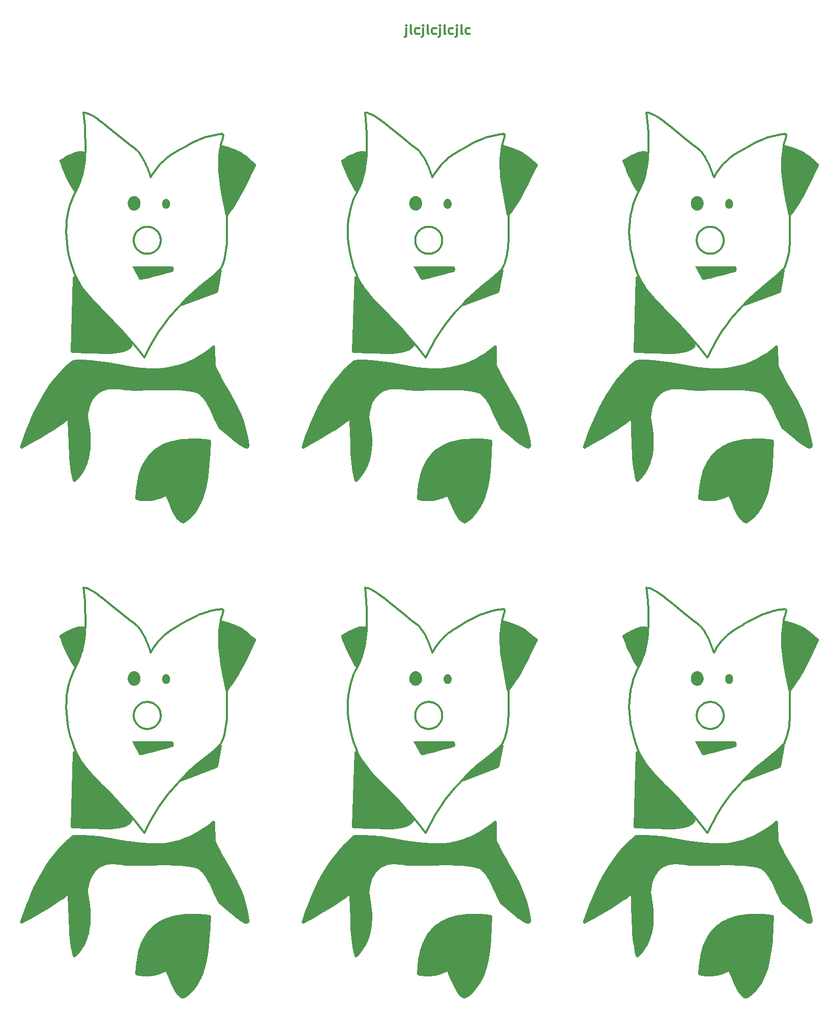
<source format=gbr>
%TF.GenerationSoftware,KiCad,Pcbnew,9.0.3*%
%TF.CreationDate,2025-07-23T15:56:11-05:00*%
%TF.ProjectId,panel,70616e65-6c2e-46b6-9963-61645f706362,rev?*%
%TF.SameCoordinates,Original*%
%TF.FileFunction,Legend,Top*%
%TF.FilePolarity,Positive*%
%FSLAX46Y46*%
G04 Gerber Fmt 4.6, Leading zero omitted, Abs format (unit mm)*
G04 Created by KiCad (PCBNEW 9.0.3) date 2025-07-23 15:56:11*
%MOMM*%
%LPD*%
G01*
G04 APERTURE LIST*
%ADD10C,0.319999*%
%ADD11C,0.499998*%
%ADD12C,0.000000*%
%ADD13C,0.300000*%
G04 APERTURE END LIST*
D10*
X183159957Y-114710233D02*
X183333099Y-114737903D01*
X183520314Y-114788603D01*
X183720875Y-114861140D01*
X184159122Y-115066964D01*
X184642018Y-115345845D01*
X185163737Y-115688256D01*
X185718457Y-116084667D01*
X186300354Y-116525548D01*
X186903605Y-117001372D01*
X189413677Y-119063514D01*
X190645425Y-120056487D01*
X191235094Y-120510098D01*
X191799530Y-120922420D01*
X191953226Y-121088428D01*
X192109204Y-121275767D01*
X192266702Y-121483126D01*
X192424956Y-121709195D01*
X192583200Y-121952663D01*
X192740672Y-122212219D01*
X192896608Y-122486553D01*
X193050242Y-122774355D01*
X193200812Y-123074313D01*
X193347554Y-123385118D01*
X193489703Y-123705458D01*
X193626495Y-124034024D01*
X193757167Y-124369503D01*
X193880954Y-124710587D01*
X193997093Y-125055963D01*
X194104820Y-125404323D01*
X194352923Y-124994191D01*
X194597473Y-124611138D01*
X194841348Y-124252565D01*
X195087424Y-123915870D01*
X195338577Y-123598455D01*
X195597684Y-123297718D01*
X195867621Y-123011059D01*
X196151265Y-122735879D01*
X196451491Y-122469577D01*
X196771177Y-122209552D01*
X197113199Y-121953205D01*
X197480433Y-121697935D01*
X197875755Y-121441142D01*
X198302042Y-121180226D01*
X198762171Y-120912586D01*
X199259018Y-120635623D01*
X199703725Y-120365632D01*
X200140812Y-120113854D01*
X200570730Y-119879840D01*
X200993934Y-119663136D01*
X201410875Y-119463293D01*
X201822007Y-119279858D01*
X202227782Y-119112380D01*
X202628652Y-118960408D01*
X203025072Y-118823491D01*
X203417493Y-118701177D01*
X203806369Y-118593015D01*
X204192152Y-118498553D01*
X204575294Y-118417340D01*
X204956249Y-118348925D01*
X205335470Y-118292857D01*
X205713409Y-118248683D01*
X205785033Y-118234976D01*
X205847237Y-118230914D01*
X205900485Y-118236021D01*
X205945240Y-118249825D01*
X205981965Y-118271850D01*
X206011123Y-118301623D01*
X206033176Y-118338671D01*
X206048588Y-118382518D01*
X206057821Y-118432691D01*
X206061339Y-118488716D01*
X206059604Y-118550119D01*
X206053080Y-118616426D01*
X206027514Y-118761855D01*
X205988345Y-118921210D01*
X205884012Y-119266534D01*
X205769709Y-119622060D01*
X205718078Y-119794168D01*
X205675064Y-119957450D01*
X205644373Y-120108113D01*
X205629707Y-120242366D01*
X205537006Y-120980504D01*
X205480110Y-121713873D01*
X205455892Y-122442890D01*
X205461222Y-123167970D01*
X205492972Y-123889530D01*
X205548013Y-124607987D01*
X205623216Y-125323757D01*
X205715454Y-126037257D01*
X205938516Y-127459112D01*
X206192171Y-128876882D01*
X206451388Y-130293899D01*
X206691139Y-131713496D01*
X206705529Y-134130471D01*
X206696020Y-135297162D01*
X206678576Y-135867422D01*
X206649429Y-136427955D01*
X206606148Y-136978006D01*
X206546299Y-137516824D01*
X206467451Y-138043653D01*
X206367171Y-138557743D01*
X206243027Y-139058338D01*
X206092586Y-139544686D01*
X205913417Y-140016035D01*
X205703087Y-140471629D01*
X204925011Y-141257455D01*
X204145196Y-141989934D01*
X202580301Y-143355889D01*
X201008320Y-144691571D01*
X200219647Y-145386208D01*
X199429171Y-146119056D01*
X198636883Y-146905374D01*
X197842772Y-147760421D01*
X197046829Y-148699458D01*
X196249041Y-149737743D01*
X195449400Y-150890537D01*
X194647896Y-152173098D01*
X193844517Y-153600687D01*
X193039253Y-155188563D01*
X191835500Y-153689182D01*
X190739768Y-152373086D01*
X189743318Y-151220626D01*
X188837414Y-150212150D01*
X188013318Y-149328007D01*
X187262292Y-148548548D01*
X185944505Y-147225074D01*
X184814151Y-146084521D01*
X184297419Y-145533712D01*
X183801334Y-144969682D01*
X183317157Y-144372778D01*
X182836152Y-143723350D01*
X182594109Y-143372799D01*
X182349582Y-143001748D01*
X182101479Y-142607740D01*
X181848709Y-142188319D01*
X181450247Y-141183597D01*
X181102996Y-140183687D01*
X180807435Y-139189898D01*
X180564039Y-138203540D01*
X180373286Y-137225925D01*
X180235654Y-136258362D01*
X180151619Y-135302161D01*
X180121659Y-134358632D01*
X180146250Y-133429087D01*
X180225870Y-132514834D01*
X180360996Y-131617184D01*
X180552104Y-130737448D01*
X180799673Y-129876935D01*
X181104179Y-129036955D01*
X181466099Y-128218820D01*
X181885910Y-127423839D01*
X182155133Y-126828986D01*
X182390817Y-126222957D01*
X182594789Y-125606361D01*
X182768878Y-124979808D01*
X182914914Y-124343905D01*
X183034725Y-123699262D01*
X183130140Y-123046489D01*
X183202988Y-122386193D01*
X183255098Y-121718985D01*
X183288298Y-121045474D01*
X183304417Y-120366267D01*
X183305284Y-119681975D01*
X183268578Y-118300570D01*
X183192810Y-116906131D01*
X183001610Y-114706782D01*
X183001617Y-114706782D01*
X183159957Y-114710233D01*
D11*
X135404887Y-142730334D02*
X135862415Y-143426864D01*
X136308677Y-144052514D01*
X136750783Y-144623545D01*
X137195840Y-145156216D01*
X137650958Y-145666788D01*
X138619807Y-146686671D01*
X139714199Y-147813274D01*
X140991002Y-149176674D01*
X141715579Y-149987823D01*
X142507084Y-150906950D01*
X143372625Y-151950316D01*
X144319313Y-153134181D01*
X144319305Y-153134181D01*
X144192508Y-153305123D01*
X144045240Y-153460216D01*
X143878400Y-153600156D01*
X143692888Y-153725641D01*
X143489605Y-153837368D01*
X143269451Y-153936033D01*
X142782128Y-154096966D01*
X142238121Y-154214014D01*
X141644631Y-154292754D01*
X141008859Y-154338759D01*
X140338007Y-154357604D01*
X134572380Y-154199611D01*
X134928985Y-141946666D01*
X135404887Y-142730334D01*
G36*
X135404887Y-142730334D02*
G01*
X135862415Y-143426864D01*
X136308677Y-144052514D01*
X136750783Y-144623545D01*
X137195840Y-145156216D01*
X137650958Y-145666788D01*
X138619807Y-146686671D01*
X139714199Y-147813274D01*
X140991002Y-149176674D01*
X141715579Y-149987823D01*
X142507084Y-150906950D01*
X143372625Y-151950316D01*
X144319313Y-153134181D01*
X144319305Y-153134181D01*
X144192508Y-153305123D01*
X144045240Y-153460216D01*
X143878400Y-153600156D01*
X143692888Y-153725641D01*
X143489605Y-153837368D01*
X143269451Y-153936033D01*
X142782128Y-154096966D01*
X142238121Y-154214014D01*
X141644631Y-154292754D01*
X141008859Y-154338759D01*
X140338007Y-154357604D01*
X134572380Y-154199611D01*
X134928985Y-141946666D01*
X135404887Y-142730334D01*
G37*
D12*
G36*
X144875704Y-49941604D02*
G01*
X144929547Y-49946265D01*
X144982608Y-49953941D01*
X145034820Y-49964556D01*
X145086115Y-49978034D01*
X145136428Y-49994299D01*
X145185692Y-50013275D01*
X145233839Y-50034888D01*
X145280804Y-50059060D01*
X145326520Y-50085716D01*
X145370920Y-50114779D01*
X145413938Y-50146176D01*
X145455506Y-50179828D01*
X145495559Y-50215661D01*
X145534030Y-50253599D01*
X145570852Y-50293566D01*
X145605958Y-50335486D01*
X145639282Y-50379283D01*
X145670758Y-50424881D01*
X145700318Y-50472205D01*
X145727896Y-50521179D01*
X145753426Y-50571726D01*
X145776840Y-50623772D01*
X145798073Y-50677239D01*
X145817057Y-50732053D01*
X145833726Y-50788138D01*
X145848013Y-50845417D01*
X145859852Y-50903815D01*
X145869176Y-50963257D01*
X145875919Y-51023665D01*
X145880013Y-51084964D01*
X145881393Y-51147080D01*
X145880013Y-51209195D01*
X145875919Y-51270494D01*
X145869176Y-51330903D01*
X145859852Y-51390344D01*
X145848013Y-51448742D01*
X145833726Y-51506021D01*
X145817057Y-51562106D01*
X145798073Y-51616920D01*
X145776840Y-51670388D01*
X145753426Y-51722433D01*
X145727896Y-51772981D01*
X145700318Y-51821954D01*
X145670758Y-51869278D01*
X145639282Y-51914877D01*
X145605958Y-51958674D01*
X145570852Y-52000593D01*
X145534030Y-52040560D01*
X145495559Y-52078498D01*
X145455506Y-52114331D01*
X145413938Y-52147984D01*
X145370920Y-52179380D01*
X145326520Y-52208444D01*
X145280804Y-52235100D01*
X145233839Y-52259272D01*
X145185692Y-52280884D01*
X145136428Y-52299860D01*
X145086115Y-52316126D01*
X145034820Y-52329604D01*
X144982608Y-52340218D01*
X144929547Y-52347894D01*
X144875704Y-52352556D01*
X144821144Y-52354126D01*
X144766584Y-52352556D01*
X144712740Y-52347894D01*
X144659679Y-52340218D01*
X144607467Y-52329604D01*
X144556172Y-52316126D01*
X144505859Y-52299860D01*
X144456596Y-52280884D01*
X144408448Y-52259272D01*
X144361483Y-52235100D01*
X144315767Y-52208444D01*
X144271367Y-52179380D01*
X144228350Y-52147984D01*
X144186781Y-52114331D01*
X144146728Y-52078498D01*
X144108257Y-52040560D01*
X144071435Y-52000593D01*
X144036329Y-51958674D01*
X144003005Y-51914877D01*
X143971529Y-51869278D01*
X143941969Y-51821954D01*
X143914391Y-51772981D01*
X143888861Y-51722433D01*
X143865447Y-51670388D01*
X143844214Y-51616920D01*
X143825230Y-51562106D01*
X143808561Y-51506021D01*
X143794274Y-51448742D01*
X143782435Y-51390344D01*
X143773111Y-51330903D01*
X143766368Y-51270494D01*
X143762274Y-51209195D01*
X143760894Y-51147080D01*
X143762274Y-51084964D01*
X143766368Y-51023665D01*
X143773111Y-50963257D01*
X143782435Y-50903815D01*
X143794274Y-50845417D01*
X143808561Y-50788138D01*
X143825230Y-50732053D01*
X143844214Y-50677239D01*
X143865447Y-50623772D01*
X143888861Y-50571726D01*
X143914391Y-50521179D01*
X143941969Y-50472205D01*
X143971529Y-50424881D01*
X144003005Y-50379283D01*
X144036329Y-50335486D01*
X144071435Y-50293566D01*
X144108257Y-50253599D01*
X144146728Y-50215661D01*
X144186781Y-50179828D01*
X144228350Y-50146176D01*
X144271367Y-50114779D01*
X144315767Y-50085716D01*
X144361483Y-50059060D01*
X144408448Y-50034888D01*
X144456596Y-50013275D01*
X144505859Y-49994299D01*
X144556172Y-49978034D01*
X144607467Y-49964556D01*
X144659679Y-49953941D01*
X144712740Y-49946265D01*
X144766584Y-49941604D01*
X144821144Y-49940033D01*
X144875704Y-49941604D01*
G37*
D11*
X182688810Y-121335043D02*
X182796691Y-121347869D01*
X182901866Y-121368473D01*
X183004143Y-121397220D01*
X182945172Y-122286646D01*
X182865514Y-123111244D01*
X182815539Y-123503789D01*
X182757524Y-123885593D01*
X182690514Y-124258481D01*
X182613555Y-124624273D01*
X182525689Y-124984793D01*
X182425962Y-125341863D01*
X182313417Y-125697305D01*
X182187100Y-126052941D01*
X182046054Y-126410595D01*
X181889323Y-126772088D01*
X181715952Y-127139242D01*
X181524986Y-127513881D01*
X181128864Y-126838550D01*
X180780579Y-126204153D01*
X180472213Y-125600740D01*
X180195849Y-125018361D01*
X179943571Y-124447066D01*
X179707460Y-123876906D01*
X179479601Y-123297931D01*
X179252075Y-122700191D01*
X179252083Y-122700191D01*
X179677807Y-122470917D01*
X180140631Y-122213741D01*
X180628189Y-121952100D01*
X180877378Y-121826929D01*
X181128113Y-121709431D01*
X181378847Y-121602535D01*
X181628037Y-121509171D01*
X181874134Y-121432269D01*
X182115594Y-121374758D01*
X182234102Y-121354190D01*
X182350871Y-121339568D01*
X182465707Y-121331259D01*
X182578418Y-121329628D01*
X182688810Y-121335043D01*
G36*
X182688810Y-121335043D02*
G01*
X182796691Y-121347869D01*
X182901866Y-121368473D01*
X183004143Y-121397220D01*
X182945172Y-122286646D01*
X182865514Y-123111244D01*
X182815539Y-123503789D01*
X182757524Y-123885593D01*
X182690514Y-124258481D01*
X182613555Y-124624273D01*
X182525689Y-124984793D01*
X182425962Y-125341863D01*
X182313417Y-125697305D01*
X182187100Y-126052941D01*
X182046054Y-126410595D01*
X181889323Y-126772088D01*
X181715952Y-127139242D01*
X181524986Y-127513881D01*
X181128864Y-126838550D01*
X180780579Y-126204153D01*
X180472213Y-125600740D01*
X180195849Y-125018361D01*
X179943571Y-124447066D01*
X179707460Y-123876906D01*
X179479601Y-123297931D01*
X179252075Y-122700191D01*
X179252083Y-122700191D01*
X179677807Y-122470917D01*
X180140631Y-122213741D01*
X180628189Y-121952100D01*
X180877378Y-121826929D01*
X181128113Y-121709431D01*
X181378847Y-121602535D01*
X181628037Y-121509171D01*
X181874134Y-121432269D01*
X182115594Y-121374758D01*
X182234102Y-121354190D01*
X182350871Y-121339568D01*
X182465707Y-121331259D01*
X182578418Y-121329628D01*
X182688810Y-121335043D01*
G37*
X89624158Y-42794612D02*
X89732039Y-42807438D01*
X89837214Y-42828042D01*
X89939491Y-42856789D01*
X89880520Y-43746215D01*
X89800862Y-44570813D01*
X89750887Y-44963358D01*
X89692872Y-45345162D01*
X89625862Y-45718050D01*
X89548903Y-46083842D01*
X89461037Y-46444362D01*
X89361310Y-46801432D01*
X89248765Y-47156874D01*
X89122448Y-47512510D01*
X88981402Y-47870164D01*
X88824671Y-48231657D01*
X88651300Y-48598811D01*
X88460334Y-48973450D01*
X88064212Y-48298119D01*
X87715927Y-47663722D01*
X87407561Y-47060309D01*
X87131197Y-46477930D01*
X86878919Y-45906635D01*
X86642808Y-45336475D01*
X86414949Y-44757500D01*
X86187423Y-44159760D01*
X86187431Y-44159760D01*
X86613155Y-43930486D01*
X87075979Y-43673310D01*
X87563537Y-43411669D01*
X87812726Y-43286498D01*
X88063461Y-43169000D01*
X88314195Y-43062104D01*
X88563385Y-42968740D01*
X88809482Y-42891838D01*
X89050942Y-42834327D01*
X89169450Y-42813759D01*
X89286219Y-42799137D01*
X89401055Y-42790828D01*
X89513766Y-42789197D01*
X89624158Y-42794612D01*
G36*
X89624158Y-42794612D02*
G01*
X89732039Y-42807438D01*
X89837214Y-42828042D01*
X89939491Y-42856789D01*
X89880520Y-43746215D01*
X89800862Y-44570813D01*
X89750887Y-44963358D01*
X89692872Y-45345162D01*
X89625862Y-45718050D01*
X89548903Y-46083842D01*
X89461037Y-46444362D01*
X89361310Y-46801432D01*
X89248765Y-47156874D01*
X89122448Y-47512510D01*
X88981402Y-47870164D01*
X88824671Y-48231657D01*
X88651300Y-48598811D01*
X88460334Y-48973450D01*
X88064212Y-48298119D01*
X87715927Y-47663722D01*
X87407561Y-47060309D01*
X87131197Y-46477930D01*
X86878919Y-45906635D01*
X86642808Y-45336475D01*
X86414949Y-44757500D01*
X86187423Y-44159760D01*
X86187431Y-44159760D01*
X86613155Y-43930486D01*
X87075979Y-43673310D01*
X87563537Y-43411669D01*
X87812726Y-43286498D01*
X88063461Y-43169000D01*
X88314195Y-43062104D01*
X88563385Y-42968740D01*
X88809482Y-42891838D01*
X89050942Y-42834327D01*
X89169450Y-42813759D01*
X89286219Y-42799137D01*
X89401055Y-42790828D01*
X89513766Y-42789197D01*
X89624158Y-42794612D01*
G37*
D10*
X147094491Y-133576583D02*
X147207843Y-133585191D01*
X147319547Y-133599374D01*
X147429463Y-133618993D01*
X147537450Y-133643908D01*
X147643368Y-133673977D01*
X147747077Y-133709061D01*
X147848437Y-133749020D01*
X147947307Y-133793712D01*
X148043547Y-133842998D01*
X148137017Y-133896738D01*
X148227577Y-133954791D01*
X148315086Y-134017017D01*
X148399403Y-134083275D01*
X148480390Y-134153426D01*
X148557904Y-134227329D01*
X148631807Y-134304844D01*
X148701958Y-134385831D01*
X148768216Y-134470148D01*
X148830442Y-134557657D01*
X148888494Y-134648216D01*
X148942233Y-134741686D01*
X148991519Y-134837926D01*
X149036211Y-134936796D01*
X149076169Y-135038155D01*
X149111252Y-135141863D01*
X149141321Y-135247781D01*
X149166234Y-135355767D01*
X149185853Y-135465682D01*
X149200036Y-135577385D01*
X149208643Y-135690735D01*
X149211535Y-135805594D01*
X149208618Y-135920433D01*
X149199987Y-136033764D01*
X149185783Y-136145447D01*
X149166145Y-136255342D01*
X149141214Y-136363307D01*
X149111130Y-136469204D01*
X149076032Y-136572891D01*
X149036063Y-136674229D01*
X148991361Y-136773078D01*
X148942067Y-136869296D01*
X148888321Y-136962745D01*
X148830263Y-137053283D01*
X148768034Y-137140771D01*
X148701774Y-137225068D01*
X148631623Y-137306035D01*
X148557721Y-137383530D01*
X148480209Y-137457414D01*
X148399226Y-137527546D01*
X148314914Y-137593787D01*
X148227412Y-137655996D01*
X148136860Y-137714033D01*
X148043399Y-137767758D01*
X147947169Y-137817029D01*
X147848310Y-137861709D01*
X147746963Y-137901655D01*
X147643267Y-137936728D01*
X147537364Y-137966788D01*
X147429392Y-137991694D01*
X147319493Y-138011306D01*
X147207806Y-138025484D01*
X147094472Y-138034088D01*
X146979631Y-138036978D01*
X146864810Y-138034062D01*
X146751495Y-138025434D01*
X146639829Y-138011234D01*
X146529950Y-137991602D01*
X146422000Y-137966679D01*
X146316117Y-137936603D01*
X146212443Y-137901516D01*
X146111117Y-137861558D01*
X146012280Y-137816869D01*
X145916072Y-137767589D01*
X145822632Y-137713858D01*
X145732102Y-137655817D01*
X145644621Y-137593604D01*
X145560329Y-137527362D01*
X145479367Y-137457229D01*
X145401875Y-137383347D01*
X145327992Y-137305854D01*
X145257859Y-137224892D01*
X145191617Y-137140600D01*
X145129405Y-137053119D01*
X145071363Y-136962589D01*
X145017632Y-136869150D01*
X144968352Y-136772942D01*
X144923662Y-136674105D01*
X144883704Y-136572779D01*
X144848617Y-136469105D01*
X144818542Y-136363223D01*
X144793617Y-136255273D01*
X144773985Y-136145394D01*
X144759784Y-136033728D01*
X144751156Y-135920415D01*
X144748240Y-135805594D01*
X144751129Y-135690752D01*
X144759733Y-135577418D01*
X144773911Y-135465731D01*
X144793524Y-135355831D01*
X144818429Y-135247859D01*
X144848489Y-135141955D01*
X144883562Y-135038259D01*
X144923508Y-134936912D01*
X144968187Y-134838053D01*
X145017459Y-134741823D01*
X145071183Y-134648362D01*
X145129220Y-134557810D01*
X145191428Y-134470308D01*
X145257669Y-134385996D01*
X145327802Y-134305013D01*
X145401686Y-134227501D01*
X145479181Y-134153600D01*
X145560148Y-134083449D01*
X145644445Y-134017189D01*
X145731933Y-133954960D01*
X145822472Y-133896903D01*
X145915920Y-133843157D01*
X146012139Y-133793863D01*
X146110988Y-133749161D01*
X146212327Y-133709192D01*
X146316015Y-133674095D01*
X146421912Y-133644011D01*
X146529879Y-133619080D01*
X146639774Y-133599442D01*
X146751458Y-133585238D01*
X146864791Y-133576607D01*
X146979631Y-133573691D01*
X147094491Y-133576583D01*
D11*
X136156484Y-42794612D02*
X136264365Y-42807438D01*
X136369540Y-42828042D01*
X136471817Y-42856789D01*
X136412846Y-43746215D01*
X136333188Y-44570813D01*
X136283213Y-44963358D01*
X136225198Y-45345162D01*
X136158188Y-45718050D01*
X136081229Y-46083842D01*
X135993363Y-46444362D01*
X135893636Y-46801432D01*
X135781091Y-47156874D01*
X135654774Y-47512510D01*
X135513728Y-47870164D01*
X135356997Y-48231657D01*
X135183626Y-48598811D01*
X134992660Y-48973450D01*
X134596538Y-48298119D01*
X134248253Y-47663722D01*
X133939887Y-47060309D01*
X133663523Y-46477930D01*
X133411245Y-45906635D01*
X133175134Y-45336475D01*
X132947275Y-44757500D01*
X132719749Y-44159760D01*
X132719757Y-44159760D01*
X133145481Y-43930486D01*
X133608305Y-43673310D01*
X134095863Y-43411669D01*
X134345052Y-43286498D01*
X134595787Y-43169000D01*
X134846521Y-43062104D01*
X135095711Y-42968740D01*
X135341808Y-42891838D01*
X135583268Y-42834327D01*
X135701776Y-42813759D01*
X135818545Y-42799137D01*
X135933381Y-42790828D01*
X136046092Y-42789197D01*
X136156484Y-42794612D01*
G36*
X136156484Y-42794612D02*
G01*
X136264365Y-42807438D01*
X136369540Y-42828042D01*
X136471817Y-42856789D01*
X136412846Y-43746215D01*
X136333188Y-44570813D01*
X136283213Y-44963358D01*
X136225198Y-45345162D01*
X136158188Y-45718050D01*
X136081229Y-46083842D01*
X135993363Y-46444362D01*
X135893636Y-46801432D01*
X135781091Y-47156874D01*
X135654774Y-47512510D01*
X135513728Y-47870164D01*
X135356997Y-48231657D01*
X135183626Y-48598811D01*
X134992660Y-48973450D01*
X134596538Y-48298119D01*
X134248253Y-47663722D01*
X133939887Y-47060309D01*
X133663523Y-46477930D01*
X133411245Y-45906635D01*
X133175134Y-45336475D01*
X132947275Y-44757500D01*
X132719749Y-44159760D01*
X132719757Y-44159760D01*
X133145481Y-43930486D01*
X133608305Y-43673310D01*
X134095863Y-43411669D01*
X134345052Y-43286498D01*
X134595787Y-43169000D01*
X134846521Y-43062104D01*
X135095711Y-42968740D01*
X135341808Y-42891838D01*
X135583268Y-42834327D01*
X135701776Y-42813759D01*
X135818545Y-42799137D01*
X135933381Y-42790828D01*
X136046092Y-42789197D01*
X136156484Y-42794612D01*
G37*
X136156484Y-121335043D02*
X136264365Y-121347869D01*
X136369540Y-121368473D01*
X136471817Y-121397220D01*
X136412846Y-122286646D01*
X136333188Y-123111244D01*
X136283213Y-123503789D01*
X136225198Y-123885593D01*
X136158188Y-124258481D01*
X136081229Y-124624273D01*
X135993363Y-124984793D01*
X135893636Y-125341863D01*
X135781091Y-125697305D01*
X135654774Y-126052941D01*
X135513728Y-126410595D01*
X135356997Y-126772088D01*
X135183626Y-127139242D01*
X134992660Y-127513881D01*
X134596538Y-126838550D01*
X134248253Y-126204153D01*
X133939887Y-125600740D01*
X133663523Y-125018361D01*
X133411245Y-124447066D01*
X133175134Y-123876906D01*
X132947275Y-123297931D01*
X132719749Y-122700191D01*
X132719757Y-122700191D01*
X133145481Y-122470917D01*
X133608305Y-122213741D01*
X134095863Y-121952100D01*
X134345052Y-121826929D01*
X134595787Y-121709431D01*
X134846521Y-121602535D01*
X135095711Y-121509171D01*
X135341808Y-121432269D01*
X135583268Y-121374758D01*
X135701776Y-121354190D01*
X135818545Y-121339568D01*
X135933381Y-121331259D01*
X136046092Y-121329628D01*
X136156484Y-121335043D01*
G36*
X136156484Y-121335043D02*
G01*
X136264365Y-121347869D01*
X136369540Y-121368473D01*
X136471817Y-121397220D01*
X136412846Y-122286646D01*
X136333188Y-123111244D01*
X136283213Y-123503789D01*
X136225198Y-123885593D01*
X136158188Y-124258481D01*
X136081229Y-124624273D01*
X135993363Y-124984793D01*
X135893636Y-125341863D01*
X135781091Y-125697305D01*
X135654774Y-126052941D01*
X135513728Y-126410595D01*
X135356997Y-126772088D01*
X135183626Y-127139242D01*
X134992660Y-127513881D01*
X134596538Y-126838550D01*
X134248253Y-126204153D01*
X133939887Y-125600740D01*
X133663523Y-125018361D01*
X133411245Y-124447066D01*
X133175134Y-123876906D01*
X132947275Y-123297931D01*
X132719749Y-122700191D01*
X132719757Y-122700191D01*
X133145481Y-122470917D01*
X133608305Y-122213741D01*
X134095863Y-121952100D01*
X134345052Y-121826929D01*
X134595787Y-121709431D01*
X134846521Y-121602535D01*
X135095711Y-121509171D01*
X135341808Y-121432269D01*
X135583268Y-121374758D01*
X135701776Y-121354190D01*
X135818545Y-121339568D01*
X135933381Y-121331259D01*
X136046092Y-121329628D01*
X136156484Y-121335043D01*
G37*
X159829849Y-120489058D02*
X160375625Y-120646378D01*
X160868625Y-120811046D01*
X161313802Y-120982451D01*
X161716103Y-121159985D01*
X162080480Y-121343039D01*
X162411881Y-121531003D01*
X162715258Y-121723269D01*
X162995560Y-121919226D01*
X163257737Y-122118267D01*
X163747515Y-122523159D01*
X164224193Y-122933073D01*
X164727371Y-123343135D01*
X163699122Y-125476497D01*
X163198868Y-126505183D01*
X162684643Y-127518239D01*
X162139035Y-128522939D01*
X161849021Y-129024428D01*
X161544630Y-129526556D01*
X161223688Y-130030232D01*
X160884016Y-130536366D01*
X160523438Y-131045866D01*
X160139778Y-131559642D01*
X159579772Y-128707010D01*
X159321589Y-127287040D01*
X159110535Y-125874269D01*
X159030318Y-125171278D01*
X158971047Y-124470922D01*
X158935777Y-123773479D01*
X158927562Y-123079227D01*
X158949457Y-122388444D01*
X159004517Y-121701409D01*
X159095796Y-121018399D01*
X159226348Y-120339694D01*
X159829849Y-120489058D01*
G36*
X159829849Y-120489058D02*
G01*
X160375625Y-120646378D01*
X160868625Y-120811046D01*
X161313802Y-120982451D01*
X161716103Y-121159985D01*
X162080480Y-121343039D01*
X162411881Y-121531003D01*
X162715258Y-121723269D01*
X162995560Y-121919226D01*
X163257737Y-122118267D01*
X163747515Y-122523159D01*
X164224193Y-122933073D01*
X164727371Y-123343135D01*
X163699122Y-125476497D01*
X163198868Y-126505183D01*
X162684643Y-127518239D01*
X162139035Y-128522939D01*
X161849021Y-129024428D01*
X161544630Y-129526556D01*
X161223688Y-130030232D01*
X160884016Y-130536366D01*
X160523438Y-131045866D01*
X160139778Y-131559642D01*
X159579772Y-128707010D01*
X159321589Y-127287040D01*
X159110535Y-125874269D01*
X159030318Y-125171278D01*
X158971047Y-124470922D01*
X158935777Y-123773479D01*
X158927562Y-123079227D01*
X158949457Y-122388444D01*
X159004517Y-121701409D01*
X159095796Y-121018399D01*
X159226348Y-120339694D01*
X159829849Y-120489058D01*
G37*
X155618430Y-90322910D02*
X156411819Y-90380645D01*
X157241394Y-90468918D01*
X157165888Y-92407901D01*
X157051562Y-94360325D01*
X156965301Y-95327397D01*
X156851885Y-96280813D01*
X156705499Y-97214901D01*
X156520326Y-98123989D01*
X156290550Y-99002406D01*
X156010355Y-99844478D01*
X155673923Y-100644534D01*
X155275440Y-101396903D01*
X155051111Y-101753431D01*
X154809087Y-102095911D01*
X154548643Y-102423633D01*
X154269050Y-102735887D01*
X153969582Y-103031966D01*
X153649512Y-103311159D01*
X153308112Y-103572759D01*
X152944656Y-103816055D01*
X152837491Y-103781940D01*
X152732542Y-103736012D01*
X152629718Y-103678745D01*
X152528930Y-103610617D01*
X152430090Y-103532104D01*
X152333108Y-103443680D01*
X152237895Y-103345823D01*
X152144361Y-103239008D01*
X152052417Y-103123712D01*
X151961975Y-103000410D01*
X151785235Y-102731693D01*
X151613429Y-102436665D01*
X151445842Y-102119135D01*
X151281760Y-101782910D01*
X151120470Y-101431799D01*
X150803406Y-100700150D01*
X150488938Y-99954652D01*
X150171356Y-99225769D01*
X149879753Y-99385802D01*
X149583787Y-99529697D01*
X149283989Y-99657638D01*
X148980888Y-99769805D01*
X148675014Y-99866383D01*
X148366898Y-99947553D01*
X148057069Y-100013499D01*
X147746057Y-100064402D01*
X147434392Y-100100445D01*
X147122605Y-100121810D01*
X146811224Y-100128681D01*
X146500781Y-100121239D01*
X146191804Y-100099667D01*
X145884824Y-100064147D01*
X145580372Y-100014863D01*
X145278976Y-99951996D01*
X145341209Y-98780859D01*
X145469511Y-97665481D01*
X145669310Y-96610440D01*
X145797715Y-96106977D01*
X145946029Y-95620315D01*
X146114929Y-95151027D01*
X146305095Y-94699685D01*
X146517203Y-94266861D01*
X146751932Y-93853128D01*
X147009961Y-93459058D01*
X147291968Y-93085223D01*
X147598630Y-92732196D01*
X147930626Y-92400549D01*
X148288635Y-92090855D01*
X148673334Y-91803685D01*
X149085401Y-91539612D01*
X149525515Y-91299209D01*
X149994354Y-91083047D01*
X150492597Y-90891700D01*
X151020920Y-90725739D01*
X151580003Y-90585737D01*
X152170524Y-90472266D01*
X152793161Y-90385899D01*
X153448591Y-90327207D01*
X154137495Y-90296764D01*
X154860548Y-90295141D01*
X155618430Y-90322910D01*
G36*
X155618430Y-90322910D02*
G01*
X156411819Y-90380645D01*
X157241394Y-90468918D01*
X157165888Y-92407901D01*
X157051562Y-94360325D01*
X156965301Y-95327397D01*
X156851885Y-96280813D01*
X156705499Y-97214901D01*
X156520326Y-98123989D01*
X156290550Y-99002406D01*
X156010355Y-99844478D01*
X155673923Y-100644534D01*
X155275440Y-101396903D01*
X155051111Y-101753431D01*
X154809087Y-102095911D01*
X154548643Y-102423633D01*
X154269050Y-102735887D01*
X153969582Y-103031966D01*
X153649512Y-103311159D01*
X153308112Y-103572759D01*
X152944656Y-103816055D01*
X152837491Y-103781940D01*
X152732542Y-103736012D01*
X152629718Y-103678745D01*
X152528930Y-103610617D01*
X152430090Y-103532104D01*
X152333108Y-103443680D01*
X152237895Y-103345823D01*
X152144361Y-103239008D01*
X152052417Y-103123712D01*
X151961975Y-103000410D01*
X151785235Y-102731693D01*
X151613429Y-102436665D01*
X151445842Y-102119135D01*
X151281760Y-101782910D01*
X151120470Y-101431799D01*
X150803406Y-100700150D01*
X150488938Y-99954652D01*
X150171356Y-99225769D01*
X149879753Y-99385802D01*
X149583787Y-99529697D01*
X149283989Y-99657638D01*
X148980888Y-99769805D01*
X148675014Y-99866383D01*
X148366898Y-99947553D01*
X148057069Y-100013499D01*
X147746057Y-100064402D01*
X147434392Y-100100445D01*
X147122605Y-100121810D01*
X146811224Y-100128681D01*
X146500781Y-100121239D01*
X146191804Y-100099667D01*
X145884824Y-100064147D01*
X145580372Y-100014863D01*
X145278976Y-99951996D01*
X145341209Y-98780859D01*
X145469511Y-97665481D01*
X145669310Y-96610440D01*
X145797715Y-96106977D01*
X145946029Y-95620315D01*
X146114929Y-95151027D01*
X146305095Y-94699685D01*
X146517203Y-94266861D01*
X146751932Y-93853128D01*
X147009961Y-93459058D01*
X147291968Y-93085223D01*
X147598630Y-92732196D01*
X147930626Y-92400549D01*
X148288635Y-92090855D01*
X148673334Y-91803685D01*
X149085401Y-91539612D01*
X149525515Y-91299209D01*
X149994354Y-91083047D01*
X150492597Y-90891700D01*
X151020920Y-90725739D01*
X151580003Y-90585737D01*
X152170524Y-90472266D01*
X152793161Y-90385899D01*
X153448591Y-90327207D01*
X154137495Y-90296764D01*
X154860548Y-90295141D01*
X155618430Y-90322910D01*
G37*
X135404887Y-64189903D02*
X135862415Y-64886433D01*
X136308677Y-65512083D01*
X136750783Y-66083114D01*
X137195840Y-66615785D01*
X137650958Y-67126357D01*
X138619807Y-68146240D01*
X139714199Y-69272843D01*
X140991002Y-70636243D01*
X141715579Y-71447392D01*
X142507084Y-72366519D01*
X143372625Y-73409885D01*
X144319313Y-74593750D01*
X144319305Y-74593750D01*
X144192508Y-74764692D01*
X144045240Y-74919785D01*
X143878400Y-75059725D01*
X143692888Y-75185210D01*
X143489605Y-75296937D01*
X143269451Y-75395602D01*
X142782128Y-75556535D01*
X142238121Y-75673583D01*
X141644631Y-75752323D01*
X141008859Y-75798328D01*
X140338007Y-75817173D01*
X134572380Y-75659180D01*
X134928985Y-63406235D01*
X135404887Y-64189903D01*
G36*
X135404887Y-64189903D02*
G01*
X135862415Y-64886433D01*
X136308677Y-65512083D01*
X136750783Y-66083114D01*
X137195840Y-66615785D01*
X137650958Y-67126357D01*
X138619807Y-68146240D01*
X139714199Y-69272843D01*
X140991002Y-70636243D01*
X141715579Y-71447392D01*
X142507084Y-72366519D01*
X143372625Y-73409885D01*
X144319313Y-74593750D01*
X144319305Y-74593750D01*
X144192508Y-74764692D01*
X144045240Y-74919785D01*
X143878400Y-75059725D01*
X143692888Y-75185210D01*
X143489605Y-75296937D01*
X143269451Y-75395602D01*
X142782128Y-75556535D01*
X142238121Y-75673583D01*
X141644631Y-75752323D01*
X141008859Y-75798328D01*
X140338007Y-75817173D01*
X134572380Y-75659180D01*
X134928985Y-63406235D01*
X135404887Y-64189903D01*
G37*
X181937213Y-142730334D02*
X182394741Y-143426864D01*
X182841003Y-144052514D01*
X183283109Y-144623545D01*
X183728166Y-145156216D01*
X184183284Y-145666788D01*
X185152133Y-146686671D01*
X186246525Y-147813274D01*
X187523328Y-149176674D01*
X188247905Y-149987823D01*
X189039410Y-150906950D01*
X189904951Y-151950316D01*
X190851639Y-153134181D01*
X190851631Y-153134181D01*
X190724834Y-153305123D01*
X190577566Y-153460216D01*
X190410726Y-153600156D01*
X190225214Y-153725641D01*
X190021931Y-153837368D01*
X189801777Y-153936033D01*
X189314454Y-154096966D01*
X188770447Y-154214014D01*
X188176957Y-154292754D01*
X187541185Y-154338759D01*
X186870333Y-154357604D01*
X181104706Y-154199611D01*
X181461311Y-141946666D01*
X181937213Y-142730334D01*
G36*
X181937213Y-142730334D02*
G01*
X182394741Y-143426864D01*
X182841003Y-144052514D01*
X183283109Y-144623545D01*
X183728166Y-145156216D01*
X184183284Y-145666788D01*
X185152133Y-146686671D01*
X186246525Y-147813274D01*
X187523328Y-149176674D01*
X188247905Y-149987823D01*
X189039410Y-150906950D01*
X189904951Y-151950316D01*
X190851639Y-153134181D01*
X190851631Y-153134181D01*
X190724834Y-153305123D01*
X190577566Y-153460216D01*
X190410726Y-153600156D01*
X190225214Y-153725641D01*
X190021931Y-153837368D01*
X189801777Y-153936033D01*
X189314454Y-154096966D01*
X188770447Y-154214014D01*
X188176957Y-154292754D01*
X187541185Y-154338759D01*
X186870333Y-154357604D01*
X181104706Y-154199611D01*
X181461311Y-141946666D01*
X181937213Y-142730334D01*
G37*
D12*
G36*
X98343378Y-128482035D02*
G01*
X98397221Y-128486696D01*
X98450282Y-128494372D01*
X98502494Y-128504987D01*
X98553789Y-128518465D01*
X98604102Y-128534730D01*
X98653366Y-128553706D01*
X98701513Y-128575319D01*
X98748478Y-128599491D01*
X98794194Y-128626147D01*
X98838594Y-128655210D01*
X98881612Y-128686607D01*
X98923180Y-128720259D01*
X98963233Y-128756092D01*
X99001704Y-128794030D01*
X99038526Y-128833997D01*
X99073632Y-128875917D01*
X99106956Y-128919714D01*
X99138432Y-128965312D01*
X99167992Y-129012636D01*
X99195570Y-129061610D01*
X99221100Y-129112157D01*
X99244514Y-129164203D01*
X99265747Y-129217670D01*
X99284731Y-129272484D01*
X99301400Y-129328569D01*
X99315687Y-129385848D01*
X99327526Y-129444246D01*
X99336850Y-129503688D01*
X99343593Y-129564096D01*
X99347687Y-129625395D01*
X99349067Y-129687511D01*
X99347687Y-129749626D01*
X99343593Y-129810925D01*
X99336850Y-129871334D01*
X99327526Y-129930775D01*
X99315687Y-129989173D01*
X99301400Y-130046452D01*
X99284731Y-130102537D01*
X99265747Y-130157351D01*
X99244514Y-130210819D01*
X99221100Y-130262864D01*
X99195570Y-130313412D01*
X99167992Y-130362385D01*
X99138432Y-130409709D01*
X99106956Y-130455308D01*
X99073632Y-130499105D01*
X99038526Y-130541024D01*
X99001704Y-130580991D01*
X98963233Y-130618929D01*
X98923180Y-130654762D01*
X98881612Y-130688415D01*
X98838594Y-130719811D01*
X98794194Y-130748875D01*
X98748478Y-130775531D01*
X98701513Y-130799703D01*
X98653366Y-130821315D01*
X98604102Y-130840291D01*
X98553789Y-130856557D01*
X98502494Y-130870035D01*
X98450282Y-130880649D01*
X98397221Y-130888325D01*
X98343378Y-130892987D01*
X98288818Y-130894557D01*
X98234258Y-130892987D01*
X98180414Y-130888325D01*
X98127353Y-130880649D01*
X98075141Y-130870035D01*
X98023846Y-130856557D01*
X97973533Y-130840291D01*
X97924270Y-130821315D01*
X97876122Y-130799703D01*
X97829157Y-130775531D01*
X97783441Y-130748875D01*
X97739041Y-130719811D01*
X97696024Y-130688415D01*
X97654455Y-130654762D01*
X97614402Y-130618929D01*
X97575931Y-130580991D01*
X97539109Y-130541024D01*
X97504003Y-130499105D01*
X97470679Y-130455308D01*
X97439203Y-130409709D01*
X97409643Y-130362385D01*
X97382065Y-130313412D01*
X97356535Y-130262864D01*
X97333121Y-130210819D01*
X97311888Y-130157351D01*
X97292904Y-130102537D01*
X97276235Y-130046452D01*
X97261948Y-129989173D01*
X97250109Y-129930775D01*
X97240785Y-129871334D01*
X97234042Y-129810925D01*
X97229948Y-129749626D01*
X97228568Y-129687511D01*
X97229948Y-129625395D01*
X97234042Y-129564096D01*
X97240785Y-129503688D01*
X97250109Y-129444246D01*
X97261948Y-129385848D01*
X97276235Y-129328569D01*
X97292904Y-129272484D01*
X97311888Y-129217670D01*
X97333121Y-129164203D01*
X97356535Y-129112157D01*
X97382065Y-129061610D01*
X97409643Y-129012636D01*
X97439203Y-128965312D01*
X97470679Y-128919714D01*
X97504003Y-128875917D01*
X97539109Y-128833997D01*
X97575931Y-128794030D01*
X97614402Y-128756092D01*
X97654455Y-128720259D01*
X97696024Y-128686607D01*
X97739041Y-128655210D01*
X97783441Y-128626147D01*
X97829157Y-128599491D01*
X97876122Y-128575319D01*
X97924270Y-128553706D01*
X97973533Y-128534730D01*
X98023846Y-128518465D01*
X98075141Y-128504987D01*
X98127353Y-128494372D01*
X98180414Y-128486696D01*
X98234258Y-128482035D01*
X98288818Y-128480464D01*
X98343378Y-128482035D01*
G37*
G36*
X103608152Y-50430444D02*
G01*
X103642116Y-50433593D01*
X103675585Y-50438780D01*
X103708519Y-50445952D01*
X103740874Y-50455059D01*
X103772610Y-50466049D01*
X103803684Y-50478871D01*
X103834054Y-50493474D01*
X103863678Y-50509806D01*
X103892514Y-50527817D01*
X103920520Y-50547455D01*
X103947654Y-50568669D01*
X103973874Y-50591407D01*
X103999138Y-50615619D01*
X104023404Y-50641252D01*
X104046630Y-50668257D01*
X104068774Y-50696581D01*
X104089794Y-50726174D01*
X104109647Y-50756983D01*
X104128293Y-50788959D01*
X104145688Y-50822049D01*
X104161791Y-50856202D01*
X104176560Y-50891368D01*
X104189952Y-50927494D01*
X104201927Y-50964531D01*
X104212441Y-51002425D01*
X104221453Y-51041127D01*
X104228920Y-51080585D01*
X104234802Y-51120747D01*
X104239054Y-51161563D01*
X104241637Y-51202981D01*
X104242507Y-51244949D01*
X104241637Y-51286918D01*
X104239054Y-51328336D01*
X104234802Y-51369152D01*
X104228920Y-51409314D01*
X104221453Y-51448772D01*
X104212441Y-51487474D01*
X104201927Y-51525368D01*
X104189952Y-51562405D01*
X104176560Y-51598531D01*
X104161791Y-51633697D01*
X104128293Y-51700940D01*
X104109647Y-51732916D01*
X104089794Y-51763725D01*
X104068774Y-51793318D01*
X104046630Y-51821642D01*
X104023404Y-51848647D01*
X103999138Y-51874280D01*
X103973874Y-51898492D01*
X103947654Y-51921230D01*
X103920520Y-51942444D01*
X103892514Y-51962082D01*
X103863678Y-51980093D01*
X103834054Y-51996425D01*
X103803684Y-52011028D01*
X103772610Y-52023850D01*
X103740874Y-52034840D01*
X103708519Y-52043947D01*
X103675585Y-52051119D01*
X103642116Y-52056306D01*
X103608152Y-52059455D01*
X103573737Y-52060516D01*
X103539322Y-52059455D01*
X103505359Y-52056306D01*
X103471890Y-52051119D01*
X103438956Y-52043947D01*
X103406600Y-52034840D01*
X103374865Y-52023850D01*
X103343791Y-52011028D01*
X103313421Y-51996425D01*
X103283797Y-51980093D01*
X103254961Y-51962082D01*
X103226955Y-51942444D01*
X103199821Y-51921230D01*
X103173601Y-51898492D01*
X103148336Y-51874280D01*
X103124071Y-51848647D01*
X103100845Y-51821642D01*
X103078701Y-51793318D01*
X103057681Y-51763725D01*
X103037828Y-51732916D01*
X103019182Y-51700940D01*
X103001787Y-51667850D01*
X102985684Y-51633697D01*
X102970915Y-51598531D01*
X102957522Y-51562405D01*
X102945548Y-51525368D01*
X102935034Y-51487474D01*
X102926022Y-51448772D01*
X102918554Y-51409314D01*
X102912673Y-51369152D01*
X102908420Y-51328336D01*
X102905838Y-51286918D01*
X102904968Y-51244949D01*
X102905838Y-51202981D01*
X102908420Y-51161563D01*
X102912673Y-51120747D01*
X102918554Y-51080585D01*
X102926022Y-51041127D01*
X102935034Y-51002425D01*
X102945548Y-50964531D01*
X102957522Y-50927494D01*
X102970915Y-50891368D01*
X102985684Y-50856202D01*
X103019182Y-50788959D01*
X103037828Y-50756983D01*
X103057681Y-50726174D01*
X103078701Y-50696581D01*
X103100845Y-50668257D01*
X103124071Y-50641252D01*
X103148336Y-50615619D01*
X103173601Y-50591407D01*
X103199821Y-50568669D01*
X103226955Y-50547455D01*
X103254961Y-50527817D01*
X103283797Y-50509806D01*
X103313421Y-50493474D01*
X103343791Y-50478871D01*
X103374865Y-50466049D01*
X103406600Y-50455059D01*
X103438956Y-50445952D01*
X103471890Y-50438780D01*
X103505359Y-50433593D01*
X103539322Y-50430444D01*
X103573737Y-50429382D01*
X103608152Y-50430444D01*
G37*
D11*
X204964195Y-144251781D02*
X199235588Y-146396098D01*
X199635083Y-145963315D01*
X200027711Y-145560117D01*
X200414902Y-145182514D01*
X200798088Y-144826515D01*
X201178698Y-144488130D01*
X201558163Y-144163368D01*
X202319382Y-143538755D01*
X203891029Y-142277433D01*
X204724349Y-141576879D01*
X205157889Y-141195163D01*
X205604591Y-140787166D01*
X204964195Y-144251781D01*
G36*
X204964195Y-144251781D02*
G01*
X199235588Y-146396098D01*
X199635083Y-145963315D01*
X200027711Y-145560117D01*
X200414902Y-145182514D01*
X200798088Y-144826515D01*
X201178698Y-144488130D01*
X201558163Y-144163368D01*
X202319382Y-143538755D01*
X203891029Y-142277433D01*
X204724349Y-141576879D01*
X205157889Y-141195163D01*
X205604591Y-140787166D01*
X204964195Y-144251781D01*
G37*
X182688810Y-42794612D02*
X182796691Y-42807438D01*
X182901866Y-42828042D01*
X183004143Y-42856789D01*
X182945172Y-43746215D01*
X182865514Y-44570813D01*
X182815539Y-44963358D01*
X182757524Y-45345162D01*
X182690514Y-45718050D01*
X182613555Y-46083842D01*
X182525689Y-46444362D01*
X182425962Y-46801432D01*
X182313417Y-47156874D01*
X182187100Y-47512510D01*
X182046054Y-47870164D01*
X181889323Y-48231657D01*
X181715952Y-48598811D01*
X181524986Y-48973450D01*
X181128864Y-48298119D01*
X180780579Y-47663722D01*
X180472213Y-47060309D01*
X180195849Y-46477930D01*
X179943571Y-45906635D01*
X179707460Y-45336475D01*
X179479601Y-44757500D01*
X179252075Y-44159760D01*
X179252083Y-44159760D01*
X179677807Y-43930486D01*
X180140631Y-43673310D01*
X180628189Y-43411669D01*
X180877378Y-43286498D01*
X181128113Y-43169000D01*
X181378847Y-43062104D01*
X181628037Y-42968740D01*
X181874134Y-42891838D01*
X182115594Y-42834327D01*
X182234102Y-42813759D01*
X182350871Y-42799137D01*
X182465707Y-42790828D01*
X182578418Y-42789197D01*
X182688810Y-42794612D01*
G36*
X182688810Y-42794612D02*
G01*
X182796691Y-42807438D01*
X182901866Y-42828042D01*
X183004143Y-42856789D01*
X182945172Y-43746215D01*
X182865514Y-44570813D01*
X182815539Y-44963358D01*
X182757524Y-45345162D01*
X182690514Y-45718050D01*
X182613555Y-46083842D01*
X182525689Y-46444362D01*
X182425962Y-46801432D01*
X182313417Y-47156874D01*
X182187100Y-47512510D01*
X182046054Y-47870164D01*
X181889323Y-48231657D01*
X181715952Y-48598811D01*
X181524986Y-48973450D01*
X181128864Y-48298119D01*
X180780579Y-47663722D01*
X180472213Y-47060309D01*
X180195849Y-46477930D01*
X179943571Y-45906635D01*
X179707460Y-45336475D01*
X179479601Y-44757500D01*
X179252075Y-44159760D01*
X179252083Y-44159760D01*
X179677807Y-43930486D01*
X180140631Y-43673310D01*
X180628189Y-43411669D01*
X180877378Y-43286498D01*
X181128113Y-43169000D01*
X181378847Y-43062104D01*
X181628037Y-42968740D01*
X181874134Y-42891838D01*
X182115594Y-42834327D01*
X182234102Y-42813759D01*
X182350871Y-42799137D01*
X182465707Y-42790828D01*
X182578418Y-42789197D01*
X182688810Y-42794612D01*
G37*
X111899543Y-65711350D02*
X106170936Y-67855667D01*
X106570431Y-67422884D01*
X106963059Y-67019686D01*
X107350250Y-66642083D01*
X107733436Y-66286084D01*
X108114046Y-65947699D01*
X108493511Y-65622937D01*
X109254730Y-64998324D01*
X110826377Y-63737002D01*
X111659697Y-63036448D01*
X112093237Y-62654732D01*
X112539939Y-62246735D01*
X111899543Y-65711350D01*
G36*
X111899543Y-65711350D02*
G01*
X106170936Y-67855667D01*
X106570431Y-67422884D01*
X106963059Y-67019686D01*
X107350250Y-66642083D01*
X107733436Y-66286084D01*
X108114046Y-65947699D01*
X108493511Y-65622937D01*
X109254730Y-64998324D01*
X110826377Y-63737002D01*
X111659697Y-63036448D01*
X112093237Y-62654732D01*
X112539939Y-62246735D01*
X111899543Y-65711350D01*
G37*
X88872561Y-64189903D02*
X89330089Y-64886433D01*
X89776351Y-65512083D01*
X90218457Y-66083114D01*
X90663514Y-66615785D01*
X91118632Y-67126357D01*
X92087481Y-68146240D01*
X93181873Y-69272843D01*
X94458676Y-70636243D01*
X95183253Y-71447392D01*
X95974758Y-72366519D01*
X96840299Y-73409885D01*
X97786987Y-74593750D01*
X97786979Y-74593750D01*
X97660182Y-74764692D01*
X97512914Y-74919785D01*
X97346074Y-75059725D01*
X97160562Y-75185210D01*
X96957279Y-75296937D01*
X96737125Y-75395602D01*
X96249802Y-75556535D01*
X95705795Y-75673583D01*
X95112305Y-75752323D01*
X94476533Y-75798328D01*
X93805681Y-75817173D01*
X88040054Y-75659180D01*
X88396659Y-63406235D01*
X88872561Y-64189903D01*
G36*
X88872561Y-64189903D02*
G01*
X89330089Y-64886433D01*
X89776351Y-65512083D01*
X90218457Y-66083114D01*
X90663514Y-66615785D01*
X91118632Y-67126357D01*
X92087481Y-68146240D01*
X93181873Y-69272843D01*
X94458676Y-70636243D01*
X95183253Y-71447392D01*
X95974758Y-72366519D01*
X96840299Y-73409885D01*
X97786987Y-74593750D01*
X97786979Y-74593750D01*
X97660182Y-74764692D01*
X97512914Y-74919785D01*
X97346074Y-75059725D01*
X97160562Y-75185210D01*
X96957279Y-75296937D01*
X96737125Y-75395602D01*
X96249802Y-75556535D01*
X95705795Y-75673583D01*
X95112305Y-75752323D01*
X94476533Y-75798328D01*
X93805681Y-75817173D01*
X88040054Y-75659180D01*
X88396659Y-63406235D01*
X88872561Y-64189903D01*
G37*
X206362175Y-41948627D02*
X206907951Y-42105947D01*
X207400951Y-42270615D01*
X207846128Y-42442020D01*
X208248429Y-42619554D01*
X208612806Y-42802608D01*
X208944207Y-42990572D01*
X209247584Y-43182838D01*
X209527886Y-43378795D01*
X209790063Y-43577836D01*
X210279841Y-43982728D01*
X210756519Y-44392642D01*
X211259697Y-44802704D01*
X210231448Y-46936066D01*
X209731194Y-47964752D01*
X209216969Y-48977808D01*
X208671361Y-49982508D01*
X208381347Y-50483997D01*
X208076956Y-50986125D01*
X207756014Y-51489801D01*
X207416342Y-51995935D01*
X207055764Y-52505435D01*
X206672104Y-53019211D01*
X206112098Y-50166579D01*
X205853915Y-48746609D01*
X205642861Y-47333838D01*
X205562644Y-46630847D01*
X205503373Y-45930491D01*
X205468103Y-45233048D01*
X205459888Y-44538796D01*
X205481783Y-43848013D01*
X205536843Y-43160978D01*
X205628122Y-42477968D01*
X205758674Y-41799263D01*
X206362175Y-41948627D01*
G36*
X206362175Y-41948627D02*
G01*
X206907951Y-42105947D01*
X207400951Y-42270615D01*
X207846128Y-42442020D01*
X208248429Y-42619554D01*
X208612806Y-42802608D01*
X208944207Y-42990572D01*
X209247584Y-43182838D01*
X209527886Y-43378795D01*
X209790063Y-43577836D01*
X210279841Y-43982728D01*
X210756519Y-44392642D01*
X211259697Y-44802704D01*
X210231448Y-46936066D01*
X209731194Y-47964752D01*
X209216969Y-48977808D01*
X208671361Y-49982508D01*
X208381347Y-50483997D01*
X208076956Y-50986125D01*
X207756014Y-51489801D01*
X207416342Y-51995935D01*
X207055764Y-52505435D01*
X206672104Y-53019211D01*
X206112098Y-50166579D01*
X205853915Y-48746609D01*
X205642861Y-47333838D01*
X205562644Y-46630847D01*
X205503373Y-45930491D01*
X205468103Y-45233048D01*
X205459888Y-44538796D01*
X205481783Y-43848013D01*
X205536843Y-43160978D01*
X205628122Y-42477968D01*
X205758674Y-41799263D01*
X206362175Y-41948627D01*
G37*
D12*
G36*
X196672804Y-128970875D02*
G01*
X196706768Y-128974024D01*
X196740237Y-128979211D01*
X196773171Y-128986383D01*
X196805526Y-128995490D01*
X196837262Y-129006480D01*
X196868336Y-129019302D01*
X196898706Y-129033905D01*
X196928330Y-129050237D01*
X196957166Y-129068248D01*
X196985172Y-129087886D01*
X197012306Y-129109100D01*
X197038526Y-129131838D01*
X197063790Y-129156050D01*
X197088056Y-129181683D01*
X197111282Y-129208688D01*
X197133426Y-129237012D01*
X197154446Y-129266605D01*
X197174299Y-129297414D01*
X197192945Y-129329390D01*
X197210340Y-129362480D01*
X197226443Y-129396633D01*
X197241212Y-129431799D01*
X197254604Y-129467925D01*
X197266579Y-129504962D01*
X197277093Y-129542856D01*
X197286105Y-129581558D01*
X197293572Y-129621016D01*
X197299454Y-129661178D01*
X197303706Y-129701994D01*
X197306289Y-129743412D01*
X197307159Y-129785380D01*
X197306289Y-129827349D01*
X197303706Y-129868767D01*
X197299454Y-129909583D01*
X197293572Y-129949745D01*
X197286105Y-129989203D01*
X197277093Y-130027905D01*
X197266579Y-130065799D01*
X197254604Y-130102836D01*
X197241212Y-130138962D01*
X197226443Y-130174128D01*
X197192945Y-130241371D01*
X197174299Y-130273347D01*
X197154446Y-130304156D01*
X197133426Y-130333749D01*
X197111282Y-130362073D01*
X197088056Y-130389078D01*
X197063790Y-130414711D01*
X197038526Y-130438923D01*
X197012306Y-130461661D01*
X196985172Y-130482875D01*
X196957166Y-130502513D01*
X196928330Y-130520524D01*
X196898706Y-130536856D01*
X196868336Y-130551459D01*
X196837262Y-130564281D01*
X196805526Y-130575271D01*
X196773171Y-130584378D01*
X196740237Y-130591550D01*
X196706768Y-130596737D01*
X196672804Y-130599886D01*
X196638389Y-130600947D01*
X196603974Y-130599886D01*
X196570011Y-130596737D01*
X196536542Y-130591550D01*
X196503608Y-130584378D01*
X196471252Y-130575271D01*
X196439517Y-130564281D01*
X196408443Y-130551459D01*
X196378073Y-130536856D01*
X196348449Y-130520524D01*
X196319613Y-130502513D01*
X196291607Y-130482875D01*
X196264473Y-130461661D01*
X196238253Y-130438923D01*
X196212988Y-130414711D01*
X196188723Y-130389078D01*
X196165497Y-130362073D01*
X196143353Y-130333749D01*
X196122333Y-130304156D01*
X196102480Y-130273347D01*
X196083834Y-130241371D01*
X196066439Y-130208281D01*
X196050336Y-130174128D01*
X196035567Y-130138962D01*
X196022174Y-130102836D01*
X196010200Y-130065799D01*
X195999686Y-130027905D01*
X195990674Y-129989203D01*
X195983206Y-129949745D01*
X195977325Y-129909583D01*
X195973072Y-129868767D01*
X195970490Y-129827349D01*
X195969620Y-129785380D01*
X195970490Y-129743412D01*
X195973072Y-129701994D01*
X195977325Y-129661178D01*
X195983206Y-129621016D01*
X195990674Y-129581558D01*
X195999686Y-129542856D01*
X196010200Y-129504962D01*
X196022174Y-129467925D01*
X196035567Y-129431799D01*
X196050336Y-129396633D01*
X196083834Y-129329390D01*
X196102480Y-129297414D01*
X196122333Y-129266605D01*
X196143353Y-129237012D01*
X196165497Y-129208688D01*
X196188723Y-129181683D01*
X196212988Y-129156050D01*
X196238253Y-129131838D01*
X196264473Y-129109100D01*
X196291607Y-129087886D01*
X196319613Y-129068248D01*
X196348449Y-129050237D01*
X196378073Y-129033905D01*
X196408443Y-129019302D01*
X196439517Y-129006480D01*
X196471252Y-128995490D01*
X196503608Y-128986383D01*
X196536542Y-128979211D01*
X196570011Y-128974024D01*
X196603974Y-128970875D01*
X196638389Y-128969813D01*
X196672804Y-128970875D01*
G37*
D11*
X159829849Y-41948627D02*
X160375625Y-42105947D01*
X160868625Y-42270615D01*
X161313802Y-42442020D01*
X161716103Y-42619554D01*
X162080480Y-42802608D01*
X162411881Y-42990572D01*
X162715258Y-43182838D01*
X162995560Y-43378795D01*
X163257737Y-43577836D01*
X163747515Y-43982728D01*
X164224193Y-44392642D01*
X164727371Y-44802704D01*
X163699122Y-46936066D01*
X163198868Y-47964752D01*
X162684643Y-48977808D01*
X162139035Y-49982508D01*
X161849021Y-50483997D01*
X161544630Y-50986125D01*
X161223688Y-51489801D01*
X160884016Y-51995935D01*
X160523438Y-52505435D01*
X160139778Y-53019211D01*
X159579772Y-50166579D01*
X159321589Y-48746609D01*
X159110535Y-47333838D01*
X159030318Y-46630847D01*
X158971047Y-45930491D01*
X158935777Y-45233048D01*
X158927562Y-44538796D01*
X158949457Y-43848013D01*
X159004517Y-43160978D01*
X159095796Y-42477968D01*
X159226348Y-41799263D01*
X159829849Y-41948627D01*
G36*
X159829849Y-41948627D02*
G01*
X160375625Y-42105947D01*
X160868625Y-42270615D01*
X161313802Y-42442020D01*
X161716103Y-42619554D01*
X162080480Y-42802608D01*
X162411881Y-42990572D01*
X162715258Y-43182838D01*
X162995560Y-43378795D01*
X163257737Y-43577836D01*
X163747515Y-43982728D01*
X164224193Y-44392642D01*
X164727371Y-44802704D01*
X163699122Y-46936066D01*
X163198868Y-47964752D01*
X162684643Y-48977808D01*
X162139035Y-49982508D01*
X161849021Y-50483997D01*
X161544630Y-50986125D01*
X161223688Y-51489801D01*
X160884016Y-51995935D01*
X160523438Y-52505435D01*
X160139778Y-53019211D01*
X159579772Y-50166579D01*
X159321589Y-48746609D01*
X159110535Y-47333838D01*
X159030318Y-46630847D01*
X158971047Y-45930491D01*
X158935777Y-45233048D01*
X158927562Y-44538796D01*
X158949457Y-43848013D01*
X159004517Y-43160978D01*
X159095796Y-42477968D01*
X159226348Y-41799263D01*
X159829849Y-41948627D01*
G37*
D12*
G36*
X150140478Y-128970875D02*
G01*
X150174442Y-128974024D01*
X150207911Y-128979211D01*
X150240845Y-128986383D01*
X150273200Y-128995490D01*
X150304936Y-129006480D01*
X150336010Y-129019302D01*
X150366380Y-129033905D01*
X150396004Y-129050237D01*
X150424840Y-129068248D01*
X150452846Y-129087886D01*
X150479980Y-129109100D01*
X150506200Y-129131838D01*
X150531464Y-129156050D01*
X150555730Y-129181683D01*
X150578956Y-129208688D01*
X150601100Y-129237012D01*
X150622120Y-129266605D01*
X150641973Y-129297414D01*
X150660619Y-129329390D01*
X150678014Y-129362480D01*
X150694117Y-129396633D01*
X150708886Y-129431799D01*
X150722278Y-129467925D01*
X150734253Y-129504962D01*
X150744767Y-129542856D01*
X150753779Y-129581558D01*
X150761246Y-129621016D01*
X150767128Y-129661178D01*
X150771380Y-129701994D01*
X150773963Y-129743412D01*
X150774833Y-129785380D01*
X150773963Y-129827349D01*
X150771380Y-129868767D01*
X150767128Y-129909583D01*
X150761246Y-129949745D01*
X150753779Y-129989203D01*
X150744767Y-130027905D01*
X150734253Y-130065799D01*
X150722278Y-130102836D01*
X150708886Y-130138962D01*
X150694117Y-130174128D01*
X150660619Y-130241371D01*
X150641973Y-130273347D01*
X150622120Y-130304156D01*
X150601100Y-130333749D01*
X150578956Y-130362073D01*
X150555730Y-130389078D01*
X150531464Y-130414711D01*
X150506200Y-130438923D01*
X150479980Y-130461661D01*
X150452846Y-130482875D01*
X150424840Y-130502513D01*
X150396004Y-130520524D01*
X150366380Y-130536856D01*
X150336010Y-130551459D01*
X150304936Y-130564281D01*
X150273200Y-130575271D01*
X150240845Y-130584378D01*
X150207911Y-130591550D01*
X150174442Y-130596737D01*
X150140478Y-130599886D01*
X150106063Y-130600947D01*
X150071648Y-130599886D01*
X150037685Y-130596737D01*
X150004216Y-130591550D01*
X149971282Y-130584378D01*
X149938926Y-130575271D01*
X149907191Y-130564281D01*
X149876117Y-130551459D01*
X149845747Y-130536856D01*
X149816123Y-130520524D01*
X149787287Y-130502513D01*
X149759281Y-130482875D01*
X149732147Y-130461661D01*
X149705927Y-130438923D01*
X149680662Y-130414711D01*
X149656397Y-130389078D01*
X149633171Y-130362073D01*
X149611027Y-130333749D01*
X149590007Y-130304156D01*
X149570154Y-130273347D01*
X149551508Y-130241371D01*
X149534113Y-130208281D01*
X149518010Y-130174128D01*
X149503241Y-130138962D01*
X149489848Y-130102836D01*
X149477874Y-130065799D01*
X149467360Y-130027905D01*
X149458348Y-129989203D01*
X149450880Y-129949745D01*
X149444999Y-129909583D01*
X149440746Y-129868767D01*
X149438164Y-129827349D01*
X149437294Y-129785380D01*
X149438164Y-129743412D01*
X149440746Y-129701994D01*
X149444999Y-129661178D01*
X149450880Y-129621016D01*
X149458348Y-129581558D01*
X149467360Y-129542856D01*
X149477874Y-129504962D01*
X149489848Y-129467925D01*
X149503241Y-129431799D01*
X149518010Y-129396633D01*
X149551508Y-129329390D01*
X149570154Y-129297414D01*
X149590007Y-129266605D01*
X149611027Y-129237012D01*
X149633171Y-129208688D01*
X149656397Y-129181683D01*
X149680662Y-129156050D01*
X149705927Y-129131838D01*
X149732147Y-129109100D01*
X149759281Y-129087886D01*
X149787287Y-129068248D01*
X149816123Y-129050237D01*
X149845747Y-129033905D01*
X149876117Y-129019302D01*
X149907191Y-129006480D01*
X149938926Y-128995490D01*
X149971282Y-128986383D01*
X150004216Y-128979211D01*
X150037685Y-128974024D01*
X150071648Y-128970875D01*
X150106063Y-128969813D01*
X150140478Y-128970875D01*
G37*
D11*
X204545364Y-77995743D02*
X204908652Y-78799259D01*
X205290400Y-79565856D01*
X205686348Y-80304053D01*
X206092236Y-81022371D01*
X206916791Y-82433447D01*
X207729987Y-83867243D01*
X208121675Y-84613960D01*
X208497744Y-85391917D01*
X208853932Y-86209633D01*
X209185982Y-87075628D01*
X209489631Y-87998422D01*
X209760622Y-88986534D01*
X209994692Y-90048485D01*
X210187584Y-91192795D01*
X210171452Y-91271874D01*
X210143251Y-91334408D01*
X210103362Y-91380944D01*
X210052163Y-91412028D01*
X209990036Y-91428205D01*
X209917359Y-91430022D01*
X209834513Y-91418025D01*
X209741877Y-91392759D01*
X209528758Y-91304607D01*
X209281040Y-91169933D01*
X209001762Y-90993107D01*
X208693965Y-90778496D01*
X208360687Y-90530468D01*
X208004967Y-90253391D01*
X207238361Y-89629565D01*
X205569580Y-88225525D01*
X205343601Y-87826378D01*
X205133553Y-87422584D01*
X204936310Y-87016222D01*
X204748748Y-86609369D01*
X204390170Y-85802502D01*
X204032819Y-85018604D01*
X203846791Y-84640464D01*
X203651697Y-84274299D01*
X203444410Y-83922189D01*
X203221807Y-83586209D01*
X202980762Y-83268439D01*
X202852347Y-83117031D01*
X202718151Y-82970955D01*
X202577781Y-82830470D01*
X202430848Y-82695836D01*
X202276961Y-82567313D01*
X202115730Y-82445160D01*
X201572956Y-82257133D01*
X200982979Y-82107728D01*
X200350681Y-81992947D01*
X199680947Y-81908797D01*
X198978658Y-81851282D01*
X198248698Y-81816407D01*
X196725299Y-81798594D01*
X193561304Y-81858853D01*
X191998838Y-81873001D01*
X191239579Y-81862096D01*
X190501480Y-81833878D01*
X190277999Y-81839979D01*
X189960773Y-81806703D01*
X189100621Y-81688548D01*
X188585464Y-81636935D01*
X188032097Y-81612473D01*
X187454406Y-81631795D01*
X187160777Y-81663073D01*
X186866274Y-81711535D01*
X186572631Y-81779258D01*
X186281584Y-81868323D01*
X185994870Y-81980808D01*
X185714222Y-82118792D01*
X185441377Y-82284355D01*
X185178071Y-82479575D01*
X184926038Y-82706532D01*
X184687015Y-82967304D01*
X184462737Y-83263971D01*
X184254938Y-83598611D01*
X184065356Y-83973304D01*
X183895725Y-84390129D01*
X183747781Y-84851164D01*
X183623259Y-85358489D01*
X183523894Y-85914183D01*
X183451423Y-86520325D01*
X183725365Y-88096948D01*
X183806942Y-88704098D01*
X183873298Y-89373594D01*
X183914202Y-90094011D01*
X183919425Y-90853922D01*
X183878738Y-91641902D01*
X183781911Y-92446526D01*
X183618715Y-93256367D01*
X183509032Y-93659673D01*
X183378921Y-94059999D01*
X183227103Y-94455917D01*
X183052299Y-94845998D01*
X182853231Y-95228814D01*
X182628620Y-95602937D01*
X182377188Y-95966939D01*
X182097654Y-96319390D01*
X181788742Y-96658865D01*
X181449173Y-96983933D01*
X181282860Y-96246756D01*
X181146552Y-95504133D01*
X181036951Y-94759584D01*
X180950760Y-94016629D01*
X180884681Y-93278789D01*
X180835416Y-92549583D01*
X180774137Y-91131155D01*
X180708250Y-88552803D01*
X180650878Y-87449202D01*
X180604543Y-86956116D01*
X180542045Y-86506867D01*
X180118453Y-86880591D01*
X179559023Y-87314246D01*
X178852723Y-87812697D01*
X177988518Y-88380814D01*
X176955371Y-89023463D01*
X175742250Y-89745512D01*
X174338118Y-90551829D01*
X172731941Y-91447281D01*
X173400145Y-89549578D01*
X173759995Y-88597973D01*
X174140483Y-87647950D01*
X174544213Y-86702074D01*
X174973790Y-85762907D01*
X175431817Y-84833013D01*
X175920898Y-83914955D01*
X176443639Y-83011298D01*
X177002642Y-82124605D01*
X177600513Y-81257439D01*
X178239855Y-80412364D01*
X178923273Y-79591944D01*
X179653371Y-78798741D01*
X180432753Y-78035321D01*
X181264023Y-77304245D01*
X181264023Y-77304260D01*
X181985664Y-77264667D01*
X182703501Y-77256595D01*
X184129393Y-77321498D01*
X185544961Y-77471942D01*
X186953466Y-77680898D01*
X189762339Y-78166236D01*
X191169231Y-78388562D01*
X192582108Y-78561289D01*
X194004234Y-78657388D01*
X195438869Y-78649832D01*
X196161898Y-78598737D01*
X196889277Y-78511593D01*
X197621414Y-78385021D01*
X198358718Y-78215643D01*
X199101596Y-78000080D01*
X199850456Y-77734953D01*
X200605705Y-77416885D01*
X201367751Y-77042496D01*
X202137003Y-76608409D01*
X202913867Y-76111245D01*
X203698752Y-75547624D01*
X204492065Y-74914169D01*
X204545364Y-77995743D01*
G36*
X204545364Y-77995743D02*
G01*
X204908652Y-78799259D01*
X205290400Y-79565856D01*
X205686348Y-80304053D01*
X206092236Y-81022371D01*
X206916791Y-82433447D01*
X207729987Y-83867243D01*
X208121675Y-84613960D01*
X208497744Y-85391917D01*
X208853932Y-86209633D01*
X209185982Y-87075628D01*
X209489631Y-87998422D01*
X209760622Y-88986534D01*
X209994692Y-90048485D01*
X210187584Y-91192795D01*
X210171452Y-91271874D01*
X210143251Y-91334408D01*
X210103362Y-91380944D01*
X210052163Y-91412028D01*
X209990036Y-91428205D01*
X209917359Y-91430022D01*
X209834513Y-91418025D01*
X209741877Y-91392759D01*
X209528758Y-91304607D01*
X209281040Y-91169933D01*
X209001762Y-90993107D01*
X208693965Y-90778496D01*
X208360687Y-90530468D01*
X208004967Y-90253391D01*
X207238361Y-89629565D01*
X205569580Y-88225525D01*
X205343601Y-87826378D01*
X205133553Y-87422584D01*
X204936310Y-87016222D01*
X204748748Y-86609369D01*
X204390170Y-85802502D01*
X204032819Y-85018604D01*
X203846791Y-84640464D01*
X203651697Y-84274299D01*
X203444410Y-83922189D01*
X203221807Y-83586209D01*
X202980762Y-83268439D01*
X202852347Y-83117031D01*
X202718151Y-82970955D01*
X202577781Y-82830470D01*
X202430848Y-82695836D01*
X202276961Y-82567313D01*
X202115730Y-82445160D01*
X201572956Y-82257133D01*
X200982979Y-82107728D01*
X200350681Y-81992947D01*
X199680947Y-81908797D01*
X198978658Y-81851282D01*
X198248698Y-81816407D01*
X196725299Y-81798594D01*
X193561304Y-81858853D01*
X191998838Y-81873001D01*
X191239579Y-81862096D01*
X190501480Y-81833878D01*
X190277999Y-81839979D01*
X189960773Y-81806703D01*
X189100621Y-81688548D01*
X188585464Y-81636935D01*
X188032097Y-81612473D01*
X187454406Y-81631795D01*
X187160777Y-81663073D01*
X186866274Y-81711535D01*
X186572631Y-81779258D01*
X186281584Y-81868323D01*
X185994870Y-81980808D01*
X185714222Y-82118792D01*
X185441377Y-82284355D01*
X185178071Y-82479575D01*
X184926038Y-82706532D01*
X184687015Y-82967304D01*
X184462737Y-83263971D01*
X184254938Y-83598611D01*
X184065356Y-83973304D01*
X183895725Y-84390129D01*
X183747781Y-84851164D01*
X183623259Y-85358489D01*
X183523894Y-85914183D01*
X183451423Y-86520325D01*
X183725365Y-88096948D01*
X183806942Y-88704098D01*
X183873298Y-89373594D01*
X183914202Y-90094011D01*
X183919425Y-90853922D01*
X183878738Y-91641902D01*
X183781911Y-92446526D01*
X183618715Y-93256367D01*
X183509032Y-93659673D01*
X183378921Y-94059999D01*
X183227103Y-94455917D01*
X183052299Y-94845998D01*
X182853231Y-95228814D01*
X182628620Y-95602937D01*
X182377188Y-95966939D01*
X182097654Y-96319390D01*
X181788742Y-96658865D01*
X181449173Y-96983933D01*
X181282860Y-96246756D01*
X181146552Y-95504133D01*
X181036951Y-94759584D01*
X180950760Y-94016629D01*
X180884681Y-93278789D01*
X180835416Y-92549583D01*
X180774137Y-91131155D01*
X180708250Y-88552803D01*
X180650878Y-87449202D01*
X180604543Y-86956116D01*
X180542045Y-86506867D01*
X180118453Y-86880591D01*
X179559023Y-87314246D01*
X178852723Y-87812697D01*
X177988518Y-88380814D01*
X176955371Y-89023463D01*
X175742250Y-89745512D01*
X174338118Y-90551829D01*
X172731941Y-91447281D01*
X173400145Y-89549578D01*
X173759995Y-88597973D01*
X174140483Y-87647950D01*
X174544213Y-86702074D01*
X174973790Y-85762907D01*
X175431817Y-84833013D01*
X175920898Y-83914955D01*
X176443639Y-83011298D01*
X177002642Y-82124605D01*
X177600513Y-81257439D01*
X178239855Y-80412364D01*
X178923273Y-79591944D01*
X179653371Y-78798741D01*
X180432753Y-78035321D01*
X181264023Y-77304245D01*
X181264023Y-77304260D01*
X181985664Y-77264667D01*
X182703501Y-77256595D01*
X184129393Y-77321498D01*
X185544961Y-77471942D01*
X186953466Y-77680898D01*
X189762339Y-78166236D01*
X191169231Y-78388562D01*
X192582108Y-78561289D01*
X194004234Y-78657388D01*
X195438869Y-78649832D01*
X196161898Y-78598737D01*
X196889277Y-78511593D01*
X197621414Y-78385021D01*
X198358718Y-78215643D01*
X199101596Y-78000080D01*
X199850456Y-77734953D01*
X200605705Y-77416885D01*
X201367751Y-77042496D01*
X202137003Y-76608409D01*
X202913867Y-76111245D01*
X203698752Y-75547624D01*
X204492065Y-74914169D01*
X204545364Y-77995743D01*
G37*
D12*
G36*
X103608152Y-128970875D02*
G01*
X103642116Y-128974024D01*
X103675585Y-128979211D01*
X103708519Y-128986383D01*
X103740874Y-128995490D01*
X103772610Y-129006480D01*
X103803684Y-129019302D01*
X103834054Y-129033905D01*
X103863678Y-129050237D01*
X103892514Y-129068248D01*
X103920520Y-129087886D01*
X103947654Y-129109100D01*
X103973874Y-129131838D01*
X103999138Y-129156050D01*
X104023404Y-129181683D01*
X104046630Y-129208688D01*
X104068774Y-129237012D01*
X104089794Y-129266605D01*
X104109647Y-129297414D01*
X104128293Y-129329390D01*
X104145688Y-129362480D01*
X104161791Y-129396633D01*
X104176560Y-129431799D01*
X104189952Y-129467925D01*
X104201927Y-129504962D01*
X104212441Y-129542856D01*
X104221453Y-129581558D01*
X104228920Y-129621016D01*
X104234802Y-129661178D01*
X104239054Y-129701994D01*
X104241637Y-129743412D01*
X104242507Y-129785380D01*
X104241637Y-129827349D01*
X104239054Y-129868767D01*
X104234802Y-129909583D01*
X104228920Y-129949745D01*
X104221453Y-129989203D01*
X104212441Y-130027905D01*
X104201927Y-130065799D01*
X104189952Y-130102836D01*
X104176560Y-130138962D01*
X104161791Y-130174128D01*
X104128293Y-130241371D01*
X104109647Y-130273347D01*
X104089794Y-130304156D01*
X104068774Y-130333749D01*
X104046630Y-130362073D01*
X104023404Y-130389078D01*
X103999138Y-130414711D01*
X103973874Y-130438923D01*
X103947654Y-130461661D01*
X103920520Y-130482875D01*
X103892514Y-130502513D01*
X103863678Y-130520524D01*
X103834054Y-130536856D01*
X103803684Y-130551459D01*
X103772610Y-130564281D01*
X103740874Y-130575271D01*
X103708519Y-130584378D01*
X103675585Y-130591550D01*
X103642116Y-130596737D01*
X103608152Y-130599886D01*
X103573737Y-130600947D01*
X103539322Y-130599886D01*
X103505359Y-130596737D01*
X103471890Y-130591550D01*
X103438956Y-130584378D01*
X103406600Y-130575271D01*
X103374865Y-130564281D01*
X103343791Y-130551459D01*
X103313421Y-130536856D01*
X103283797Y-130520524D01*
X103254961Y-130502513D01*
X103226955Y-130482875D01*
X103199821Y-130461661D01*
X103173601Y-130438923D01*
X103148336Y-130414711D01*
X103124071Y-130389078D01*
X103100845Y-130362073D01*
X103078701Y-130333749D01*
X103057681Y-130304156D01*
X103037828Y-130273347D01*
X103019182Y-130241371D01*
X103001787Y-130208281D01*
X102985684Y-130174128D01*
X102970915Y-130138962D01*
X102957522Y-130102836D01*
X102945548Y-130065799D01*
X102935034Y-130027905D01*
X102926022Y-129989203D01*
X102918554Y-129949745D01*
X102912673Y-129909583D01*
X102908420Y-129868767D01*
X102905838Y-129827349D01*
X102904968Y-129785380D01*
X102905838Y-129743412D01*
X102908420Y-129701994D01*
X102912673Y-129661178D01*
X102918554Y-129621016D01*
X102926022Y-129581558D01*
X102935034Y-129542856D01*
X102945548Y-129504962D01*
X102957522Y-129467925D01*
X102970915Y-129431799D01*
X102985684Y-129396633D01*
X103019182Y-129329390D01*
X103037828Y-129297414D01*
X103057681Y-129266605D01*
X103078701Y-129237012D01*
X103100845Y-129208688D01*
X103124071Y-129181683D01*
X103148336Y-129156050D01*
X103173601Y-129131838D01*
X103199821Y-129109100D01*
X103226955Y-129087886D01*
X103254961Y-129068248D01*
X103283797Y-129050237D01*
X103313421Y-129033905D01*
X103343791Y-129019302D01*
X103374865Y-129006480D01*
X103406600Y-128995490D01*
X103438956Y-128986383D01*
X103471890Y-128979211D01*
X103505359Y-128974024D01*
X103539322Y-128970875D01*
X103573737Y-128969813D01*
X103608152Y-128970875D01*
G37*
D11*
X181937213Y-64189903D02*
X182394741Y-64886433D01*
X182841003Y-65512083D01*
X183283109Y-66083114D01*
X183728166Y-66615785D01*
X184183284Y-67126357D01*
X185152133Y-68146240D01*
X186246525Y-69272843D01*
X187523328Y-70636243D01*
X188247905Y-71447392D01*
X189039410Y-72366519D01*
X189904951Y-73409885D01*
X190851639Y-74593750D01*
X190851631Y-74593750D01*
X190724834Y-74764692D01*
X190577566Y-74919785D01*
X190410726Y-75059725D01*
X190225214Y-75185210D01*
X190021931Y-75296937D01*
X189801777Y-75395602D01*
X189314454Y-75556535D01*
X188770447Y-75673583D01*
X188176957Y-75752323D01*
X187541185Y-75798328D01*
X186870333Y-75817173D01*
X181104706Y-75659180D01*
X181461311Y-63406235D01*
X181937213Y-64189903D01*
G36*
X181937213Y-64189903D02*
G01*
X182394741Y-64886433D01*
X182841003Y-65512083D01*
X183283109Y-66083114D01*
X183728166Y-66615785D01*
X184183284Y-67126357D01*
X185152133Y-68146240D01*
X186246525Y-69272843D01*
X187523328Y-70636243D01*
X188247905Y-71447392D01*
X189039410Y-72366519D01*
X189904951Y-73409885D01*
X190851639Y-74593750D01*
X190851631Y-74593750D01*
X190724834Y-74764692D01*
X190577566Y-74919785D01*
X190410726Y-75059725D01*
X190225214Y-75185210D01*
X190021931Y-75296937D01*
X189801777Y-75395602D01*
X189314454Y-75556535D01*
X188770447Y-75673583D01*
X188176957Y-75752323D01*
X187541185Y-75798328D01*
X186870333Y-75817173D01*
X181104706Y-75659180D01*
X181461311Y-63406235D01*
X181937213Y-64189903D01*
G37*
D10*
X193626817Y-55036152D02*
X193740169Y-55044760D01*
X193851873Y-55058943D01*
X193961789Y-55078562D01*
X194069776Y-55103477D01*
X194175694Y-55133546D01*
X194279403Y-55168630D01*
X194380763Y-55208589D01*
X194479633Y-55253281D01*
X194575873Y-55302567D01*
X194669343Y-55356307D01*
X194759903Y-55414360D01*
X194847412Y-55476586D01*
X194931729Y-55542844D01*
X195012716Y-55612995D01*
X195090230Y-55686898D01*
X195164133Y-55764413D01*
X195234284Y-55845400D01*
X195300542Y-55929717D01*
X195362768Y-56017226D01*
X195420820Y-56107785D01*
X195474559Y-56201255D01*
X195523845Y-56297495D01*
X195568537Y-56396365D01*
X195608495Y-56497724D01*
X195643578Y-56601432D01*
X195673647Y-56707350D01*
X195698560Y-56815336D01*
X195718179Y-56925251D01*
X195732362Y-57036954D01*
X195740969Y-57150304D01*
X195743861Y-57265163D01*
X195740944Y-57380002D01*
X195732313Y-57493333D01*
X195718109Y-57605016D01*
X195698471Y-57714911D01*
X195673540Y-57822876D01*
X195643456Y-57928773D01*
X195608358Y-58032460D01*
X195568389Y-58133798D01*
X195523687Y-58232647D01*
X195474393Y-58328865D01*
X195420647Y-58422314D01*
X195362589Y-58512852D01*
X195300360Y-58600340D01*
X195234100Y-58684637D01*
X195163949Y-58765604D01*
X195090047Y-58843099D01*
X195012535Y-58916983D01*
X194931552Y-58987115D01*
X194847240Y-59053356D01*
X194759738Y-59115565D01*
X194669186Y-59173602D01*
X194575725Y-59227327D01*
X194479495Y-59276598D01*
X194380636Y-59321278D01*
X194279289Y-59361224D01*
X194175593Y-59396297D01*
X194069690Y-59426357D01*
X193961718Y-59451263D01*
X193851819Y-59470875D01*
X193740132Y-59485053D01*
X193626798Y-59493657D01*
X193511957Y-59496547D01*
X193397136Y-59493631D01*
X193283821Y-59485003D01*
X193172155Y-59470803D01*
X193062276Y-59451171D01*
X192954326Y-59426248D01*
X192848443Y-59396172D01*
X192744769Y-59361085D01*
X192643443Y-59321127D01*
X192544606Y-59276438D01*
X192448398Y-59227158D01*
X192354958Y-59173427D01*
X192264428Y-59115386D01*
X192176947Y-59053173D01*
X192092655Y-58986931D01*
X192011693Y-58916798D01*
X191934201Y-58842916D01*
X191860318Y-58765423D01*
X191790185Y-58684461D01*
X191723943Y-58600169D01*
X191661731Y-58512688D01*
X191603689Y-58422158D01*
X191549958Y-58328719D01*
X191500678Y-58232511D01*
X191455988Y-58133674D01*
X191416030Y-58032348D01*
X191380943Y-57928674D01*
X191350868Y-57822792D01*
X191325943Y-57714842D01*
X191306311Y-57604963D01*
X191292110Y-57493297D01*
X191283482Y-57379984D01*
X191280566Y-57265163D01*
X191283455Y-57150321D01*
X191292059Y-57036987D01*
X191306237Y-56925300D01*
X191325850Y-56815400D01*
X191350755Y-56707428D01*
X191380815Y-56601524D01*
X191415888Y-56497828D01*
X191455834Y-56396481D01*
X191500513Y-56297622D01*
X191549785Y-56201392D01*
X191603509Y-56107931D01*
X191661546Y-56017379D01*
X191723754Y-55929877D01*
X191789995Y-55845565D01*
X191860128Y-55764582D01*
X191934012Y-55687070D01*
X192011507Y-55613169D01*
X192092474Y-55543018D01*
X192176771Y-55476758D01*
X192264259Y-55414529D01*
X192354798Y-55356472D01*
X192448246Y-55302726D01*
X192544465Y-55253432D01*
X192643314Y-55208730D01*
X192744653Y-55168761D01*
X192848341Y-55133664D01*
X192954238Y-55103580D01*
X193062205Y-55078649D01*
X193172100Y-55059011D01*
X193283784Y-55044807D01*
X193397117Y-55036176D01*
X193511957Y-55033260D01*
X193626817Y-55036152D01*
D11*
X113297523Y-120489058D02*
X113843299Y-120646378D01*
X114336299Y-120811046D01*
X114781476Y-120982451D01*
X115183777Y-121159985D01*
X115548154Y-121343039D01*
X115879555Y-121531003D01*
X116182932Y-121723269D01*
X116463234Y-121919226D01*
X116725411Y-122118267D01*
X117215189Y-122523159D01*
X117691867Y-122933073D01*
X118195045Y-123343135D01*
X117166796Y-125476497D01*
X116666542Y-126505183D01*
X116152317Y-127518239D01*
X115606709Y-128522939D01*
X115316695Y-129024428D01*
X115012304Y-129526556D01*
X114691362Y-130030232D01*
X114351690Y-130536366D01*
X113991112Y-131045866D01*
X113607452Y-131559642D01*
X113047446Y-128707010D01*
X112789263Y-127287040D01*
X112578209Y-125874269D01*
X112497992Y-125171278D01*
X112438721Y-124470922D01*
X112403451Y-123773479D01*
X112395236Y-123079227D01*
X112417131Y-122388444D01*
X112472191Y-121701409D01*
X112563470Y-121018399D01*
X112694022Y-120339694D01*
X113297523Y-120489058D01*
G36*
X113297523Y-120489058D02*
G01*
X113843299Y-120646378D01*
X114336299Y-120811046D01*
X114781476Y-120982451D01*
X115183777Y-121159985D01*
X115548154Y-121343039D01*
X115879555Y-121531003D01*
X116182932Y-121723269D01*
X116463234Y-121919226D01*
X116725411Y-122118267D01*
X117215189Y-122523159D01*
X117691867Y-122933073D01*
X118195045Y-123343135D01*
X117166796Y-125476497D01*
X116666542Y-126505183D01*
X116152317Y-127518239D01*
X115606709Y-128522939D01*
X115316695Y-129024428D01*
X115012304Y-129526556D01*
X114691362Y-130030232D01*
X114351690Y-130536366D01*
X113991112Y-131045866D01*
X113607452Y-131559642D01*
X113047446Y-128707010D01*
X112789263Y-127287040D01*
X112578209Y-125874269D01*
X112497992Y-125171278D01*
X112438721Y-124470922D01*
X112403451Y-123773479D01*
X112395236Y-123079227D01*
X112417131Y-122388444D01*
X112472191Y-121701409D01*
X112563470Y-121018399D01*
X112694022Y-120339694D01*
X113297523Y-120489058D01*
G37*
D10*
X90095305Y-114710233D02*
X90268447Y-114737903D01*
X90455662Y-114788603D01*
X90656223Y-114861140D01*
X91094470Y-115066964D01*
X91577366Y-115345845D01*
X92099085Y-115688256D01*
X92653805Y-116084667D01*
X93235702Y-116525548D01*
X93838953Y-117001372D01*
X96349025Y-119063514D01*
X97580773Y-120056487D01*
X98170442Y-120510098D01*
X98734878Y-120922420D01*
X98888574Y-121088428D01*
X99044552Y-121275767D01*
X99202050Y-121483126D01*
X99360304Y-121709195D01*
X99518548Y-121952663D01*
X99676020Y-122212219D01*
X99831956Y-122486553D01*
X99985590Y-122774355D01*
X100136160Y-123074313D01*
X100282902Y-123385118D01*
X100425051Y-123705458D01*
X100561843Y-124034024D01*
X100692515Y-124369503D01*
X100816302Y-124710587D01*
X100932441Y-125055963D01*
X101040168Y-125404323D01*
X101288271Y-124994191D01*
X101532821Y-124611138D01*
X101776696Y-124252565D01*
X102022772Y-123915870D01*
X102273925Y-123598455D01*
X102533032Y-123297718D01*
X102802969Y-123011059D01*
X103086613Y-122735879D01*
X103386839Y-122469577D01*
X103706525Y-122209552D01*
X104048547Y-121953205D01*
X104415781Y-121697935D01*
X104811103Y-121441142D01*
X105237390Y-121180226D01*
X105697519Y-120912586D01*
X106194366Y-120635623D01*
X106639073Y-120365632D01*
X107076160Y-120113854D01*
X107506078Y-119879840D01*
X107929282Y-119663136D01*
X108346223Y-119463293D01*
X108757355Y-119279858D01*
X109163130Y-119112380D01*
X109564000Y-118960408D01*
X109960420Y-118823491D01*
X110352841Y-118701177D01*
X110741717Y-118593015D01*
X111127500Y-118498553D01*
X111510642Y-118417340D01*
X111891597Y-118348925D01*
X112270818Y-118292857D01*
X112648757Y-118248683D01*
X112720381Y-118234976D01*
X112782585Y-118230914D01*
X112835833Y-118236021D01*
X112880588Y-118249825D01*
X112917313Y-118271850D01*
X112946471Y-118301623D01*
X112968524Y-118338671D01*
X112983936Y-118382518D01*
X112993169Y-118432691D01*
X112996687Y-118488716D01*
X112994952Y-118550119D01*
X112988428Y-118616426D01*
X112962862Y-118761855D01*
X112923693Y-118921210D01*
X112819360Y-119266534D01*
X112705057Y-119622060D01*
X112653426Y-119794168D01*
X112610412Y-119957450D01*
X112579721Y-120108113D01*
X112565055Y-120242366D01*
X112472354Y-120980504D01*
X112415458Y-121713873D01*
X112391240Y-122442890D01*
X112396570Y-123167970D01*
X112428320Y-123889530D01*
X112483361Y-124607987D01*
X112558564Y-125323757D01*
X112650802Y-126037257D01*
X112873864Y-127459112D01*
X113127519Y-128876882D01*
X113386736Y-130293899D01*
X113626487Y-131713496D01*
X113640877Y-134130471D01*
X113631368Y-135297162D01*
X113613924Y-135867422D01*
X113584777Y-136427955D01*
X113541496Y-136978006D01*
X113481647Y-137516824D01*
X113402799Y-138043653D01*
X113302519Y-138557743D01*
X113178375Y-139058338D01*
X113027934Y-139544686D01*
X112848765Y-140016035D01*
X112638435Y-140471629D01*
X111860359Y-141257455D01*
X111080544Y-141989934D01*
X109515649Y-143355889D01*
X107943668Y-144691571D01*
X107154995Y-145386208D01*
X106364519Y-146119056D01*
X105572231Y-146905374D01*
X104778120Y-147760421D01*
X103982177Y-148699458D01*
X103184389Y-149737743D01*
X102384748Y-150890537D01*
X101583244Y-152173098D01*
X100779865Y-153600687D01*
X99974601Y-155188563D01*
X98770848Y-153689182D01*
X97675116Y-152373086D01*
X96678666Y-151220626D01*
X95772762Y-150212150D01*
X94948666Y-149328007D01*
X94197640Y-148548548D01*
X92879853Y-147225074D01*
X91749499Y-146084521D01*
X91232767Y-145533712D01*
X90736682Y-144969682D01*
X90252505Y-144372778D01*
X89771500Y-143723350D01*
X89529457Y-143372799D01*
X89284930Y-143001748D01*
X89036827Y-142607740D01*
X88784057Y-142188319D01*
X88385595Y-141183597D01*
X88038344Y-140183687D01*
X87742783Y-139189898D01*
X87499387Y-138203540D01*
X87308634Y-137225925D01*
X87171002Y-136258362D01*
X87086967Y-135302161D01*
X87057007Y-134358632D01*
X87081598Y-133429087D01*
X87161218Y-132514834D01*
X87296344Y-131617184D01*
X87487452Y-130737448D01*
X87735021Y-129876935D01*
X88039527Y-129036955D01*
X88401447Y-128218820D01*
X88821258Y-127423839D01*
X89090481Y-126828986D01*
X89326165Y-126222957D01*
X89530137Y-125606361D01*
X89704226Y-124979808D01*
X89850262Y-124343905D01*
X89970073Y-123699262D01*
X90065488Y-123046489D01*
X90138336Y-122386193D01*
X90190446Y-121718985D01*
X90223646Y-121045474D01*
X90239765Y-120366267D01*
X90240632Y-119681975D01*
X90203926Y-118300570D01*
X90128158Y-116906131D01*
X89936958Y-114706782D01*
X89936965Y-114706782D01*
X90095305Y-114710233D01*
D11*
X204964195Y-65711350D02*
X199235588Y-67855667D01*
X199635083Y-67422884D01*
X200027711Y-67019686D01*
X200414902Y-66642083D01*
X200798088Y-66286084D01*
X201178698Y-65947699D01*
X201558163Y-65622937D01*
X202319382Y-64998324D01*
X203891029Y-63737002D01*
X204724349Y-63036448D01*
X205157889Y-62654732D01*
X205604591Y-62246735D01*
X204964195Y-65711350D01*
G36*
X204964195Y-65711350D02*
G01*
X199235588Y-67855667D01*
X199635083Y-67422884D01*
X200027711Y-67019686D01*
X200414902Y-66642083D01*
X200798088Y-66286084D01*
X201178698Y-65947699D01*
X201558163Y-65622937D01*
X202319382Y-64998324D01*
X203891029Y-63737002D01*
X204724349Y-63036448D01*
X205157889Y-62654732D01*
X205604591Y-62246735D01*
X204964195Y-65711350D01*
G37*
X158013038Y-77995743D02*
X158376326Y-78799259D01*
X158758074Y-79565856D01*
X159154022Y-80304053D01*
X159559910Y-81022371D01*
X160384465Y-82433447D01*
X161197661Y-83867243D01*
X161589349Y-84613960D01*
X161965418Y-85391917D01*
X162321606Y-86209633D01*
X162653656Y-87075628D01*
X162957305Y-87998422D01*
X163228296Y-88986534D01*
X163462366Y-90048485D01*
X163655258Y-91192795D01*
X163639126Y-91271874D01*
X163610925Y-91334408D01*
X163571036Y-91380944D01*
X163519837Y-91412028D01*
X163457710Y-91428205D01*
X163385033Y-91430022D01*
X163302187Y-91418025D01*
X163209551Y-91392759D01*
X162996432Y-91304607D01*
X162748714Y-91169933D01*
X162469436Y-90993107D01*
X162161639Y-90778496D01*
X161828361Y-90530468D01*
X161472641Y-90253391D01*
X160706035Y-89629565D01*
X159037254Y-88225525D01*
X158811275Y-87826378D01*
X158601227Y-87422584D01*
X158403984Y-87016222D01*
X158216422Y-86609369D01*
X157857844Y-85802502D01*
X157500493Y-85018604D01*
X157314465Y-84640464D01*
X157119371Y-84274299D01*
X156912084Y-83922189D01*
X156689481Y-83586209D01*
X156448436Y-83268439D01*
X156320021Y-83117031D01*
X156185825Y-82970955D01*
X156045455Y-82830470D01*
X155898522Y-82695836D01*
X155744635Y-82567313D01*
X155583404Y-82445160D01*
X155040630Y-82257133D01*
X154450653Y-82107728D01*
X153818355Y-81992947D01*
X153148621Y-81908797D01*
X152446332Y-81851282D01*
X151716372Y-81816407D01*
X150192973Y-81798594D01*
X147028978Y-81858853D01*
X145466512Y-81873001D01*
X144707253Y-81862096D01*
X143969154Y-81833878D01*
X143745673Y-81839979D01*
X143428447Y-81806703D01*
X142568295Y-81688548D01*
X142053138Y-81636935D01*
X141499771Y-81612473D01*
X140922080Y-81631795D01*
X140628451Y-81663073D01*
X140333948Y-81711535D01*
X140040305Y-81779258D01*
X139749258Y-81868323D01*
X139462544Y-81980808D01*
X139181896Y-82118792D01*
X138909051Y-82284355D01*
X138645745Y-82479575D01*
X138393712Y-82706532D01*
X138154689Y-82967304D01*
X137930411Y-83263971D01*
X137722612Y-83598611D01*
X137533030Y-83973304D01*
X137363399Y-84390129D01*
X137215455Y-84851164D01*
X137090933Y-85358489D01*
X136991568Y-85914183D01*
X136919097Y-86520325D01*
X137193039Y-88096948D01*
X137274616Y-88704098D01*
X137340972Y-89373594D01*
X137381876Y-90094011D01*
X137387099Y-90853922D01*
X137346412Y-91641902D01*
X137249585Y-92446526D01*
X137086389Y-93256367D01*
X136976706Y-93659673D01*
X136846595Y-94059999D01*
X136694777Y-94455917D01*
X136519973Y-94845998D01*
X136320905Y-95228814D01*
X136096294Y-95602937D01*
X135844862Y-95966939D01*
X135565328Y-96319390D01*
X135256416Y-96658865D01*
X134916847Y-96983933D01*
X134750534Y-96246756D01*
X134614226Y-95504133D01*
X134504625Y-94759584D01*
X134418434Y-94016629D01*
X134352355Y-93278789D01*
X134303090Y-92549583D01*
X134241811Y-91131155D01*
X134175924Y-88552803D01*
X134118552Y-87449202D01*
X134072217Y-86956116D01*
X134009719Y-86506867D01*
X133586127Y-86880591D01*
X133026697Y-87314246D01*
X132320397Y-87812697D01*
X131456192Y-88380814D01*
X130423045Y-89023463D01*
X129209924Y-89745512D01*
X127805792Y-90551829D01*
X126199615Y-91447281D01*
X126867819Y-89549578D01*
X127227669Y-88597973D01*
X127608157Y-87647950D01*
X128011887Y-86702074D01*
X128441464Y-85762907D01*
X128899491Y-84833013D01*
X129388572Y-83914955D01*
X129911313Y-83011298D01*
X130470316Y-82124605D01*
X131068187Y-81257439D01*
X131707529Y-80412364D01*
X132390947Y-79591944D01*
X133121045Y-78798741D01*
X133900427Y-78035321D01*
X134731697Y-77304245D01*
X134731697Y-77304260D01*
X135453338Y-77264667D01*
X136171175Y-77256595D01*
X137597067Y-77321498D01*
X139012635Y-77471942D01*
X140421140Y-77680898D01*
X143230013Y-78166236D01*
X144636905Y-78388562D01*
X146049782Y-78561289D01*
X147471908Y-78657388D01*
X148906543Y-78649832D01*
X149629572Y-78598737D01*
X150356951Y-78511593D01*
X151089088Y-78385021D01*
X151826392Y-78215643D01*
X152569270Y-78000080D01*
X153318130Y-77734953D01*
X154073379Y-77416885D01*
X154835425Y-77042496D01*
X155604677Y-76608409D01*
X156381541Y-76111245D01*
X157166426Y-75547624D01*
X157959739Y-74914169D01*
X158013038Y-77995743D01*
G36*
X158013038Y-77995743D02*
G01*
X158376326Y-78799259D01*
X158758074Y-79565856D01*
X159154022Y-80304053D01*
X159559910Y-81022371D01*
X160384465Y-82433447D01*
X161197661Y-83867243D01*
X161589349Y-84613960D01*
X161965418Y-85391917D01*
X162321606Y-86209633D01*
X162653656Y-87075628D01*
X162957305Y-87998422D01*
X163228296Y-88986534D01*
X163462366Y-90048485D01*
X163655258Y-91192795D01*
X163639126Y-91271874D01*
X163610925Y-91334408D01*
X163571036Y-91380944D01*
X163519837Y-91412028D01*
X163457710Y-91428205D01*
X163385033Y-91430022D01*
X163302187Y-91418025D01*
X163209551Y-91392759D01*
X162996432Y-91304607D01*
X162748714Y-91169933D01*
X162469436Y-90993107D01*
X162161639Y-90778496D01*
X161828361Y-90530468D01*
X161472641Y-90253391D01*
X160706035Y-89629565D01*
X159037254Y-88225525D01*
X158811275Y-87826378D01*
X158601227Y-87422584D01*
X158403984Y-87016222D01*
X158216422Y-86609369D01*
X157857844Y-85802502D01*
X157500493Y-85018604D01*
X157314465Y-84640464D01*
X157119371Y-84274299D01*
X156912084Y-83922189D01*
X156689481Y-83586209D01*
X156448436Y-83268439D01*
X156320021Y-83117031D01*
X156185825Y-82970955D01*
X156045455Y-82830470D01*
X155898522Y-82695836D01*
X155744635Y-82567313D01*
X155583404Y-82445160D01*
X155040630Y-82257133D01*
X154450653Y-82107728D01*
X153818355Y-81992947D01*
X153148621Y-81908797D01*
X152446332Y-81851282D01*
X151716372Y-81816407D01*
X150192973Y-81798594D01*
X147028978Y-81858853D01*
X145466512Y-81873001D01*
X144707253Y-81862096D01*
X143969154Y-81833878D01*
X143745673Y-81839979D01*
X143428447Y-81806703D01*
X142568295Y-81688548D01*
X142053138Y-81636935D01*
X141499771Y-81612473D01*
X140922080Y-81631795D01*
X140628451Y-81663073D01*
X140333948Y-81711535D01*
X140040305Y-81779258D01*
X139749258Y-81868323D01*
X139462544Y-81980808D01*
X139181896Y-82118792D01*
X138909051Y-82284355D01*
X138645745Y-82479575D01*
X138393712Y-82706532D01*
X138154689Y-82967304D01*
X137930411Y-83263971D01*
X137722612Y-83598611D01*
X137533030Y-83973304D01*
X137363399Y-84390129D01*
X137215455Y-84851164D01*
X137090933Y-85358489D01*
X136991568Y-85914183D01*
X136919097Y-86520325D01*
X137193039Y-88096948D01*
X137274616Y-88704098D01*
X137340972Y-89373594D01*
X137381876Y-90094011D01*
X137387099Y-90853922D01*
X137346412Y-91641902D01*
X137249585Y-92446526D01*
X137086389Y-93256367D01*
X136976706Y-93659673D01*
X136846595Y-94059999D01*
X136694777Y-94455917D01*
X136519973Y-94845998D01*
X136320905Y-95228814D01*
X136096294Y-95602937D01*
X135844862Y-95966939D01*
X135565328Y-96319390D01*
X135256416Y-96658865D01*
X134916847Y-96983933D01*
X134750534Y-96246756D01*
X134614226Y-95504133D01*
X134504625Y-94759584D01*
X134418434Y-94016629D01*
X134352355Y-93278789D01*
X134303090Y-92549583D01*
X134241811Y-91131155D01*
X134175924Y-88552803D01*
X134118552Y-87449202D01*
X134072217Y-86956116D01*
X134009719Y-86506867D01*
X133586127Y-86880591D01*
X133026697Y-87314246D01*
X132320397Y-87812697D01*
X131456192Y-88380814D01*
X130423045Y-89023463D01*
X129209924Y-89745512D01*
X127805792Y-90551829D01*
X126199615Y-91447281D01*
X126867819Y-89549578D01*
X127227669Y-88597973D01*
X127608157Y-87647950D01*
X128011887Y-86702074D01*
X128441464Y-85762907D01*
X128899491Y-84833013D01*
X129388572Y-83914955D01*
X129911313Y-83011298D01*
X130470316Y-82124605D01*
X131068187Y-81257439D01*
X131707529Y-80412364D01*
X132390947Y-79591944D01*
X133121045Y-78798741D01*
X133900427Y-78035321D01*
X134731697Y-77304245D01*
X134731697Y-77304260D01*
X135453338Y-77264667D01*
X136171175Y-77256595D01*
X137597067Y-77321498D01*
X139012635Y-77471942D01*
X140421140Y-77680898D01*
X143230013Y-78166236D01*
X144636905Y-78388562D01*
X146049782Y-78561289D01*
X147471908Y-78657388D01*
X148906543Y-78649832D01*
X149629572Y-78598737D01*
X150356951Y-78511593D01*
X151089088Y-78385021D01*
X151826392Y-78215643D01*
X152569270Y-78000080D01*
X153318130Y-77734953D01*
X154073379Y-77416885D01*
X154835425Y-77042496D01*
X155604677Y-76608409D01*
X156381541Y-76111245D01*
X157166426Y-75547624D01*
X157959739Y-74914169D01*
X158013038Y-77995743D01*
G37*
D12*
G36*
X191408030Y-49941604D02*
G01*
X191461873Y-49946265D01*
X191514934Y-49953941D01*
X191567146Y-49964556D01*
X191618441Y-49978034D01*
X191668754Y-49994299D01*
X191718018Y-50013275D01*
X191766165Y-50034888D01*
X191813130Y-50059060D01*
X191858846Y-50085716D01*
X191903246Y-50114779D01*
X191946264Y-50146176D01*
X191987832Y-50179828D01*
X192027885Y-50215661D01*
X192066356Y-50253599D01*
X192103178Y-50293566D01*
X192138284Y-50335486D01*
X192171608Y-50379283D01*
X192203084Y-50424881D01*
X192232644Y-50472205D01*
X192260222Y-50521179D01*
X192285752Y-50571726D01*
X192309166Y-50623772D01*
X192330399Y-50677239D01*
X192349383Y-50732053D01*
X192366052Y-50788138D01*
X192380339Y-50845417D01*
X192392178Y-50903815D01*
X192401502Y-50963257D01*
X192408245Y-51023665D01*
X192412339Y-51084964D01*
X192413719Y-51147080D01*
X192412339Y-51209195D01*
X192408245Y-51270494D01*
X192401502Y-51330903D01*
X192392178Y-51390344D01*
X192380339Y-51448742D01*
X192366052Y-51506021D01*
X192349383Y-51562106D01*
X192330399Y-51616920D01*
X192309166Y-51670388D01*
X192285752Y-51722433D01*
X192260222Y-51772981D01*
X192232644Y-51821954D01*
X192203084Y-51869278D01*
X192171608Y-51914877D01*
X192138284Y-51958674D01*
X192103178Y-52000593D01*
X192066356Y-52040560D01*
X192027885Y-52078498D01*
X191987832Y-52114331D01*
X191946264Y-52147984D01*
X191903246Y-52179380D01*
X191858846Y-52208444D01*
X191813130Y-52235100D01*
X191766165Y-52259272D01*
X191718018Y-52280884D01*
X191668754Y-52299860D01*
X191618441Y-52316126D01*
X191567146Y-52329604D01*
X191514934Y-52340218D01*
X191461873Y-52347894D01*
X191408030Y-52352556D01*
X191353470Y-52354126D01*
X191298910Y-52352556D01*
X191245066Y-52347894D01*
X191192005Y-52340218D01*
X191139793Y-52329604D01*
X191088498Y-52316126D01*
X191038185Y-52299860D01*
X190988922Y-52280884D01*
X190940774Y-52259272D01*
X190893809Y-52235100D01*
X190848093Y-52208444D01*
X190803693Y-52179380D01*
X190760676Y-52147984D01*
X190719107Y-52114331D01*
X190679054Y-52078498D01*
X190640583Y-52040560D01*
X190603761Y-52000593D01*
X190568655Y-51958674D01*
X190535331Y-51914877D01*
X190503855Y-51869278D01*
X190474295Y-51821954D01*
X190446717Y-51772981D01*
X190421187Y-51722433D01*
X190397773Y-51670388D01*
X190376540Y-51616920D01*
X190357556Y-51562106D01*
X190340887Y-51506021D01*
X190326600Y-51448742D01*
X190314761Y-51390344D01*
X190305437Y-51330903D01*
X190298694Y-51270494D01*
X190294600Y-51209195D01*
X190293220Y-51147080D01*
X190294600Y-51084964D01*
X190298694Y-51023665D01*
X190305437Y-50963257D01*
X190314761Y-50903815D01*
X190326600Y-50845417D01*
X190340887Y-50788138D01*
X190357556Y-50732053D01*
X190376540Y-50677239D01*
X190397773Y-50623772D01*
X190421187Y-50571726D01*
X190446717Y-50521179D01*
X190474295Y-50472205D01*
X190503855Y-50424881D01*
X190535331Y-50379283D01*
X190568655Y-50335486D01*
X190603761Y-50293566D01*
X190640583Y-50253599D01*
X190679054Y-50215661D01*
X190719107Y-50179828D01*
X190760676Y-50146176D01*
X190803693Y-50114779D01*
X190848093Y-50085716D01*
X190893809Y-50059060D01*
X190940774Y-50034888D01*
X190988922Y-50013275D01*
X191038185Y-49994299D01*
X191088498Y-49978034D01*
X191139793Y-49964556D01*
X191192005Y-49953941D01*
X191245066Y-49946265D01*
X191298910Y-49941604D01*
X191353470Y-49940033D01*
X191408030Y-49941604D01*
G37*
D11*
X158431869Y-65711350D02*
X152703262Y-67855667D01*
X153102757Y-67422884D01*
X153495385Y-67019686D01*
X153882576Y-66642083D01*
X154265762Y-66286084D01*
X154646372Y-65947699D01*
X155025837Y-65622937D01*
X155787056Y-64998324D01*
X157358703Y-63737002D01*
X158192023Y-63036448D01*
X158625563Y-62654732D01*
X159072265Y-62246735D01*
X158431869Y-65711350D01*
G36*
X158431869Y-65711350D02*
G01*
X152703262Y-67855667D01*
X153102757Y-67422884D01*
X153495385Y-67019686D01*
X153882576Y-66642083D01*
X154265762Y-66286084D01*
X154646372Y-65947699D01*
X155025837Y-65622937D01*
X155787056Y-64998324D01*
X157358703Y-63737002D01*
X158192023Y-63036448D01*
X158625563Y-62654732D01*
X159072265Y-62246735D01*
X158431869Y-65711350D01*
G37*
X109086104Y-90322910D02*
X109879493Y-90380645D01*
X110709068Y-90468918D01*
X110633562Y-92407901D01*
X110519236Y-94360325D01*
X110432975Y-95327397D01*
X110319559Y-96280813D01*
X110173173Y-97214901D01*
X109988000Y-98123989D01*
X109758224Y-99002406D01*
X109478029Y-99844478D01*
X109141597Y-100644534D01*
X108743114Y-101396903D01*
X108518785Y-101753431D01*
X108276761Y-102095911D01*
X108016317Y-102423633D01*
X107736724Y-102735887D01*
X107437256Y-103031966D01*
X107117186Y-103311159D01*
X106775786Y-103572759D01*
X106412330Y-103816055D01*
X106305165Y-103781940D01*
X106200216Y-103736012D01*
X106097392Y-103678745D01*
X105996604Y-103610617D01*
X105897764Y-103532104D01*
X105800782Y-103443680D01*
X105705569Y-103345823D01*
X105612035Y-103239008D01*
X105520091Y-103123712D01*
X105429649Y-103000410D01*
X105252909Y-102731693D01*
X105081103Y-102436665D01*
X104913516Y-102119135D01*
X104749434Y-101782910D01*
X104588144Y-101431799D01*
X104271080Y-100700150D01*
X103956612Y-99954652D01*
X103639030Y-99225769D01*
X103347427Y-99385802D01*
X103051461Y-99529697D01*
X102751663Y-99657638D01*
X102448562Y-99769805D01*
X102142688Y-99866383D01*
X101834572Y-99947553D01*
X101524743Y-100013499D01*
X101213731Y-100064402D01*
X100902066Y-100100445D01*
X100590279Y-100121810D01*
X100278898Y-100128681D01*
X99968455Y-100121239D01*
X99659478Y-100099667D01*
X99352498Y-100064147D01*
X99048046Y-100014863D01*
X98746650Y-99951996D01*
X98808883Y-98780859D01*
X98937185Y-97665481D01*
X99136984Y-96610440D01*
X99265389Y-96106977D01*
X99413703Y-95620315D01*
X99582603Y-95151027D01*
X99772769Y-94699685D01*
X99984877Y-94266861D01*
X100219606Y-93853128D01*
X100477635Y-93459058D01*
X100759642Y-93085223D01*
X101066304Y-92732196D01*
X101398300Y-92400549D01*
X101756309Y-92090855D01*
X102141008Y-91803685D01*
X102553075Y-91539612D01*
X102993189Y-91299209D01*
X103462028Y-91083047D01*
X103960271Y-90891700D01*
X104488594Y-90725739D01*
X105047677Y-90585737D01*
X105638198Y-90472266D01*
X106260835Y-90385899D01*
X106916265Y-90327207D01*
X107605169Y-90296764D01*
X108328222Y-90295141D01*
X109086104Y-90322910D01*
G36*
X109086104Y-90322910D02*
G01*
X109879493Y-90380645D01*
X110709068Y-90468918D01*
X110633562Y-92407901D01*
X110519236Y-94360325D01*
X110432975Y-95327397D01*
X110319559Y-96280813D01*
X110173173Y-97214901D01*
X109988000Y-98123989D01*
X109758224Y-99002406D01*
X109478029Y-99844478D01*
X109141597Y-100644534D01*
X108743114Y-101396903D01*
X108518785Y-101753431D01*
X108276761Y-102095911D01*
X108016317Y-102423633D01*
X107736724Y-102735887D01*
X107437256Y-103031966D01*
X107117186Y-103311159D01*
X106775786Y-103572759D01*
X106412330Y-103816055D01*
X106305165Y-103781940D01*
X106200216Y-103736012D01*
X106097392Y-103678745D01*
X105996604Y-103610617D01*
X105897764Y-103532104D01*
X105800782Y-103443680D01*
X105705569Y-103345823D01*
X105612035Y-103239008D01*
X105520091Y-103123712D01*
X105429649Y-103000410D01*
X105252909Y-102731693D01*
X105081103Y-102436665D01*
X104913516Y-102119135D01*
X104749434Y-101782910D01*
X104588144Y-101431799D01*
X104271080Y-100700150D01*
X103956612Y-99954652D01*
X103639030Y-99225769D01*
X103347427Y-99385802D01*
X103051461Y-99529697D01*
X102751663Y-99657638D01*
X102448562Y-99769805D01*
X102142688Y-99866383D01*
X101834572Y-99947553D01*
X101524743Y-100013499D01*
X101213731Y-100064402D01*
X100902066Y-100100445D01*
X100590279Y-100121810D01*
X100278898Y-100128681D01*
X99968455Y-100121239D01*
X99659478Y-100099667D01*
X99352498Y-100064147D01*
X99048046Y-100014863D01*
X98746650Y-99951996D01*
X98808883Y-98780859D01*
X98937185Y-97665481D01*
X99136984Y-96610440D01*
X99265389Y-96106977D01*
X99413703Y-95620315D01*
X99582603Y-95151027D01*
X99772769Y-94699685D01*
X99984877Y-94266861D01*
X100219606Y-93853128D01*
X100477635Y-93459058D01*
X100759642Y-93085223D01*
X101066304Y-92732196D01*
X101398300Y-92400549D01*
X101756309Y-92090855D01*
X102141008Y-91803685D01*
X102553075Y-91539612D01*
X102993189Y-91299209D01*
X103462028Y-91083047D01*
X103960271Y-90891700D01*
X104488594Y-90725739D01*
X105047677Y-90585737D01*
X105638198Y-90472266D01*
X106260835Y-90385899D01*
X106916265Y-90327207D01*
X107605169Y-90296764D01*
X108328222Y-90295141D01*
X109086104Y-90322910D01*
G37*
D10*
X136627631Y-36169802D02*
X136800773Y-36197472D01*
X136987988Y-36248172D01*
X137188549Y-36320709D01*
X137626796Y-36526533D01*
X138109692Y-36805414D01*
X138631411Y-37147825D01*
X139186131Y-37544236D01*
X139768028Y-37985117D01*
X140371279Y-38460941D01*
X142881351Y-40523083D01*
X144113099Y-41516056D01*
X144702768Y-41969667D01*
X145267204Y-42381989D01*
X145420900Y-42547997D01*
X145576878Y-42735336D01*
X145734376Y-42942695D01*
X145892630Y-43168764D01*
X146050874Y-43412232D01*
X146208346Y-43671788D01*
X146364282Y-43946122D01*
X146517916Y-44233924D01*
X146668486Y-44533882D01*
X146815228Y-44844687D01*
X146957377Y-45165027D01*
X147094169Y-45493593D01*
X147224841Y-45829072D01*
X147348628Y-46170156D01*
X147464767Y-46515532D01*
X147572494Y-46863892D01*
X147820597Y-46453760D01*
X148065147Y-46070707D01*
X148309022Y-45712134D01*
X148555098Y-45375439D01*
X148806251Y-45058024D01*
X149065358Y-44757287D01*
X149335295Y-44470628D01*
X149618939Y-44195448D01*
X149919165Y-43929146D01*
X150238851Y-43669121D01*
X150580873Y-43412774D01*
X150948107Y-43157504D01*
X151343429Y-42900711D01*
X151769716Y-42639795D01*
X152229845Y-42372155D01*
X152726692Y-42095192D01*
X153171399Y-41825201D01*
X153608486Y-41573423D01*
X154038404Y-41339409D01*
X154461608Y-41122705D01*
X154878549Y-40922862D01*
X155289681Y-40739427D01*
X155695456Y-40571949D01*
X156096326Y-40419977D01*
X156492746Y-40283060D01*
X156885167Y-40160746D01*
X157274043Y-40052584D01*
X157659826Y-39958122D01*
X158042968Y-39876909D01*
X158423923Y-39808494D01*
X158803144Y-39752426D01*
X159181083Y-39708252D01*
X159252707Y-39694545D01*
X159314911Y-39690483D01*
X159368159Y-39695590D01*
X159412914Y-39709394D01*
X159449639Y-39731419D01*
X159478797Y-39761192D01*
X159500850Y-39798240D01*
X159516262Y-39842087D01*
X159525495Y-39892260D01*
X159529013Y-39948285D01*
X159527278Y-40009688D01*
X159520754Y-40075995D01*
X159495188Y-40221424D01*
X159456019Y-40380779D01*
X159351686Y-40726103D01*
X159237383Y-41081629D01*
X159185752Y-41253737D01*
X159142738Y-41417019D01*
X159112047Y-41567682D01*
X159097381Y-41701935D01*
X159004680Y-42440073D01*
X158947784Y-43173442D01*
X158923566Y-43902459D01*
X158928896Y-44627539D01*
X158960646Y-45349099D01*
X159015687Y-46067556D01*
X159090890Y-46783326D01*
X159183128Y-47496826D01*
X159406190Y-48918681D01*
X159659845Y-50336451D01*
X159919062Y-51753468D01*
X160158813Y-53173065D01*
X160173203Y-55590040D01*
X160163694Y-56756731D01*
X160146250Y-57326991D01*
X160117103Y-57887524D01*
X160073822Y-58437575D01*
X160013973Y-58976393D01*
X159935125Y-59503222D01*
X159834845Y-60017312D01*
X159710701Y-60517907D01*
X159560260Y-61004255D01*
X159381091Y-61475604D01*
X159170761Y-61931198D01*
X158392685Y-62717024D01*
X157612870Y-63449503D01*
X156047975Y-64815458D01*
X154475994Y-66151140D01*
X153687321Y-66845777D01*
X152896845Y-67578625D01*
X152104557Y-68364943D01*
X151310446Y-69219990D01*
X150514503Y-70159027D01*
X149716715Y-71197312D01*
X148917074Y-72350106D01*
X148115570Y-73632667D01*
X147312191Y-75060256D01*
X146506927Y-76648132D01*
X145303174Y-75148751D01*
X144207442Y-73832655D01*
X143210992Y-72680195D01*
X142305088Y-71671719D01*
X141480992Y-70787576D01*
X140729966Y-70008117D01*
X139412179Y-68684643D01*
X138281825Y-67544090D01*
X137765093Y-66993281D01*
X137269008Y-66429251D01*
X136784831Y-65832347D01*
X136303826Y-65182919D01*
X136061783Y-64832368D01*
X135817256Y-64461317D01*
X135569153Y-64067309D01*
X135316383Y-63647888D01*
X134917921Y-62643166D01*
X134570670Y-61643256D01*
X134275109Y-60649467D01*
X134031713Y-59663109D01*
X133840960Y-58685494D01*
X133703328Y-57717931D01*
X133619293Y-56761730D01*
X133589333Y-55818201D01*
X133613924Y-54888656D01*
X133693544Y-53974403D01*
X133828670Y-53076753D01*
X134019778Y-52197017D01*
X134267347Y-51336504D01*
X134571853Y-50496524D01*
X134933773Y-49678389D01*
X135353584Y-48883408D01*
X135622807Y-48288555D01*
X135858491Y-47682526D01*
X136062463Y-47065930D01*
X136236552Y-46439377D01*
X136382588Y-45803474D01*
X136502399Y-45158831D01*
X136597814Y-44506058D01*
X136670662Y-43845762D01*
X136722772Y-43178554D01*
X136755972Y-42505043D01*
X136772091Y-41825836D01*
X136772958Y-41141544D01*
X136736252Y-39760139D01*
X136660484Y-38365700D01*
X136469284Y-36166351D01*
X136469291Y-36166351D01*
X136627631Y-36169802D01*
D12*
G36*
X104503455Y-61553818D02*
G01*
X104543374Y-61558815D01*
X104580314Y-61568533D01*
X104614338Y-61582659D01*
X104645504Y-61600878D01*
X104673872Y-61622878D01*
X104699503Y-61648344D01*
X104722456Y-61676964D01*
X104742791Y-61708423D01*
X104760568Y-61742408D01*
X104775848Y-61778605D01*
X104788689Y-61816700D01*
X104799153Y-61856381D01*
X104807299Y-61897333D01*
X104813186Y-61939243D01*
X104816875Y-61981797D01*
X104818426Y-62024681D01*
X104817899Y-62067583D01*
X104815354Y-62110188D01*
X104810850Y-62152183D01*
X104804447Y-62193254D01*
X104796206Y-62233087D01*
X104786187Y-62271369D01*
X104774448Y-62307787D01*
X104761052Y-62342027D01*
X104746056Y-62373775D01*
X104729521Y-62402717D01*
X104711508Y-62428540D01*
X104692076Y-62450930D01*
X104671284Y-62469575D01*
X104649194Y-62484159D01*
X104625865Y-62494370D01*
X104601356Y-62499893D01*
X103853215Y-62685368D01*
X103009165Y-62908618D01*
X101263517Y-63377785D01*
X100477011Y-63578373D01*
X99824779Y-63726079D01*
X99566999Y-63773019D01*
X99364367Y-63798238D01*
X99224076Y-63798905D01*
X99179556Y-63789146D01*
X99153320Y-63772186D01*
X98011520Y-61684311D01*
X97927512Y-61551819D01*
X104503455Y-61553818D01*
G37*
D11*
X109086104Y-168863341D02*
X109879493Y-168921076D01*
X110709068Y-169009349D01*
X110633562Y-170948332D01*
X110519236Y-172900756D01*
X110432975Y-173867828D01*
X110319559Y-174821244D01*
X110173173Y-175755332D01*
X109988000Y-176664420D01*
X109758224Y-177542837D01*
X109478029Y-178384909D01*
X109141597Y-179184965D01*
X108743114Y-179937334D01*
X108518785Y-180293862D01*
X108276761Y-180636342D01*
X108016317Y-180964064D01*
X107736724Y-181276318D01*
X107437256Y-181572397D01*
X107117186Y-181851590D01*
X106775786Y-182113190D01*
X106412330Y-182356486D01*
X106305165Y-182322371D01*
X106200216Y-182276443D01*
X106097392Y-182219176D01*
X105996604Y-182151048D01*
X105897764Y-182072535D01*
X105800782Y-181984111D01*
X105705569Y-181886254D01*
X105612035Y-181779439D01*
X105520091Y-181664143D01*
X105429649Y-181540841D01*
X105252909Y-181272124D01*
X105081103Y-180977096D01*
X104913516Y-180659566D01*
X104749434Y-180323341D01*
X104588144Y-179972230D01*
X104271080Y-179240581D01*
X103956612Y-178495083D01*
X103639030Y-177766200D01*
X103347427Y-177926233D01*
X103051461Y-178070128D01*
X102751663Y-178198069D01*
X102448562Y-178310236D01*
X102142688Y-178406814D01*
X101834572Y-178487984D01*
X101524743Y-178553930D01*
X101213731Y-178604833D01*
X100902066Y-178640876D01*
X100590279Y-178662241D01*
X100278898Y-178669112D01*
X99968455Y-178661670D01*
X99659478Y-178640098D01*
X99352498Y-178604578D01*
X99048046Y-178555294D01*
X98746650Y-178492427D01*
X98808883Y-177321290D01*
X98937185Y-176205912D01*
X99136984Y-175150871D01*
X99265389Y-174647408D01*
X99413703Y-174160746D01*
X99582603Y-173691458D01*
X99772769Y-173240116D01*
X99984877Y-172807292D01*
X100219606Y-172393559D01*
X100477635Y-171999489D01*
X100759642Y-171625654D01*
X101066304Y-171272627D01*
X101398300Y-170940980D01*
X101756309Y-170631286D01*
X102141008Y-170344116D01*
X102553075Y-170080043D01*
X102993189Y-169839640D01*
X103462028Y-169623478D01*
X103960271Y-169432131D01*
X104488594Y-169266170D01*
X105047677Y-169126168D01*
X105638198Y-169012697D01*
X106260835Y-168926330D01*
X106916265Y-168867638D01*
X107605169Y-168837195D01*
X108328222Y-168835572D01*
X109086104Y-168863341D01*
G36*
X109086104Y-168863341D02*
G01*
X109879493Y-168921076D01*
X110709068Y-169009349D01*
X110633562Y-170948332D01*
X110519236Y-172900756D01*
X110432975Y-173867828D01*
X110319559Y-174821244D01*
X110173173Y-175755332D01*
X109988000Y-176664420D01*
X109758224Y-177542837D01*
X109478029Y-178384909D01*
X109141597Y-179184965D01*
X108743114Y-179937334D01*
X108518785Y-180293862D01*
X108276761Y-180636342D01*
X108016317Y-180964064D01*
X107736724Y-181276318D01*
X107437256Y-181572397D01*
X107117186Y-181851590D01*
X106775786Y-182113190D01*
X106412330Y-182356486D01*
X106305165Y-182322371D01*
X106200216Y-182276443D01*
X106097392Y-182219176D01*
X105996604Y-182151048D01*
X105897764Y-182072535D01*
X105800782Y-181984111D01*
X105705569Y-181886254D01*
X105612035Y-181779439D01*
X105520091Y-181664143D01*
X105429649Y-181540841D01*
X105252909Y-181272124D01*
X105081103Y-180977096D01*
X104913516Y-180659566D01*
X104749434Y-180323341D01*
X104588144Y-179972230D01*
X104271080Y-179240581D01*
X103956612Y-178495083D01*
X103639030Y-177766200D01*
X103347427Y-177926233D01*
X103051461Y-178070128D01*
X102751663Y-178198069D01*
X102448562Y-178310236D01*
X102142688Y-178406814D01*
X101834572Y-178487984D01*
X101524743Y-178553930D01*
X101213731Y-178604833D01*
X100902066Y-178640876D01*
X100590279Y-178662241D01*
X100278898Y-178669112D01*
X99968455Y-178661670D01*
X99659478Y-178640098D01*
X99352498Y-178604578D01*
X99048046Y-178555294D01*
X98746650Y-178492427D01*
X98808883Y-177321290D01*
X98937185Y-176205912D01*
X99136984Y-175150871D01*
X99265389Y-174647408D01*
X99413703Y-174160746D01*
X99582603Y-173691458D01*
X99772769Y-173240116D01*
X99984877Y-172807292D01*
X100219606Y-172393559D01*
X100477635Y-171999489D01*
X100759642Y-171625654D01*
X101066304Y-171272627D01*
X101398300Y-170940980D01*
X101756309Y-170631286D01*
X102141008Y-170344116D01*
X102553075Y-170080043D01*
X102993189Y-169839640D01*
X103462028Y-169623478D01*
X103960271Y-169432131D01*
X104488594Y-169266170D01*
X105047677Y-169126168D01*
X105638198Y-169012697D01*
X106260835Y-168926330D01*
X106916265Y-168867638D01*
X107605169Y-168837195D01*
X108328222Y-168835572D01*
X109086104Y-168863341D01*
G37*
X89624158Y-121335043D02*
X89732039Y-121347869D01*
X89837214Y-121368473D01*
X89939491Y-121397220D01*
X89880520Y-122286646D01*
X89800862Y-123111244D01*
X89750887Y-123503789D01*
X89692872Y-123885593D01*
X89625862Y-124258481D01*
X89548903Y-124624273D01*
X89461037Y-124984793D01*
X89361310Y-125341863D01*
X89248765Y-125697305D01*
X89122448Y-126052941D01*
X88981402Y-126410595D01*
X88824671Y-126772088D01*
X88651300Y-127139242D01*
X88460334Y-127513881D01*
X88064212Y-126838550D01*
X87715927Y-126204153D01*
X87407561Y-125600740D01*
X87131197Y-125018361D01*
X86878919Y-124447066D01*
X86642808Y-123876906D01*
X86414949Y-123297931D01*
X86187423Y-122700191D01*
X86187431Y-122700191D01*
X86613155Y-122470917D01*
X87075979Y-122213741D01*
X87563537Y-121952100D01*
X87812726Y-121826929D01*
X88063461Y-121709431D01*
X88314195Y-121602535D01*
X88563385Y-121509171D01*
X88809482Y-121432269D01*
X89050942Y-121374758D01*
X89169450Y-121354190D01*
X89286219Y-121339568D01*
X89401055Y-121331259D01*
X89513766Y-121329628D01*
X89624158Y-121335043D01*
G36*
X89624158Y-121335043D02*
G01*
X89732039Y-121347869D01*
X89837214Y-121368473D01*
X89939491Y-121397220D01*
X89880520Y-122286646D01*
X89800862Y-123111244D01*
X89750887Y-123503789D01*
X89692872Y-123885593D01*
X89625862Y-124258481D01*
X89548903Y-124624273D01*
X89461037Y-124984793D01*
X89361310Y-125341863D01*
X89248765Y-125697305D01*
X89122448Y-126052941D01*
X88981402Y-126410595D01*
X88824671Y-126772088D01*
X88651300Y-127139242D01*
X88460334Y-127513881D01*
X88064212Y-126838550D01*
X87715927Y-126204153D01*
X87407561Y-125600740D01*
X87131197Y-125018361D01*
X86878919Y-124447066D01*
X86642808Y-123876906D01*
X86414949Y-123297931D01*
X86187423Y-122700191D01*
X86187431Y-122700191D01*
X86613155Y-122470917D01*
X87075979Y-122213741D01*
X87563537Y-121952100D01*
X87812726Y-121826929D01*
X88063461Y-121709431D01*
X88314195Y-121602535D01*
X88563385Y-121509171D01*
X88809482Y-121432269D01*
X89050942Y-121374758D01*
X89169450Y-121354190D01*
X89286219Y-121339568D01*
X89401055Y-121331259D01*
X89513766Y-121329628D01*
X89624158Y-121335043D01*
G37*
X111480712Y-77995743D02*
X111844000Y-78799259D01*
X112225748Y-79565856D01*
X112621696Y-80304053D01*
X113027584Y-81022371D01*
X113852139Y-82433447D01*
X114665335Y-83867243D01*
X115057023Y-84613960D01*
X115433092Y-85391917D01*
X115789280Y-86209633D01*
X116121330Y-87075628D01*
X116424979Y-87998422D01*
X116695970Y-88986534D01*
X116930040Y-90048485D01*
X117122932Y-91192795D01*
X117106800Y-91271874D01*
X117078599Y-91334408D01*
X117038710Y-91380944D01*
X116987511Y-91412028D01*
X116925384Y-91428205D01*
X116852707Y-91430022D01*
X116769861Y-91418025D01*
X116677225Y-91392759D01*
X116464106Y-91304607D01*
X116216388Y-91169933D01*
X115937110Y-90993107D01*
X115629313Y-90778496D01*
X115296035Y-90530468D01*
X114940315Y-90253391D01*
X114173709Y-89629565D01*
X112504928Y-88225525D01*
X112278949Y-87826378D01*
X112068901Y-87422584D01*
X111871658Y-87016222D01*
X111684096Y-86609369D01*
X111325518Y-85802502D01*
X110968167Y-85018604D01*
X110782139Y-84640464D01*
X110587045Y-84274299D01*
X110379758Y-83922189D01*
X110157155Y-83586209D01*
X109916110Y-83268439D01*
X109787695Y-83117031D01*
X109653499Y-82970955D01*
X109513129Y-82830470D01*
X109366196Y-82695836D01*
X109212309Y-82567313D01*
X109051078Y-82445160D01*
X108508304Y-82257133D01*
X107918327Y-82107728D01*
X107286029Y-81992947D01*
X106616295Y-81908797D01*
X105914006Y-81851282D01*
X105184046Y-81816407D01*
X103660647Y-81798594D01*
X100496652Y-81858853D01*
X98934186Y-81873001D01*
X98174927Y-81862096D01*
X97436828Y-81833878D01*
X97213347Y-81839979D01*
X96896121Y-81806703D01*
X96035969Y-81688548D01*
X95520812Y-81636935D01*
X94967445Y-81612473D01*
X94389754Y-81631795D01*
X94096125Y-81663073D01*
X93801622Y-81711535D01*
X93507979Y-81779258D01*
X93216932Y-81868323D01*
X92930218Y-81980808D01*
X92649570Y-82118792D01*
X92376725Y-82284355D01*
X92113419Y-82479575D01*
X91861386Y-82706532D01*
X91622363Y-82967304D01*
X91398085Y-83263971D01*
X91190286Y-83598611D01*
X91000704Y-83973304D01*
X90831073Y-84390129D01*
X90683129Y-84851164D01*
X90558607Y-85358489D01*
X90459242Y-85914183D01*
X90386771Y-86520325D01*
X90660713Y-88096948D01*
X90742290Y-88704098D01*
X90808646Y-89373594D01*
X90849550Y-90094011D01*
X90854773Y-90853922D01*
X90814086Y-91641902D01*
X90717259Y-92446526D01*
X90554063Y-93256367D01*
X90444380Y-93659673D01*
X90314269Y-94059999D01*
X90162451Y-94455917D01*
X89987647Y-94845998D01*
X89788579Y-95228814D01*
X89563968Y-95602937D01*
X89312536Y-95966939D01*
X89033002Y-96319390D01*
X88724090Y-96658865D01*
X88384521Y-96983933D01*
X88218208Y-96246756D01*
X88081900Y-95504133D01*
X87972299Y-94759584D01*
X87886108Y-94016629D01*
X87820029Y-93278789D01*
X87770764Y-92549583D01*
X87709485Y-91131155D01*
X87643598Y-88552803D01*
X87586226Y-87449202D01*
X87539891Y-86956116D01*
X87477393Y-86506867D01*
X87053801Y-86880591D01*
X86494371Y-87314246D01*
X85788071Y-87812697D01*
X84923866Y-88380814D01*
X83890719Y-89023463D01*
X82677598Y-89745512D01*
X81273466Y-90551829D01*
X79667289Y-91447281D01*
X80335493Y-89549578D01*
X80695343Y-88597973D01*
X81075831Y-87647950D01*
X81479561Y-86702074D01*
X81909138Y-85762907D01*
X82367165Y-84833013D01*
X82856246Y-83914955D01*
X83378987Y-83011298D01*
X83937990Y-82124605D01*
X84535861Y-81257439D01*
X85175203Y-80412364D01*
X85858621Y-79591944D01*
X86588719Y-78798741D01*
X87368101Y-78035321D01*
X88199371Y-77304245D01*
X88199371Y-77304260D01*
X88921012Y-77264667D01*
X89638849Y-77256595D01*
X91064741Y-77321498D01*
X92480309Y-77471942D01*
X93888814Y-77680898D01*
X96697687Y-78166236D01*
X98104579Y-78388562D01*
X99517456Y-78561289D01*
X100939582Y-78657388D01*
X102374217Y-78649832D01*
X103097246Y-78598737D01*
X103824625Y-78511593D01*
X104556762Y-78385021D01*
X105294066Y-78215643D01*
X106036944Y-78000080D01*
X106785804Y-77734953D01*
X107541053Y-77416885D01*
X108303099Y-77042496D01*
X109072351Y-76608409D01*
X109849215Y-76111245D01*
X110634100Y-75547624D01*
X111427413Y-74914169D01*
X111480712Y-77995743D01*
G36*
X111480712Y-77995743D02*
G01*
X111844000Y-78799259D01*
X112225748Y-79565856D01*
X112621696Y-80304053D01*
X113027584Y-81022371D01*
X113852139Y-82433447D01*
X114665335Y-83867243D01*
X115057023Y-84613960D01*
X115433092Y-85391917D01*
X115789280Y-86209633D01*
X116121330Y-87075628D01*
X116424979Y-87998422D01*
X116695970Y-88986534D01*
X116930040Y-90048485D01*
X117122932Y-91192795D01*
X117106800Y-91271874D01*
X117078599Y-91334408D01*
X117038710Y-91380944D01*
X116987511Y-91412028D01*
X116925384Y-91428205D01*
X116852707Y-91430022D01*
X116769861Y-91418025D01*
X116677225Y-91392759D01*
X116464106Y-91304607D01*
X116216388Y-91169933D01*
X115937110Y-90993107D01*
X115629313Y-90778496D01*
X115296035Y-90530468D01*
X114940315Y-90253391D01*
X114173709Y-89629565D01*
X112504928Y-88225525D01*
X112278949Y-87826378D01*
X112068901Y-87422584D01*
X111871658Y-87016222D01*
X111684096Y-86609369D01*
X111325518Y-85802502D01*
X110968167Y-85018604D01*
X110782139Y-84640464D01*
X110587045Y-84274299D01*
X110379758Y-83922189D01*
X110157155Y-83586209D01*
X109916110Y-83268439D01*
X109787695Y-83117031D01*
X109653499Y-82970955D01*
X109513129Y-82830470D01*
X109366196Y-82695836D01*
X109212309Y-82567313D01*
X109051078Y-82445160D01*
X108508304Y-82257133D01*
X107918327Y-82107728D01*
X107286029Y-81992947D01*
X106616295Y-81908797D01*
X105914006Y-81851282D01*
X105184046Y-81816407D01*
X103660647Y-81798594D01*
X100496652Y-81858853D01*
X98934186Y-81873001D01*
X98174927Y-81862096D01*
X97436828Y-81833878D01*
X97213347Y-81839979D01*
X96896121Y-81806703D01*
X96035969Y-81688548D01*
X95520812Y-81636935D01*
X94967445Y-81612473D01*
X94389754Y-81631795D01*
X94096125Y-81663073D01*
X93801622Y-81711535D01*
X93507979Y-81779258D01*
X93216932Y-81868323D01*
X92930218Y-81980808D01*
X92649570Y-82118792D01*
X92376725Y-82284355D01*
X92113419Y-82479575D01*
X91861386Y-82706532D01*
X91622363Y-82967304D01*
X91398085Y-83263971D01*
X91190286Y-83598611D01*
X91000704Y-83973304D01*
X90831073Y-84390129D01*
X90683129Y-84851164D01*
X90558607Y-85358489D01*
X90459242Y-85914183D01*
X90386771Y-86520325D01*
X90660713Y-88096948D01*
X90742290Y-88704098D01*
X90808646Y-89373594D01*
X90849550Y-90094011D01*
X90854773Y-90853922D01*
X90814086Y-91641902D01*
X90717259Y-92446526D01*
X90554063Y-93256367D01*
X90444380Y-93659673D01*
X90314269Y-94059999D01*
X90162451Y-94455917D01*
X89987647Y-94845998D01*
X89788579Y-95228814D01*
X89563968Y-95602937D01*
X89312536Y-95966939D01*
X89033002Y-96319390D01*
X88724090Y-96658865D01*
X88384521Y-96983933D01*
X88218208Y-96246756D01*
X88081900Y-95504133D01*
X87972299Y-94759584D01*
X87886108Y-94016629D01*
X87820029Y-93278789D01*
X87770764Y-92549583D01*
X87709485Y-91131155D01*
X87643598Y-88552803D01*
X87586226Y-87449202D01*
X87539891Y-86956116D01*
X87477393Y-86506867D01*
X87053801Y-86880591D01*
X86494371Y-87314246D01*
X85788071Y-87812697D01*
X84923866Y-88380814D01*
X83890719Y-89023463D01*
X82677598Y-89745512D01*
X81273466Y-90551829D01*
X79667289Y-91447281D01*
X80335493Y-89549578D01*
X80695343Y-88597973D01*
X81075831Y-87647950D01*
X81479561Y-86702074D01*
X81909138Y-85762907D01*
X82367165Y-84833013D01*
X82856246Y-83914955D01*
X83378987Y-83011298D01*
X83937990Y-82124605D01*
X84535861Y-81257439D01*
X85175203Y-80412364D01*
X85858621Y-79591944D01*
X86588719Y-78798741D01*
X87368101Y-78035321D01*
X88199371Y-77304245D01*
X88199371Y-77304260D01*
X88921012Y-77264667D01*
X89638849Y-77256595D01*
X91064741Y-77321498D01*
X92480309Y-77471942D01*
X93888814Y-77680898D01*
X96697687Y-78166236D01*
X98104579Y-78388562D01*
X99517456Y-78561289D01*
X100939582Y-78657388D01*
X102374217Y-78649832D01*
X103097246Y-78598737D01*
X103824625Y-78511593D01*
X104556762Y-78385021D01*
X105294066Y-78215643D01*
X106036944Y-78000080D01*
X106785804Y-77734953D01*
X107541053Y-77416885D01*
X108303099Y-77042496D01*
X109072351Y-76608409D01*
X109849215Y-76111245D01*
X110634100Y-75547624D01*
X111427413Y-74914169D01*
X111480712Y-77995743D01*
G37*
X111899543Y-144251781D02*
X106170936Y-146396098D01*
X106570431Y-145963315D01*
X106963059Y-145560117D01*
X107350250Y-145182514D01*
X107733436Y-144826515D01*
X108114046Y-144488130D01*
X108493511Y-144163368D01*
X109254730Y-143538755D01*
X110826377Y-142277433D01*
X111659697Y-141576879D01*
X112093237Y-141195163D01*
X112539939Y-140787166D01*
X111899543Y-144251781D01*
G36*
X111899543Y-144251781D02*
G01*
X106170936Y-146396098D01*
X106570431Y-145963315D01*
X106963059Y-145560117D01*
X107350250Y-145182514D01*
X107733436Y-144826515D01*
X108114046Y-144488130D01*
X108493511Y-144163368D01*
X109254730Y-143538755D01*
X110826377Y-142277433D01*
X111659697Y-141576879D01*
X112093237Y-141195163D01*
X112539939Y-140787166D01*
X111899543Y-144251781D01*
G37*
D10*
X193626817Y-133576583D02*
X193740169Y-133585191D01*
X193851873Y-133599374D01*
X193961789Y-133618993D01*
X194069776Y-133643908D01*
X194175694Y-133673977D01*
X194279403Y-133709061D01*
X194380763Y-133749020D01*
X194479633Y-133793712D01*
X194575873Y-133842998D01*
X194669343Y-133896738D01*
X194759903Y-133954791D01*
X194847412Y-134017017D01*
X194931729Y-134083275D01*
X195012716Y-134153426D01*
X195090230Y-134227329D01*
X195164133Y-134304844D01*
X195234284Y-134385831D01*
X195300542Y-134470148D01*
X195362768Y-134557657D01*
X195420820Y-134648216D01*
X195474559Y-134741686D01*
X195523845Y-134837926D01*
X195568537Y-134936796D01*
X195608495Y-135038155D01*
X195643578Y-135141863D01*
X195673647Y-135247781D01*
X195698560Y-135355767D01*
X195718179Y-135465682D01*
X195732362Y-135577385D01*
X195740969Y-135690735D01*
X195743861Y-135805594D01*
X195740944Y-135920433D01*
X195732313Y-136033764D01*
X195718109Y-136145447D01*
X195698471Y-136255342D01*
X195673540Y-136363307D01*
X195643456Y-136469204D01*
X195608358Y-136572891D01*
X195568389Y-136674229D01*
X195523687Y-136773078D01*
X195474393Y-136869296D01*
X195420647Y-136962745D01*
X195362589Y-137053283D01*
X195300360Y-137140771D01*
X195234100Y-137225068D01*
X195163949Y-137306035D01*
X195090047Y-137383530D01*
X195012535Y-137457414D01*
X194931552Y-137527546D01*
X194847240Y-137593787D01*
X194759738Y-137655996D01*
X194669186Y-137714033D01*
X194575725Y-137767758D01*
X194479495Y-137817029D01*
X194380636Y-137861709D01*
X194279289Y-137901655D01*
X194175593Y-137936728D01*
X194069690Y-137966788D01*
X193961718Y-137991694D01*
X193851819Y-138011306D01*
X193740132Y-138025484D01*
X193626798Y-138034088D01*
X193511957Y-138036978D01*
X193397136Y-138034062D01*
X193283821Y-138025434D01*
X193172155Y-138011234D01*
X193062276Y-137991602D01*
X192954326Y-137966679D01*
X192848443Y-137936603D01*
X192744769Y-137901516D01*
X192643443Y-137861558D01*
X192544606Y-137816869D01*
X192448398Y-137767589D01*
X192354958Y-137713858D01*
X192264428Y-137655817D01*
X192176947Y-137593604D01*
X192092655Y-137527362D01*
X192011693Y-137457229D01*
X191934201Y-137383347D01*
X191860318Y-137305854D01*
X191790185Y-137224892D01*
X191723943Y-137140600D01*
X191661731Y-137053119D01*
X191603689Y-136962589D01*
X191549958Y-136869150D01*
X191500678Y-136772942D01*
X191455988Y-136674105D01*
X191416030Y-136572779D01*
X191380943Y-136469105D01*
X191350868Y-136363223D01*
X191325943Y-136255273D01*
X191306311Y-136145394D01*
X191292110Y-136033728D01*
X191283482Y-135920415D01*
X191280566Y-135805594D01*
X191283455Y-135690752D01*
X191292059Y-135577418D01*
X191306237Y-135465731D01*
X191325850Y-135355831D01*
X191350755Y-135247859D01*
X191380815Y-135141955D01*
X191415888Y-135038259D01*
X191455834Y-134936912D01*
X191500513Y-134838053D01*
X191549785Y-134741823D01*
X191603509Y-134648362D01*
X191661546Y-134557810D01*
X191723754Y-134470308D01*
X191789995Y-134385996D01*
X191860128Y-134305013D01*
X191934012Y-134227501D01*
X192011507Y-134153600D01*
X192092474Y-134083449D01*
X192176771Y-134017189D01*
X192264259Y-133954960D01*
X192354798Y-133896903D01*
X192448246Y-133843157D01*
X192544465Y-133793863D01*
X192643314Y-133749161D01*
X192744653Y-133709192D01*
X192848341Y-133674095D01*
X192954238Y-133644011D01*
X193062205Y-133619080D01*
X193172100Y-133599442D01*
X193283784Y-133585238D01*
X193397117Y-133576607D01*
X193511957Y-133573691D01*
X193626817Y-133576583D01*
X136627631Y-114710233D02*
X136800773Y-114737903D01*
X136987988Y-114788603D01*
X137188549Y-114861140D01*
X137626796Y-115066964D01*
X138109692Y-115345845D01*
X138631411Y-115688256D01*
X139186131Y-116084667D01*
X139768028Y-116525548D01*
X140371279Y-117001372D01*
X142881351Y-119063514D01*
X144113099Y-120056487D01*
X144702768Y-120510098D01*
X145267204Y-120922420D01*
X145420900Y-121088428D01*
X145576878Y-121275767D01*
X145734376Y-121483126D01*
X145892630Y-121709195D01*
X146050874Y-121952663D01*
X146208346Y-122212219D01*
X146364282Y-122486553D01*
X146517916Y-122774355D01*
X146668486Y-123074313D01*
X146815228Y-123385118D01*
X146957377Y-123705458D01*
X147094169Y-124034024D01*
X147224841Y-124369503D01*
X147348628Y-124710587D01*
X147464767Y-125055963D01*
X147572494Y-125404323D01*
X147820597Y-124994191D01*
X148065147Y-124611138D01*
X148309022Y-124252565D01*
X148555098Y-123915870D01*
X148806251Y-123598455D01*
X149065358Y-123297718D01*
X149335295Y-123011059D01*
X149618939Y-122735879D01*
X149919165Y-122469577D01*
X150238851Y-122209552D01*
X150580873Y-121953205D01*
X150948107Y-121697935D01*
X151343429Y-121441142D01*
X151769716Y-121180226D01*
X152229845Y-120912586D01*
X152726692Y-120635623D01*
X153171399Y-120365632D01*
X153608486Y-120113854D01*
X154038404Y-119879840D01*
X154461608Y-119663136D01*
X154878549Y-119463293D01*
X155289681Y-119279858D01*
X155695456Y-119112380D01*
X156096326Y-118960408D01*
X156492746Y-118823491D01*
X156885167Y-118701177D01*
X157274043Y-118593015D01*
X157659826Y-118498553D01*
X158042968Y-118417340D01*
X158423923Y-118348925D01*
X158803144Y-118292857D01*
X159181083Y-118248683D01*
X159252707Y-118234976D01*
X159314911Y-118230914D01*
X159368159Y-118236021D01*
X159412914Y-118249825D01*
X159449639Y-118271850D01*
X159478797Y-118301623D01*
X159500850Y-118338671D01*
X159516262Y-118382518D01*
X159525495Y-118432691D01*
X159529013Y-118488716D01*
X159527278Y-118550119D01*
X159520754Y-118616426D01*
X159495188Y-118761855D01*
X159456019Y-118921210D01*
X159351686Y-119266534D01*
X159237383Y-119622060D01*
X159185752Y-119794168D01*
X159142738Y-119957450D01*
X159112047Y-120108113D01*
X159097381Y-120242366D01*
X159004680Y-120980504D01*
X158947784Y-121713873D01*
X158923566Y-122442890D01*
X158928896Y-123167970D01*
X158960646Y-123889530D01*
X159015687Y-124607987D01*
X159090890Y-125323757D01*
X159183128Y-126037257D01*
X159406190Y-127459112D01*
X159659845Y-128876882D01*
X159919062Y-130293899D01*
X160158813Y-131713496D01*
X160173203Y-134130471D01*
X160163694Y-135297162D01*
X160146250Y-135867422D01*
X160117103Y-136427955D01*
X160073822Y-136978006D01*
X160013973Y-137516824D01*
X159935125Y-138043653D01*
X159834845Y-138557743D01*
X159710701Y-139058338D01*
X159560260Y-139544686D01*
X159381091Y-140016035D01*
X159170761Y-140471629D01*
X158392685Y-141257455D01*
X157612870Y-141989934D01*
X156047975Y-143355889D01*
X154475994Y-144691571D01*
X153687321Y-145386208D01*
X152896845Y-146119056D01*
X152104557Y-146905374D01*
X151310446Y-147760421D01*
X150514503Y-148699458D01*
X149716715Y-149737743D01*
X148917074Y-150890537D01*
X148115570Y-152173098D01*
X147312191Y-153600687D01*
X146506927Y-155188563D01*
X145303174Y-153689182D01*
X144207442Y-152373086D01*
X143210992Y-151220626D01*
X142305088Y-150212150D01*
X141480992Y-149328007D01*
X140729966Y-148548548D01*
X139412179Y-147225074D01*
X138281825Y-146084521D01*
X137765093Y-145533712D01*
X137269008Y-144969682D01*
X136784831Y-144372778D01*
X136303826Y-143723350D01*
X136061783Y-143372799D01*
X135817256Y-143001748D01*
X135569153Y-142607740D01*
X135316383Y-142188319D01*
X134917921Y-141183597D01*
X134570670Y-140183687D01*
X134275109Y-139189898D01*
X134031713Y-138203540D01*
X133840960Y-137225925D01*
X133703328Y-136258362D01*
X133619293Y-135302161D01*
X133589333Y-134358632D01*
X133613924Y-133429087D01*
X133693544Y-132514834D01*
X133828670Y-131617184D01*
X134019778Y-130737448D01*
X134267347Y-129876935D01*
X134571853Y-129036955D01*
X134933773Y-128218820D01*
X135353584Y-127423839D01*
X135622807Y-126828986D01*
X135858491Y-126222957D01*
X136062463Y-125606361D01*
X136236552Y-124979808D01*
X136382588Y-124343905D01*
X136502399Y-123699262D01*
X136597814Y-123046489D01*
X136670662Y-122386193D01*
X136722772Y-121718985D01*
X136755972Y-121045474D01*
X136772091Y-120366267D01*
X136772958Y-119681975D01*
X136736252Y-118300570D01*
X136660484Y-116906131D01*
X136469284Y-114706782D01*
X136469291Y-114706782D01*
X136627631Y-114710233D01*
D12*
G36*
X104503455Y-140094249D02*
G01*
X104543374Y-140099246D01*
X104580314Y-140108964D01*
X104614338Y-140123090D01*
X104645504Y-140141309D01*
X104673872Y-140163309D01*
X104699503Y-140188775D01*
X104722456Y-140217395D01*
X104742791Y-140248854D01*
X104760568Y-140282839D01*
X104775848Y-140319036D01*
X104788689Y-140357131D01*
X104799153Y-140396812D01*
X104807299Y-140437764D01*
X104813186Y-140479674D01*
X104816875Y-140522228D01*
X104818426Y-140565112D01*
X104817899Y-140608014D01*
X104815354Y-140650619D01*
X104810850Y-140692614D01*
X104804447Y-140733685D01*
X104796206Y-140773518D01*
X104786187Y-140811800D01*
X104774448Y-140848218D01*
X104761052Y-140882458D01*
X104746056Y-140914206D01*
X104729521Y-140943148D01*
X104711508Y-140968971D01*
X104692076Y-140991361D01*
X104671284Y-141010006D01*
X104649194Y-141024590D01*
X104625865Y-141034801D01*
X104601356Y-141040324D01*
X103853215Y-141225799D01*
X103009165Y-141449049D01*
X101263517Y-141918216D01*
X100477011Y-142118804D01*
X99824779Y-142266510D01*
X99566999Y-142313450D01*
X99364367Y-142338669D01*
X99224076Y-142339336D01*
X99179556Y-142329577D01*
X99153320Y-142312617D01*
X98011520Y-140224742D01*
X97927512Y-140092250D01*
X104503455Y-140094249D01*
G37*
D11*
X155618430Y-168863341D02*
X156411819Y-168921076D01*
X157241394Y-169009349D01*
X157165888Y-170948332D01*
X157051562Y-172900756D01*
X156965301Y-173867828D01*
X156851885Y-174821244D01*
X156705499Y-175755332D01*
X156520326Y-176664420D01*
X156290550Y-177542837D01*
X156010355Y-178384909D01*
X155673923Y-179184965D01*
X155275440Y-179937334D01*
X155051111Y-180293862D01*
X154809087Y-180636342D01*
X154548643Y-180964064D01*
X154269050Y-181276318D01*
X153969582Y-181572397D01*
X153649512Y-181851590D01*
X153308112Y-182113190D01*
X152944656Y-182356486D01*
X152837491Y-182322371D01*
X152732542Y-182276443D01*
X152629718Y-182219176D01*
X152528930Y-182151048D01*
X152430090Y-182072535D01*
X152333108Y-181984111D01*
X152237895Y-181886254D01*
X152144361Y-181779439D01*
X152052417Y-181664143D01*
X151961975Y-181540841D01*
X151785235Y-181272124D01*
X151613429Y-180977096D01*
X151445842Y-180659566D01*
X151281760Y-180323341D01*
X151120470Y-179972230D01*
X150803406Y-179240581D01*
X150488938Y-178495083D01*
X150171356Y-177766200D01*
X149879753Y-177926233D01*
X149583787Y-178070128D01*
X149283989Y-178198069D01*
X148980888Y-178310236D01*
X148675014Y-178406814D01*
X148366898Y-178487984D01*
X148057069Y-178553930D01*
X147746057Y-178604833D01*
X147434392Y-178640876D01*
X147122605Y-178662241D01*
X146811224Y-178669112D01*
X146500781Y-178661670D01*
X146191804Y-178640098D01*
X145884824Y-178604578D01*
X145580372Y-178555294D01*
X145278976Y-178492427D01*
X145341209Y-177321290D01*
X145469511Y-176205912D01*
X145669310Y-175150871D01*
X145797715Y-174647408D01*
X145946029Y-174160746D01*
X146114929Y-173691458D01*
X146305095Y-173240116D01*
X146517203Y-172807292D01*
X146751932Y-172393559D01*
X147009961Y-171999489D01*
X147291968Y-171625654D01*
X147598630Y-171272627D01*
X147930626Y-170940980D01*
X148288635Y-170631286D01*
X148673334Y-170344116D01*
X149085401Y-170080043D01*
X149525515Y-169839640D01*
X149994354Y-169623478D01*
X150492597Y-169432131D01*
X151020920Y-169266170D01*
X151580003Y-169126168D01*
X152170524Y-169012697D01*
X152793161Y-168926330D01*
X153448591Y-168867638D01*
X154137495Y-168837195D01*
X154860548Y-168835572D01*
X155618430Y-168863341D01*
G36*
X155618430Y-168863341D02*
G01*
X156411819Y-168921076D01*
X157241394Y-169009349D01*
X157165888Y-170948332D01*
X157051562Y-172900756D01*
X156965301Y-173867828D01*
X156851885Y-174821244D01*
X156705499Y-175755332D01*
X156520326Y-176664420D01*
X156290550Y-177542837D01*
X156010355Y-178384909D01*
X155673923Y-179184965D01*
X155275440Y-179937334D01*
X155051111Y-180293862D01*
X154809087Y-180636342D01*
X154548643Y-180964064D01*
X154269050Y-181276318D01*
X153969582Y-181572397D01*
X153649512Y-181851590D01*
X153308112Y-182113190D01*
X152944656Y-182356486D01*
X152837491Y-182322371D01*
X152732542Y-182276443D01*
X152629718Y-182219176D01*
X152528930Y-182151048D01*
X152430090Y-182072535D01*
X152333108Y-181984111D01*
X152237895Y-181886254D01*
X152144361Y-181779439D01*
X152052417Y-181664143D01*
X151961975Y-181540841D01*
X151785235Y-181272124D01*
X151613429Y-180977096D01*
X151445842Y-180659566D01*
X151281760Y-180323341D01*
X151120470Y-179972230D01*
X150803406Y-179240581D01*
X150488938Y-178495083D01*
X150171356Y-177766200D01*
X149879753Y-177926233D01*
X149583787Y-178070128D01*
X149283989Y-178198069D01*
X148980888Y-178310236D01*
X148675014Y-178406814D01*
X148366898Y-178487984D01*
X148057069Y-178553930D01*
X147746057Y-178604833D01*
X147434392Y-178640876D01*
X147122605Y-178662241D01*
X146811224Y-178669112D01*
X146500781Y-178661670D01*
X146191804Y-178640098D01*
X145884824Y-178604578D01*
X145580372Y-178555294D01*
X145278976Y-178492427D01*
X145341209Y-177321290D01*
X145469511Y-176205912D01*
X145669310Y-175150871D01*
X145797715Y-174647408D01*
X145946029Y-174160746D01*
X146114929Y-173691458D01*
X146305095Y-173240116D01*
X146517203Y-172807292D01*
X146751932Y-172393559D01*
X147009961Y-171999489D01*
X147291968Y-171625654D01*
X147598630Y-171272627D01*
X147930626Y-170940980D01*
X148288635Y-170631286D01*
X148673334Y-170344116D01*
X149085401Y-170080043D01*
X149525515Y-169839640D01*
X149994354Y-169623478D01*
X150492597Y-169432131D01*
X151020920Y-169266170D01*
X151580003Y-169126168D01*
X152170524Y-169012697D01*
X152793161Y-168926330D01*
X153448591Y-168867638D01*
X154137495Y-168837195D01*
X154860548Y-168835572D01*
X155618430Y-168863341D01*
G37*
D12*
G36*
X98343378Y-49941604D02*
G01*
X98397221Y-49946265D01*
X98450282Y-49953941D01*
X98502494Y-49964556D01*
X98553789Y-49978034D01*
X98604102Y-49994299D01*
X98653366Y-50013275D01*
X98701513Y-50034888D01*
X98748478Y-50059060D01*
X98794194Y-50085716D01*
X98838594Y-50114779D01*
X98881612Y-50146176D01*
X98923180Y-50179828D01*
X98963233Y-50215661D01*
X99001704Y-50253599D01*
X99038526Y-50293566D01*
X99073632Y-50335486D01*
X99106956Y-50379283D01*
X99138432Y-50424881D01*
X99167992Y-50472205D01*
X99195570Y-50521179D01*
X99221100Y-50571726D01*
X99244514Y-50623772D01*
X99265747Y-50677239D01*
X99284731Y-50732053D01*
X99301400Y-50788138D01*
X99315687Y-50845417D01*
X99327526Y-50903815D01*
X99336850Y-50963257D01*
X99343593Y-51023665D01*
X99347687Y-51084964D01*
X99349067Y-51147080D01*
X99347687Y-51209195D01*
X99343593Y-51270494D01*
X99336850Y-51330903D01*
X99327526Y-51390344D01*
X99315687Y-51448742D01*
X99301400Y-51506021D01*
X99284731Y-51562106D01*
X99265747Y-51616920D01*
X99244514Y-51670388D01*
X99221100Y-51722433D01*
X99195570Y-51772981D01*
X99167992Y-51821954D01*
X99138432Y-51869278D01*
X99106956Y-51914877D01*
X99073632Y-51958674D01*
X99038526Y-52000593D01*
X99001704Y-52040560D01*
X98963233Y-52078498D01*
X98923180Y-52114331D01*
X98881612Y-52147984D01*
X98838594Y-52179380D01*
X98794194Y-52208444D01*
X98748478Y-52235100D01*
X98701513Y-52259272D01*
X98653366Y-52280884D01*
X98604102Y-52299860D01*
X98553789Y-52316126D01*
X98502494Y-52329604D01*
X98450282Y-52340218D01*
X98397221Y-52347894D01*
X98343378Y-52352556D01*
X98288818Y-52354126D01*
X98234258Y-52352556D01*
X98180414Y-52347894D01*
X98127353Y-52340218D01*
X98075141Y-52329604D01*
X98023846Y-52316126D01*
X97973533Y-52299860D01*
X97924270Y-52280884D01*
X97876122Y-52259272D01*
X97829157Y-52235100D01*
X97783441Y-52208444D01*
X97739041Y-52179380D01*
X97696024Y-52147984D01*
X97654455Y-52114331D01*
X97614402Y-52078498D01*
X97575931Y-52040560D01*
X97539109Y-52000593D01*
X97504003Y-51958674D01*
X97470679Y-51914877D01*
X97439203Y-51869278D01*
X97409643Y-51821954D01*
X97382065Y-51772981D01*
X97356535Y-51722433D01*
X97333121Y-51670388D01*
X97311888Y-51616920D01*
X97292904Y-51562106D01*
X97276235Y-51506021D01*
X97261948Y-51448742D01*
X97250109Y-51390344D01*
X97240785Y-51330903D01*
X97234042Y-51270494D01*
X97229948Y-51209195D01*
X97228568Y-51147080D01*
X97229948Y-51084964D01*
X97234042Y-51023665D01*
X97240785Y-50963257D01*
X97250109Y-50903815D01*
X97261948Y-50845417D01*
X97276235Y-50788138D01*
X97292904Y-50732053D01*
X97311888Y-50677239D01*
X97333121Y-50623772D01*
X97356535Y-50571726D01*
X97382065Y-50521179D01*
X97409643Y-50472205D01*
X97439203Y-50424881D01*
X97470679Y-50379283D01*
X97504003Y-50335486D01*
X97539109Y-50293566D01*
X97575931Y-50253599D01*
X97614402Y-50215661D01*
X97654455Y-50179828D01*
X97696024Y-50146176D01*
X97739041Y-50114779D01*
X97783441Y-50085716D01*
X97829157Y-50059060D01*
X97876122Y-50034888D01*
X97924270Y-50013275D01*
X97973533Y-49994299D01*
X98023846Y-49978034D01*
X98075141Y-49964556D01*
X98127353Y-49953941D01*
X98180414Y-49946265D01*
X98234258Y-49941604D01*
X98288818Y-49940033D01*
X98343378Y-49941604D01*
G37*
D10*
X100562165Y-55036152D02*
X100675517Y-55044760D01*
X100787221Y-55058943D01*
X100897137Y-55078562D01*
X101005124Y-55103477D01*
X101111042Y-55133546D01*
X101214751Y-55168630D01*
X101316111Y-55208589D01*
X101414981Y-55253281D01*
X101511221Y-55302567D01*
X101604691Y-55356307D01*
X101695251Y-55414360D01*
X101782760Y-55476586D01*
X101867077Y-55542844D01*
X101948064Y-55612995D01*
X102025578Y-55686898D01*
X102099481Y-55764413D01*
X102169632Y-55845400D01*
X102235890Y-55929717D01*
X102298116Y-56017226D01*
X102356168Y-56107785D01*
X102409907Y-56201255D01*
X102459193Y-56297495D01*
X102503885Y-56396365D01*
X102543843Y-56497724D01*
X102578926Y-56601432D01*
X102608995Y-56707350D01*
X102633908Y-56815336D01*
X102653527Y-56925251D01*
X102667710Y-57036954D01*
X102676317Y-57150304D01*
X102679209Y-57265163D01*
X102676292Y-57380002D01*
X102667661Y-57493333D01*
X102653457Y-57605016D01*
X102633819Y-57714911D01*
X102608888Y-57822876D01*
X102578804Y-57928773D01*
X102543706Y-58032460D01*
X102503737Y-58133798D01*
X102459035Y-58232647D01*
X102409741Y-58328865D01*
X102355995Y-58422314D01*
X102297937Y-58512852D01*
X102235708Y-58600340D01*
X102169448Y-58684637D01*
X102099297Y-58765604D01*
X102025395Y-58843099D01*
X101947883Y-58916983D01*
X101866900Y-58987115D01*
X101782588Y-59053356D01*
X101695086Y-59115565D01*
X101604534Y-59173602D01*
X101511073Y-59227327D01*
X101414843Y-59276598D01*
X101315984Y-59321278D01*
X101214637Y-59361224D01*
X101110941Y-59396297D01*
X101005038Y-59426357D01*
X100897066Y-59451263D01*
X100787167Y-59470875D01*
X100675480Y-59485053D01*
X100562146Y-59493657D01*
X100447305Y-59496547D01*
X100332484Y-59493631D01*
X100219169Y-59485003D01*
X100107503Y-59470803D01*
X99997624Y-59451171D01*
X99889674Y-59426248D01*
X99783791Y-59396172D01*
X99680117Y-59361085D01*
X99578791Y-59321127D01*
X99479954Y-59276438D01*
X99383746Y-59227158D01*
X99290306Y-59173427D01*
X99199776Y-59115386D01*
X99112295Y-59053173D01*
X99028003Y-58986931D01*
X98947041Y-58916798D01*
X98869549Y-58842916D01*
X98795666Y-58765423D01*
X98725533Y-58684461D01*
X98659291Y-58600169D01*
X98597079Y-58512688D01*
X98539037Y-58422158D01*
X98485306Y-58328719D01*
X98436026Y-58232511D01*
X98391336Y-58133674D01*
X98351378Y-58032348D01*
X98316291Y-57928674D01*
X98286216Y-57822792D01*
X98261291Y-57714842D01*
X98241659Y-57604963D01*
X98227458Y-57493297D01*
X98218830Y-57379984D01*
X98215914Y-57265163D01*
X98218803Y-57150321D01*
X98227407Y-57036987D01*
X98241585Y-56925300D01*
X98261198Y-56815400D01*
X98286103Y-56707428D01*
X98316163Y-56601524D01*
X98351236Y-56497828D01*
X98391182Y-56396481D01*
X98435861Y-56297622D01*
X98485133Y-56201392D01*
X98538857Y-56107931D01*
X98596894Y-56017379D01*
X98659102Y-55929877D01*
X98725343Y-55845565D01*
X98795476Y-55764582D01*
X98869360Y-55687070D01*
X98946855Y-55613169D01*
X99027822Y-55543018D01*
X99112119Y-55476758D01*
X99199607Y-55414529D01*
X99290146Y-55356472D01*
X99383594Y-55302726D01*
X99479813Y-55253432D01*
X99578662Y-55208730D01*
X99680001Y-55168761D01*
X99783689Y-55133664D01*
X99889586Y-55103580D01*
X99997553Y-55078649D01*
X100107448Y-55059011D01*
X100219132Y-55044807D01*
X100332465Y-55036176D01*
X100447305Y-55033260D01*
X100562165Y-55036152D01*
D12*
G36*
X144875704Y-128482035D02*
G01*
X144929547Y-128486696D01*
X144982608Y-128494372D01*
X145034820Y-128504987D01*
X145086115Y-128518465D01*
X145136428Y-128534730D01*
X145185692Y-128553706D01*
X145233839Y-128575319D01*
X145280804Y-128599491D01*
X145326520Y-128626147D01*
X145370920Y-128655210D01*
X145413938Y-128686607D01*
X145455506Y-128720259D01*
X145495559Y-128756092D01*
X145534030Y-128794030D01*
X145570852Y-128833997D01*
X145605958Y-128875917D01*
X145639282Y-128919714D01*
X145670758Y-128965312D01*
X145700318Y-129012636D01*
X145727896Y-129061610D01*
X145753426Y-129112157D01*
X145776840Y-129164203D01*
X145798073Y-129217670D01*
X145817057Y-129272484D01*
X145833726Y-129328569D01*
X145848013Y-129385848D01*
X145859852Y-129444246D01*
X145869176Y-129503688D01*
X145875919Y-129564096D01*
X145880013Y-129625395D01*
X145881393Y-129687511D01*
X145880013Y-129749626D01*
X145875919Y-129810925D01*
X145869176Y-129871334D01*
X145859852Y-129930775D01*
X145848013Y-129989173D01*
X145833726Y-130046452D01*
X145817057Y-130102537D01*
X145798073Y-130157351D01*
X145776840Y-130210819D01*
X145753426Y-130262864D01*
X145727896Y-130313412D01*
X145700318Y-130362385D01*
X145670758Y-130409709D01*
X145639282Y-130455308D01*
X145605958Y-130499105D01*
X145570852Y-130541024D01*
X145534030Y-130580991D01*
X145495559Y-130618929D01*
X145455506Y-130654762D01*
X145413938Y-130688415D01*
X145370920Y-130719811D01*
X145326520Y-130748875D01*
X145280804Y-130775531D01*
X145233839Y-130799703D01*
X145185692Y-130821315D01*
X145136428Y-130840291D01*
X145086115Y-130856557D01*
X145034820Y-130870035D01*
X144982608Y-130880649D01*
X144929547Y-130888325D01*
X144875704Y-130892987D01*
X144821144Y-130894557D01*
X144766584Y-130892987D01*
X144712740Y-130888325D01*
X144659679Y-130880649D01*
X144607467Y-130870035D01*
X144556172Y-130856557D01*
X144505859Y-130840291D01*
X144456596Y-130821315D01*
X144408448Y-130799703D01*
X144361483Y-130775531D01*
X144315767Y-130748875D01*
X144271367Y-130719811D01*
X144228350Y-130688415D01*
X144186781Y-130654762D01*
X144146728Y-130618929D01*
X144108257Y-130580991D01*
X144071435Y-130541024D01*
X144036329Y-130499105D01*
X144003005Y-130455308D01*
X143971529Y-130409709D01*
X143941969Y-130362385D01*
X143914391Y-130313412D01*
X143888861Y-130262864D01*
X143865447Y-130210819D01*
X143844214Y-130157351D01*
X143825230Y-130102537D01*
X143808561Y-130046452D01*
X143794274Y-129989173D01*
X143782435Y-129930775D01*
X143773111Y-129871334D01*
X143766368Y-129810925D01*
X143762274Y-129749626D01*
X143760894Y-129687511D01*
X143762274Y-129625395D01*
X143766368Y-129564096D01*
X143773111Y-129503688D01*
X143782435Y-129444246D01*
X143794274Y-129385848D01*
X143808561Y-129328569D01*
X143825230Y-129272484D01*
X143844214Y-129217670D01*
X143865447Y-129164203D01*
X143888861Y-129112157D01*
X143914391Y-129061610D01*
X143941969Y-129012636D01*
X143971529Y-128965312D01*
X144003005Y-128919714D01*
X144036329Y-128875917D01*
X144071435Y-128833997D01*
X144108257Y-128794030D01*
X144146728Y-128756092D01*
X144186781Y-128720259D01*
X144228350Y-128686607D01*
X144271367Y-128655210D01*
X144315767Y-128626147D01*
X144361483Y-128599491D01*
X144408448Y-128575319D01*
X144456596Y-128553706D01*
X144505859Y-128534730D01*
X144556172Y-128518465D01*
X144607467Y-128504987D01*
X144659679Y-128494372D01*
X144712740Y-128486696D01*
X144766584Y-128482035D01*
X144821144Y-128480464D01*
X144875704Y-128482035D01*
G37*
D10*
X90095305Y-36169802D02*
X90268447Y-36197472D01*
X90455662Y-36248172D01*
X90656223Y-36320709D01*
X91094470Y-36526533D01*
X91577366Y-36805414D01*
X92099085Y-37147825D01*
X92653805Y-37544236D01*
X93235702Y-37985117D01*
X93838953Y-38460941D01*
X96349025Y-40523083D01*
X97580773Y-41516056D01*
X98170442Y-41969667D01*
X98734878Y-42381989D01*
X98888574Y-42547997D01*
X99044552Y-42735336D01*
X99202050Y-42942695D01*
X99360304Y-43168764D01*
X99518548Y-43412232D01*
X99676020Y-43671788D01*
X99831956Y-43946122D01*
X99985590Y-44233924D01*
X100136160Y-44533882D01*
X100282902Y-44844687D01*
X100425051Y-45165027D01*
X100561843Y-45493593D01*
X100692515Y-45829072D01*
X100816302Y-46170156D01*
X100932441Y-46515532D01*
X101040168Y-46863892D01*
X101288271Y-46453760D01*
X101532821Y-46070707D01*
X101776696Y-45712134D01*
X102022772Y-45375439D01*
X102273925Y-45058024D01*
X102533032Y-44757287D01*
X102802969Y-44470628D01*
X103086613Y-44195448D01*
X103386839Y-43929146D01*
X103706525Y-43669121D01*
X104048547Y-43412774D01*
X104415781Y-43157504D01*
X104811103Y-42900711D01*
X105237390Y-42639795D01*
X105697519Y-42372155D01*
X106194366Y-42095192D01*
X106639073Y-41825201D01*
X107076160Y-41573423D01*
X107506078Y-41339409D01*
X107929282Y-41122705D01*
X108346223Y-40922862D01*
X108757355Y-40739427D01*
X109163130Y-40571949D01*
X109564000Y-40419977D01*
X109960420Y-40283060D01*
X110352841Y-40160746D01*
X110741717Y-40052584D01*
X111127500Y-39958122D01*
X111510642Y-39876909D01*
X111891597Y-39808494D01*
X112270818Y-39752426D01*
X112648757Y-39708252D01*
X112720381Y-39694545D01*
X112782585Y-39690483D01*
X112835833Y-39695590D01*
X112880588Y-39709394D01*
X112917313Y-39731419D01*
X112946471Y-39761192D01*
X112968524Y-39798240D01*
X112983936Y-39842087D01*
X112993169Y-39892260D01*
X112996687Y-39948285D01*
X112994952Y-40009688D01*
X112988428Y-40075995D01*
X112962862Y-40221424D01*
X112923693Y-40380779D01*
X112819360Y-40726103D01*
X112705057Y-41081629D01*
X112653426Y-41253737D01*
X112610412Y-41417019D01*
X112579721Y-41567682D01*
X112565055Y-41701935D01*
X112472354Y-42440073D01*
X112415458Y-43173442D01*
X112391240Y-43902459D01*
X112396570Y-44627539D01*
X112428320Y-45349099D01*
X112483361Y-46067556D01*
X112558564Y-46783326D01*
X112650802Y-47496826D01*
X112873864Y-48918681D01*
X113127519Y-50336451D01*
X113386736Y-51753468D01*
X113626487Y-53173065D01*
X113640877Y-55590040D01*
X113631368Y-56756731D01*
X113613924Y-57326991D01*
X113584777Y-57887524D01*
X113541496Y-58437575D01*
X113481647Y-58976393D01*
X113402799Y-59503222D01*
X113302519Y-60017312D01*
X113178375Y-60517907D01*
X113027934Y-61004255D01*
X112848765Y-61475604D01*
X112638435Y-61931198D01*
X111860359Y-62717024D01*
X111080544Y-63449503D01*
X109515649Y-64815458D01*
X107943668Y-66151140D01*
X107154995Y-66845777D01*
X106364519Y-67578625D01*
X105572231Y-68364943D01*
X104778120Y-69219990D01*
X103982177Y-70159027D01*
X103184389Y-71197312D01*
X102384748Y-72350106D01*
X101583244Y-73632667D01*
X100779865Y-75060256D01*
X99974601Y-76648132D01*
X98770848Y-75148751D01*
X97675116Y-73832655D01*
X96678666Y-72680195D01*
X95772762Y-71671719D01*
X94948666Y-70787576D01*
X94197640Y-70008117D01*
X92879853Y-68684643D01*
X91749499Y-67544090D01*
X91232767Y-66993281D01*
X90736682Y-66429251D01*
X90252505Y-65832347D01*
X89771500Y-65182919D01*
X89529457Y-64832368D01*
X89284930Y-64461317D01*
X89036827Y-64067309D01*
X88784057Y-63647888D01*
X88385595Y-62643166D01*
X88038344Y-61643256D01*
X87742783Y-60649467D01*
X87499387Y-59663109D01*
X87308634Y-58685494D01*
X87171002Y-57717931D01*
X87086967Y-56761730D01*
X87057007Y-55818201D01*
X87081598Y-54888656D01*
X87161218Y-53974403D01*
X87296344Y-53076753D01*
X87487452Y-52197017D01*
X87735021Y-51336504D01*
X88039527Y-50496524D01*
X88401447Y-49678389D01*
X88821258Y-48883408D01*
X89090481Y-48288555D01*
X89326165Y-47682526D01*
X89530137Y-47065930D01*
X89704226Y-46439377D01*
X89850262Y-45803474D01*
X89970073Y-45158831D01*
X90065488Y-44506058D01*
X90138336Y-43845762D01*
X90190446Y-43178554D01*
X90223646Y-42505043D01*
X90239765Y-41825836D01*
X90240632Y-41141544D01*
X90203926Y-39760139D01*
X90128158Y-38365700D01*
X89936958Y-36166351D01*
X89936965Y-36166351D01*
X90095305Y-36169802D01*
D11*
X113297523Y-41948627D02*
X113843299Y-42105947D01*
X114336299Y-42270615D01*
X114781476Y-42442020D01*
X115183777Y-42619554D01*
X115548154Y-42802608D01*
X115879555Y-42990572D01*
X116182932Y-43182838D01*
X116463234Y-43378795D01*
X116725411Y-43577836D01*
X117215189Y-43982728D01*
X117691867Y-44392642D01*
X118195045Y-44802704D01*
X117166796Y-46936066D01*
X116666542Y-47964752D01*
X116152317Y-48977808D01*
X115606709Y-49982508D01*
X115316695Y-50483997D01*
X115012304Y-50986125D01*
X114691362Y-51489801D01*
X114351690Y-51995935D01*
X113991112Y-52505435D01*
X113607452Y-53019211D01*
X113047446Y-50166579D01*
X112789263Y-48746609D01*
X112578209Y-47333838D01*
X112497992Y-46630847D01*
X112438721Y-45930491D01*
X112403451Y-45233048D01*
X112395236Y-44538796D01*
X112417131Y-43848013D01*
X112472191Y-43160978D01*
X112563470Y-42477968D01*
X112694022Y-41799263D01*
X113297523Y-41948627D01*
G36*
X113297523Y-41948627D02*
G01*
X113843299Y-42105947D01*
X114336299Y-42270615D01*
X114781476Y-42442020D01*
X115183777Y-42619554D01*
X115548154Y-42802608D01*
X115879555Y-42990572D01*
X116182932Y-43182838D01*
X116463234Y-43378795D01*
X116725411Y-43577836D01*
X117215189Y-43982728D01*
X117691867Y-44392642D01*
X118195045Y-44802704D01*
X117166796Y-46936066D01*
X116666542Y-47964752D01*
X116152317Y-48977808D01*
X115606709Y-49982508D01*
X115316695Y-50483997D01*
X115012304Y-50986125D01*
X114691362Y-51489801D01*
X114351690Y-51995935D01*
X113991112Y-52505435D01*
X113607452Y-53019211D01*
X113047446Y-50166579D01*
X112789263Y-48746609D01*
X112578209Y-47333838D01*
X112497992Y-46630847D01*
X112438721Y-45930491D01*
X112403451Y-45233048D01*
X112395236Y-44538796D01*
X112417131Y-43848013D01*
X112472191Y-43160978D01*
X112563470Y-42477968D01*
X112694022Y-41799263D01*
X113297523Y-41948627D01*
G37*
D12*
G36*
X151035781Y-140094249D02*
G01*
X151075700Y-140099246D01*
X151112640Y-140108964D01*
X151146664Y-140123090D01*
X151177830Y-140141309D01*
X151206198Y-140163309D01*
X151231829Y-140188775D01*
X151254782Y-140217395D01*
X151275117Y-140248854D01*
X151292894Y-140282839D01*
X151308174Y-140319036D01*
X151321015Y-140357131D01*
X151331479Y-140396812D01*
X151339625Y-140437764D01*
X151345512Y-140479674D01*
X151349201Y-140522228D01*
X151350752Y-140565112D01*
X151350225Y-140608014D01*
X151347680Y-140650619D01*
X151343176Y-140692614D01*
X151336773Y-140733685D01*
X151328532Y-140773518D01*
X151318513Y-140811800D01*
X151306774Y-140848218D01*
X151293378Y-140882458D01*
X151278382Y-140914206D01*
X151261847Y-140943148D01*
X151243834Y-140968971D01*
X151224402Y-140991361D01*
X151203610Y-141010006D01*
X151181520Y-141024590D01*
X151158191Y-141034801D01*
X151133682Y-141040324D01*
X150385541Y-141225799D01*
X149541491Y-141449049D01*
X147795843Y-141918216D01*
X147009337Y-142118804D01*
X146357105Y-142266510D01*
X146099325Y-142313450D01*
X145896693Y-142338669D01*
X145756402Y-142339336D01*
X145711882Y-142329577D01*
X145685646Y-142312617D01*
X144543846Y-140224742D01*
X144459838Y-140092250D01*
X151035781Y-140094249D01*
G37*
G36*
X150140478Y-50430444D02*
G01*
X150174442Y-50433593D01*
X150207911Y-50438780D01*
X150240845Y-50445952D01*
X150273200Y-50455059D01*
X150304936Y-50466049D01*
X150336010Y-50478871D01*
X150366380Y-50493474D01*
X150396004Y-50509806D01*
X150424840Y-50527817D01*
X150452846Y-50547455D01*
X150479980Y-50568669D01*
X150506200Y-50591407D01*
X150531464Y-50615619D01*
X150555730Y-50641252D01*
X150578956Y-50668257D01*
X150601100Y-50696581D01*
X150622120Y-50726174D01*
X150641973Y-50756983D01*
X150660619Y-50788959D01*
X150678014Y-50822049D01*
X150694117Y-50856202D01*
X150708886Y-50891368D01*
X150722278Y-50927494D01*
X150734253Y-50964531D01*
X150744767Y-51002425D01*
X150753779Y-51041127D01*
X150761246Y-51080585D01*
X150767128Y-51120747D01*
X150771380Y-51161563D01*
X150773963Y-51202981D01*
X150774833Y-51244949D01*
X150773963Y-51286918D01*
X150771380Y-51328336D01*
X150767128Y-51369152D01*
X150761246Y-51409314D01*
X150753779Y-51448772D01*
X150744767Y-51487474D01*
X150734253Y-51525368D01*
X150722278Y-51562405D01*
X150708886Y-51598531D01*
X150694117Y-51633697D01*
X150660619Y-51700940D01*
X150641973Y-51732916D01*
X150622120Y-51763725D01*
X150601100Y-51793318D01*
X150578956Y-51821642D01*
X150555730Y-51848647D01*
X150531464Y-51874280D01*
X150506200Y-51898492D01*
X150479980Y-51921230D01*
X150452846Y-51942444D01*
X150424840Y-51962082D01*
X150396004Y-51980093D01*
X150366380Y-51996425D01*
X150336010Y-52011028D01*
X150304936Y-52023850D01*
X150273200Y-52034840D01*
X150240845Y-52043947D01*
X150207911Y-52051119D01*
X150174442Y-52056306D01*
X150140478Y-52059455D01*
X150106063Y-52060516D01*
X150071648Y-52059455D01*
X150037685Y-52056306D01*
X150004216Y-52051119D01*
X149971282Y-52043947D01*
X149938926Y-52034840D01*
X149907191Y-52023850D01*
X149876117Y-52011028D01*
X149845747Y-51996425D01*
X149816123Y-51980093D01*
X149787287Y-51962082D01*
X149759281Y-51942444D01*
X149732147Y-51921230D01*
X149705927Y-51898492D01*
X149680662Y-51874280D01*
X149656397Y-51848647D01*
X149633171Y-51821642D01*
X149611027Y-51793318D01*
X149590007Y-51763725D01*
X149570154Y-51732916D01*
X149551508Y-51700940D01*
X149534113Y-51667850D01*
X149518010Y-51633697D01*
X149503241Y-51598531D01*
X149489848Y-51562405D01*
X149477874Y-51525368D01*
X149467360Y-51487474D01*
X149458348Y-51448772D01*
X149450880Y-51409314D01*
X149444999Y-51369152D01*
X149440746Y-51328336D01*
X149438164Y-51286918D01*
X149437294Y-51244949D01*
X149438164Y-51202981D01*
X149440746Y-51161563D01*
X149444999Y-51120747D01*
X149450880Y-51080585D01*
X149458348Y-51041127D01*
X149467360Y-51002425D01*
X149477874Y-50964531D01*
X149489848Y-50927494D01*
X149503241Y-50891368D01*
X149518010Y-50856202D01*
X149551508Y-50788959D01*
X149570154Y-50756983D01*
X149590007Y-50726174D01*
X149611027Y-50696581D01*
X149633171Y-50668257D01*
X149656397Y-50641252D01*
X149680662Y-50615619D01*
X149705927Y-50591407D01*
X149732147Y-50568669D01*
X149759281Y-50547455D01*
X149787287Y-50527817D01*
X149816123Y-50509806D01*
X149845747Y-50493474D01*
X149876117Y-50478871D01*
X149907191Y-50466049D01*
X149938926Y-50455059D01*
X149971282Y-50445952D01*
X150004216Y-50438780D01*
X150037685Y-50433593D01*
X150071648Y-50430444D01*
X150106063Y-50429382D01*
X150140478Y-50430444D01*
G37*
D10*
X183159957Y-36169802D02*
X183333099Y-36197472D01*
X183520314Y-36248172D01*
X183720875Y-36320709D01*
X184159122Y-36526533D01*
X184642018Y-36805414D01*
X185163737Y-37147825D01*
X185718457Y-37544236D01*
X186300354Y-37985117D01*
X186903605Y-38460941D01*
X189413677Y-40523083D01*
X190645425Y-41516056D01*
X191235094Y-41969667D01*
X191799530Y-42381989D01*
X191953226Y-42547997D01*
X192109204Y-42735336D01*
X192266702Y-42942695D01*
X192424956Y-43168764D01*
X192583200Y-43412232D01*
X192740672Y-43671788D01*
X192896608Y-43946122D01*
X193050242Y-44233924D01*
X193200812Y-44533882D01*
X193347554Y-44844687D01*
X193489703Y-45165027D01*
X193626495Y-45493593D01*
X193757167Y-45829072D01*
X193880954Y-46170156D01*
X193997093Y-46515532D01*
X194104820Y-46863892D01*
X194352923Y-46453760D01*
X194597473Y-46070707D01*
X194841348Y-45712134D01*
X195087424Y-45375439D01*
X195338577Y-45058024D01*
X195597684Y-44757287D01*
X195867621Y-44470628D01*
X196151265Y-44195448D01*
X196451491Y-43929146D01*
X196771177Y-43669121D01*
X197113199Y-43412774D01*
X197480433Y-43157504D01*
X197875755Y-42900711D01*
X198302042Y-42639795D01*
X198762171Y-42372155D01*
X199259018Y-42095192D01*
X199703725Y-41825201D01*
X200140812Y-41573423D01*
X200570730Y-41339409D01*
X200993934Y-41122705D01*
X201410875Y-40922862D01*
X201822007Y-40739427D01*
X202227782Y-40571949D01*
X202628652Y-40419977D01*
X203025072Y-40283060D01*
X203417493Y-40160746D01*
X203806369Y-40052584D01*
X204192152Y-39958122D01*
X204575294Y-39876909D01*
X204956249Y-39808494D01*
X205335470Y-39752426D01*
X205713409Y-39708252D01*
X205785033Y-39694545D01*
X205847237Y-39690483D01*
X205900485Y-39695590D01*
X205945240Y-39709394D01*
X205981965Y-39731419D01*
X206011123Y-39761192D01*
X206033176Y-39798240D01*
X206048588Y-39842087D01*
X206057821Y-39892260D01*
X206061339Y-39948285D01*
X206059604Y-40009688D01*
X206053080Y-40075995D01*
X206027514Y-40221424D01*
X205988345Y-40380779D01*
X205884012Y-40726103D01*
X205769709Y-41081629D01*
X205718078Y-41253737D01*
X205675064Y-41417019D01*
X205644373Y-41567682D01*
X205629707Y-41701935D01*
X205537006Y-42440073D01*
X205480110Y-43173442D01*
X205455892Y-43902459D01*
X205461222Y-44627539D01*
X205492972Y-45349099D01*
X205548013Y-46067556D01*
X205623216Y-46783326D01*
X205715454Y-47496826D01*
X205938516Y-48918681D01*
X206192171Y-50336451D01*
X206451388Y-51753468D01*
X206691139Y-53173065D01*
X206705529Y-55590040D01*
X206696020Y-56756731D01*
X206678576Y-57326991D01*
X206649429Y-57887524D01*
X206606148Y-58437575D01*
X206546299Y-58976393D01*
X206467451Y-59503222D01*
X206367171Y-60017312D01*
X206243027Y-60517907D01*
X206092586Y-61004255D01*
X205913417Y-61475604D01*
X205703087Y-61931198D01*
X204925011Y-62717024D01*
X204145196Y-63449503D01*
X202580301Y-64815458D01*
X201008320Y-66151140D01*
X200219647Y-66845777D01*
X199429171Y-67578625D01*
X198636883Y-68364943D01*
X197842772Y-69219990D01*
X197046829Y-70159027D01*
X196249041Y-71197312D01*
X195449400Y-72350106D01*
X194647896Y-73632667D01*
X193844517Y-75060256D01*
X193039253Y-76648132D01*
X191835500Y-75148751D01*
X190739768Y-73832655D01*
X189743318Y-72680195D01*
X188837414Y-71671719D01*
X188013318Y-70787576D01*
X187262292Y-70008117D01*
X185944505Y-68684643D01*
X184814151Y-67544090D01*
X184297419Y-66993281D01*
X183801334Y-66429251D01*
X183317157Y-65832347D01*
X182836152Y-65182919D01*
X182594109Y-64832368D01*
X182349582Y-64461317D01*
X182101479Y-64067309D01*
X181848709Y-63647888D01*
X181450247Y-62643166D01*
X181102996Y-61643256D01*
X180807435Y-60649467D01*
X180564039Y-59663109D01*
X180373286Y-58685494D01*
X180235654Y-57717931D01*
X180151619Y-56761730D01*
X180121659Y-55818201D01*
X180146250Y-54888656D01*
X180225870Y-53974403D01*
X180360996Y-53076753D01*
X180552104Y-52197017D01*
X180799673Y-51336504D01*
X181104179Y-50496524D01*
X181466099Y-49678389D01*
X181885910Y-48883408D01*
X182155133Y-48288555D01*
X182390817Y-47682526D01*
X182594789Y-47065930D01*
X182768878Y-46439377D01*
X182914914Y-45803474D01*
X183034725Y-45158831D01*
X183130140Y-44506058D01*
X183202988Y-43845762D01*
X183255098Y-43178554D01*
X183288298Y-42505043D01*
X183304417Y-41825836D01*
X183305284Y-41141544D01*
X183268578Y-39760139D01*
X183192810Y-38365700D01*
X183001610Y-36166351D01*
X183001617Y-36166351D01*
X183159957Y-36169802D01*
D11*
X202150756Y-90322910D02*
X202944145Y-90380645D01*
X203773720Y-90468918D01*
X203698214Y-92407901D01*
X203583888Y-94360325D01*
X203497627Y-95327397D01*
X203384211Y-96280813D01*
X203237825Y-97214901D01*
X203052652Y-98123989D01*
X202822876Y-99002406D01*
X202542681Y-99844478D01*
X202206249Y-100644534D01*
X201807766Y-101396903D01*
X201583437Y-101753431D01*
X201341413Y-102095911D01*
X201080969Y-102423633D01*
X200801376Y-102735887D01*
X200501908Y-103031966D01*
X200181838Y-103311159D01*
X199840438Y-103572759D01*
X199476982Y-103816055D01*
X199369817Y-103781940D01*
X199264868Y-103736012D01*
X199162044Y-103678745D01*
X199061256Y-103610617D01*
X198962416Y-103532104D01*
X198865434Y-103443680D01*
X198770221Y-103345823D01*
X198676687Y-103239008D01*
X198584743Y-103123712D01*
X198494301Y-103000410D01*
X198317561Y-102731693D01*
X198145755Y-102436665D01*
X197978168Y-102119135D01*
X197814086Y-101782910D01*
X197652796Y-101431799D01*
X197335732Y-100700150D01*
X197021264Y-99954652D01*
X196703682Y-99225769D01*
X196412079Y-99385802D01*
X196116113Y-99529697D01*
X195816315Y-99657638D01*
X195513214Y-99769805D01*
X195207340Y-99866383D01*
X194899224Y-99947553D01*
X194589395Y-100013499D01*
X194278383Y-100064402D01*
X193966718Y-100100445D01*
X193654931Y-100121810D01*
X193343550Y-100128681D01*
X193033107Y-100121239D01*
X192724130Y-100099667D01*
X192417150Y-100064147D01*
X192112698Y-100014863D01*
X191811302Y-99951996D01*
X191873535Y-98780859D01*
X192001837Y-97665481D01*
X192201636Y-96610440D01*
X192330041Y-96106977D01*
X192478355Y-95620315D01*
X192647255Y-95151027D01*
X192837421Y-94699685D01*
X193049529Y-94266861D01*
X193284258Y-93853128D01*
X193542287Y-93459058D01*
X193824294Y-93085223D01*
X194130956Y-92732196D01*
X194462952Y-92400549D01*
X194820961Y-92090855D01*
X195205660Y-91803685D01*
X195617727Y-91539612D01*
X196057841Y-91299209D01*
X196526680Y-91083047D01*
X197024923Y-90891700D01*
X197553246Y-90725739D01*
X198112329Y-90585737D01*
X198702850Y-90472266D01*
X199325487Y-90385899D01*
X199980917Y-90327207D01*
X200669821Y-90296764D01*
X201392874Y-90295141D01*
X202150756Y-90322910D01*
G36*
X202150756Y-90322910D02*
G01*
X202944145Y-90380645D01*
X203773720Y-90468918D01*
X203698214Y-92407901D01*
X203583888Y-94360325D01*
X203497627Y-95327397D01*
X203384211Y-96280813D01*
X203237825Y-97214901D01*
X203052652Y-98123989D01*
X202822876Y-99002406D01*
X202542681Y-99844478D01*
X202206249Y-100644534D01*
X201807766Y-101396903D01*
X201583437Y-101753431D01*
X201341413Y-102095911D01*
X201080969Y-102423633D01*
X200801376Y-102735887D01*
X200501908Y-103031966D01*
X200181838Y-103311159D01*
X199840438Y-103572759D01*
X199476982Y-103816055D01*
X199369817Y-103781940D01*
X199264868Y-103736012D01*
X199162044Y-103678745D01*
X199061256Y-103610617D01*
X198962416Y-103532104D01*
X198865434Y-103443680D01*
X198770221Y-103345823D01*
X198676687Y-103239008D01*
X198584743Y-103123712D01*
X198494301Y-103000410D01*
X198317561Y-102731693D01*
X198145755Y-102436665D01*
X197978168Y-102119135D01*
X197814086Y-101782910D01*
X197652796Y-101431799D01*
X197335732Y-100700150D01*
X197021264Y-99954652D01*
X196703682Y-99225769D01*
X196412079Y-99385802D01*
X196116113Y-99529697D01*
X195816315Y-99657638D01*
X195513214Y-99769805D01*
X195207340Y-99866383D01*
X194899224Y-99947553D01*
X194589395Y-100013499D01*
X194278383Y-100064402D01*
X193966718Y-100100445D01*
X193654931Y-100121810D01*
X193343550Y-100128681D01*
X193033107Y-100121239D01*
X192724130Y-100099667D01*
X192417150Y-100064147D01*
X192112698Y-100014863D01*
X191811302Y-99951996D01*
X191873535Y-98780859D01*
X192001837Y-97665481D01*
X192201636Y-96610440D01*
X192330041Y-96106977D01*
X192478355Y-95620315D01*
X192647255Y-95151027D01*
X192837421Y-94699685D01*
X193049529Y-94266861D01*
X193284258Y-93853128D01*
X193542287Y-93459058D01*
X193824294Y-93085223D01*
X194130956Y-92732196D01*
X194462952Y-92400549D01*
X194820961Y-92090855D01*
X195205660Y-91803685D01*
X195617727Y-91539612D01*
X196057841Y-91299209D01*
X196526680Y-91083047D01*
X197024923Y-90891700D01*
X197553246Y-90725739D01*
X198112329Y-90585737D01*
X198702850Y-90472266D01*
X199325487Y-90385899D01*
X199980917Y-90327207D01*
X200669821Y-90296764D01*
X201392874Y-90295141D01*
X202150756Y-90322910D01*
G37*
X88872561Y-142730334D02*
X89330089Y-143426864D01*
X89776351Y-144052514D01*
X90218457Y-144623545D01*
X90663514Y-145156216D01*
X91118632Y-145666788D01*
X92087481Y-146686671D01*
X93181873Y-147813274D01*
X94458676Y-149176674D01*
X95183253Y-149987823D01*
X95974758Y-150906950D01*
X96840299Y-151950316D01*
X97786987Y-153134181D01*
X97786979Y-153134181D01*
X97660182Y-153305123D01*
X97512914Y-153460216D01*
X97346074Y-153600156D01*
X97160562Y-153725641D01*
X96957279Y-153837368D01*
X96737125Y-153936033D01*
X96249802Y-154096966D01*
X95705795Y-154214014D01*
X95112305Y-154292754D01*
X94476533Y-154338759D01*
X93805681Y-154357604D01*
X88040054Y-154199611D01*
X88396659Y-141946666D01*
X88872561Y-142730334D01*
G36*
X88872561Y-142730334D02*
G01*
X89330089Y-143426864D01*
X89776351Y-144052514D01*
X90218457Y-144623545D01*
X90663514Y-145156216D01*
X91118632Y-145666788D01*
X92087481Y-146686671D01*
X93181873Y-147813274D01*
X94458676Y-149176674D01*
X95183253Y-149987823D01*
X95974758Y-150906950D01*
X96840299Y-151950316D01*
X97786987Y-153134181D01*
X97786979Y-153134181D01*
X97660182Y-153305123D01*
X97512914Y-153460216D01*
X97346074Y-153600156D01*
X97160562Y-153725641D01*
X96957279Y-153837368D01*
X96737125Y-153936033D01*
X96249802Y-154096966D01*
X95705795Y-154214014D01*
X95112305Y-154292754D01*
X94476533Y-154338759D01*
X93805681Y-154357604D01*
X88040054Y-154199611D01*
X88396659Y-141946666D01*
X88872561Y-142730334D01*
G37*
X202150756Y-168863341D02*
X202944145Y-168921076D01*
X203773720Y-169009349D01*
X203698214Y-170948332D01*
X203583888Y-172900756D01*
X203497627Y-173867828D01*
X203384211Y-174821244D01*
X203237825Y-175755332D01*
X203052652Y-176664420D01*
X202822876Y-177542837D01*
X202542681Y-178384909D01*
X202206249Y-179184965D01*
X201807766Y-179937334D01*
X201583437Y-180293862D01*
X201341413Y-180636342D01*
X201080969Y-180964064D01*
X200801376Y-181276318D01*
X200501908Y-181572397D01*
X200181838Y-181851590D01*
X199840438Y-182113190D01*
X199476982Y-182356486D01*
X199369817Y-182322371D01*
X199264868Y-182276443D01*
X199162044Y-182219176D01*
X199061256Y-182151048D01*
X198962416Y-182072535D01*
X198865434Y-181984111D01*
X198770221Y-181886254D01*
X198676687Y-181779439D01*
X198584743Y-181664143D01*
X198494301Y-181540841D01*
X198317561Y-181272124D01*
X198145755Y-180977096D01*
X197978168Y-180659566D01*
X197814086Y-180323341D01*
X197652796Y-179972230D01*
X197335732Y-179240581D01*
X197021264Y-178495083D01*
X196703682Y-177766200D01*
X196412079Y-177926233D01*
X196116113Y-178070128D01*
X195816315Y-178198069D01*
X195513214Y-178310236D01*
X195207340Y-178406814D01*
X194899224Y-178487984D01*
X194589395Y-178553930D01*
X194278383Y-178604833D01*
X193966718Y-178640876D01*
X193654931Y-178662241D01*
X193343550Y-178669112D01*
X193033107Y-178661670D01*
X192724130Y-178640098D01*
X192417150Y-178604578D01*
X192112698Y-178555294D01*
X191811302Y-178492427D01*
X191873535Y-177321290D01*
X192001837Y-176205912D01*
X192201636Y-175150871D01*
X192330041Y-174647408D01*
X192478355Y-174160746D01*
X192647255Y-173691458D01*
X192837421Y-173240116D01*
X193049529Y-172807292D01*
X193284258Y-172393559D01*
X193542287Y-171999489D01*
X193824294Y-171625654D01*
X194130956Y-171272627D01*
X194462952Y-170940980D01*
X194820961Y-170631286D01*
X195205660Y-170344116D01*
X195617727Y-170080043D01*
X196057841Y-169839640D01*
X196526680Y-169623478D01*
X197024923Y-169432131D01*
X197553246Y-169266170D01*
X198112329Y-169126168D01*
X198702850Y-169012697D01*
X199325487Y-168926330D01*
X199980917Y-168867638D01*
X200669821Y-168837195D01*
X201392874Y-168835572D01*
X202150756Y-168863341D01*
G36*
X202150756Y-168863341D02*
G01*
X202944145Y-168921076D01*
X203773720Y-169009349D01*
X203698214Y-170948332D01*
X203583888Y-172900756D01*
X203497627Y-173867828D01*
X203384211Y-174821244D01*
X203237825Y-175755332D01*
X203052652Y-176664420D01*
X202822876Y-177542837D01*
X202542681Y-178384909D01*
X202206249Y-179184965D01*
X201807766Y-179937334D01*
X201583437Y-180293862D01*
X201341413Y-180636342D01*
X201080969Y-180964064D01*
X200801376Y-181276318D01*
X200501908Y-181572397D01*
X200181838Y-181851590D01*
X199840438Y-182113190D01*
X199476982Y-182356486D01*
X199369817Y-182322371D01*
X199264868Y-182276443D01*
X199162044Y-182219176D01*
X199061256Y-182151048D01*
X198962416Y-182072535D01*
X198865434Y-181984111D01*
X198770221Y-181886254D01*
X198676687Y-181779439D01*
X198584743Y-181664143D01*
X198494301Y-181540841D01*
X198317561Y-181272124D01*
X198145755Y-180977096D01*
X197978168Y-180659566D01*
X197814086Y-180323341D01*
X197652796Y-179972230D01*
X197335732Y-179240581D01*
X197021264Y-178495083D01*
X196703682Y-177766200D01*
X196412079Y-177926233D01*
X196116113Y-178070128D01*
X195816315Y-178198069D01*
X195513214Y-178310236D01*
X195207340Y-178406814D01*
X194899224Y-178487984D01*
X194589395Y-178553930D01*
X194278383Y-178604833D01*
X193966718Y-178640876D01*
X193654931Y-178662241D01*
X193343550Y-178669112D01*
X193033107Y-178661670D01*
X192724130Y-178640098D01*
X192417150Y-178604578D01*
X192112698Y-178555294D01*
X191811302Y-178492427D01*
X191873535Y-177321290D01*
X192001837Y-176205912D01*
X192201636Y-175150871D01*
X192330041Y-174647408D01*
X192478355Y-174160746D01*
X192647255Y-173691458D01*
X192837421Y-173240116D01*
X193049529Y-172807292D01*
X193284258Y-172393559D01*
X193542287Y-171999489D01*
X193824294Y-171625654D01*
X194130956Y-171272627D01*
X194462952Y-170940980D01*
X194820961Y-170631286D01*
X195205660Y-170344116D01*
X195617727Y-170080043D01*
X196057841Y-169839640D01*
X196526680Y-169623478D01*
X197024923Y-169432131D01*
X197553246Y-169266170D01*
X198112329Y-169126168D01*
X198702850Y-169012697D01*
X199325487Y-168926330D01*
X199980917Y-168867638D01*
X200669821Y-168837195D01*
X201392874Y-168835572D01*
X202150756Y-168863341D01*
G37*
D12*
G36*
X191408030Y-128482035D02*
G01*
X191461873Y-128486696D01*
X191514934Y-128494372D01*
X191567146Y-128504987D01*
X191618441Y-128518465D01*
X191668754Y-128534730D01*
X191718018Y-128553706D01*
X191766165Y-128575319D01*
X191813130Y-128599491D01*
X191858846Y-128626147D01*
X191903246Y-128655210D01*
X191946264Y-128686607D01*
X191987832Y-128720259D01*
X192027885Y-128756092D01*
X192066356Y-128794030D01*
X192103178Y-128833997D01*
X192138284Y-128875917D01*
X192171608Y-128919714D01*
X192203084Y-128965312D01*
X192232644Y-129012636D01*
X192260222Y-129061610D01*
X192285752Y-129112157D01*
X192309166Y-129164203D01*
X192330399Y-129217670D01*
X192349383Y-129272484D01*
X192366052Y-129328569D01*
X192380339Y-129385848D01*
X192392178Y-129444246D01*
X192401502Y-129503688D01*
X192408245Y-129564096D01*
X192412339Y-129625395D01*
X192413719Y-129687511D01*
X192412339Y-129749626D01*
X192408245Y-129810925D01*
X192401502Y-129871334D01*
X192392178Y-129930775D01*
X192380339Y-129989173D01*
X192366052Y-130046452D01*
X192349383Y-130102537D01*
X192330399Y-130157351D01*
X192309166Y-130210819D01*
X192285752Y-130262864D01*
X192260222Y-130313412D01*
X192232644Y-130362385D01*
X192203084Y-130409709D01*
X192171608Y-130455308D01*
X192138284Y-130499105D01*
X192103178Y-130541024D01*
X192066356Y-130580991D01*
X192027885Y-130618929D01*
X191987832Y-130654762D01*
X191946264Y-130688415D01*
X191903246Y-130719811D01*
X191858846Y-130748875D01*
X191813130Y-130775531D01*
X191766165Y-130799703D01*
X191718018Y-130821315D01*
X191668754Y-130840291D01*
X191618441Y-130856557D01*
X191567146Y-130870035D01*
X191514934Y-130880649D01*
X191461873Y-130888325D01*
X191408030Y-130892987D01*
X191353470Y-130894557D01*
X191298910Y-130892987D01*
X191245066Y-130888325D01*
X191192005Y-130880649D01*
X191139793Y-130870035D01*
X191088498Y-130856557D01*
X191038185Y-130840291D01*
X190988922Y-130821315D01*
X190940774Y-130799703D01*
X190893809Y-130775531D01*
X190848093Y-130748875D01*
X190803693Y-130719811D01*
X190760676Y-130688415D01*
X190719107Y-130654762D01*
X190679054Y-130618929D01*
X190640583Y-130580991D01*
X190603761Y-130541024D01*
X190568655Y-130499105D01*
X190535331Y-130455308D01*
X190503855Y-130409709D01*
X190474295Y-130362385D01*
X190446717Y-130313412D01*
X190421187Y-130262864D01*
X190397773Y-130210819D01*
X190376540Y-130157351D01*
X190357556Y-130102537D01*
X190340887Y-130046452D01*
X190326600Y-129989173D01*
X190314761Y-129930775D01*
X190305437Y-129871334D01*
X190298694Y-129810925D01*
X190294600Y-129749626D01*
X190293220Y-129687511D01*
X190294600Y-129625395D01*
X190298694Y-129564096D01*
X190305437Y-129503688D01*
X190314761Y-129444246D01*
X190326600Y-129385848D01*
X190340887Y-129328569D01*
X190357556Y-129272484D01*
X190376540Y-129217670D01*
X190397773Y-129164203D01*
X190421187Y-129112157D01*
X190446717Y-129061610D01*
X190474295Y-129012636D01*
X190503855Y-128965312D01*
X190535331Y-128919714D01*
X190568655Y-128875917D01*
X190603761Y-128833997D01*
X190640583Y-128794030D01*
X190679054Y-128756092D01*
X190719107Y-128720259D01*
X190760676Y-128686607D01*
X190803693Y-128655210D01*
X190848093Y-128626147D01*
X190893809Y-128599491D01*
X190940774Y-128575319D01*
X190988922Y-128553706D01*
X191038185Y-128534730D01*
X191088498Y-128518465D01*
X191139793Y-128504987D01*
X191192005Y-128494372D01*
X191245066Y-128486696D01*
X191298910Y-128482035D01*
X191353470Y-128480464D01*
X191408030Y-128482035D01*
G37*
D11*
X158431869Y-144251781D02*
X152703262Y-146396098D01*
X153102757Y-145963315D01*
X153495385Y-145560117D01*
X153882576Y-145182514D01*
X154265762Y-144826515D01*
X154646372Y-144488130D01*
X155025837Y-144163368D01*
X155787056Y-143538755D01*
X157358703Y-142277433D01*
X158192023Y-141576879D01*
X158625563Y-141195163D01*
X159072265Y-140787166D01*
X158431869Y-144251781D01*
G36*
X158431869Y-144251781D02*
G01*
X152703262Y-146396098D01*
X153102757Y-145963315D01*
X153495385Y-145560117D01*
X153882576Y-145182514D01*
X154265762Y-144826515D01*
X154646372Y-144488130D01*
X155025837Y-144163368D01*
X155787056Y-143538755D01*
X157358703Y-142277433D01*
X158192023Y-141576879D01*
X158625563Y-141195163D01*
X159072265Y-140787166D01*
X158431869Y-144251781D01*
G37*
D12*
G36*
X196672804Y-50430444D02*
G01*
X196706768Y-50433593D01*
X196740237Y-50438780D01*
X196773171Y-50445952D01*
X196805526Y-50455059D01*
X196837262Y-50466049D01*
X196868336Y-50478871D01*
X196898706Y-50493474D01*
X196928330Y-50509806D01*
X196957166Y-50527817D01*
X196985172Y-50547455D01*
X197012306Y-50568669D01*
X197038526Y-50591407D01*
X197063790Y-50615619D01*
X197088056Y-50641252D01*
X197111282Y-50668257D01*
X197133426Y-50696581D01*
X197154446Y-50726174D01*
X197174299Y-50756983D01*
X197192945Y-50788959D01*
X197210340Y-50822049D01*
X197226443Y-50856202D01*
X197241212Y-50891368D01*
X197254604Y-50927494D01*
X197266579Y-50964531D01*
X197277093Y-51002425D01*
X197286105Y-51041127D01*
X197293572Y-51080585D01*
X197299454Y-51120747D01*
X197303706Y-51161563D01*
X197306289Y-51202981D01*
X197307159Y-51244949D01*
X197306289Y-51286918D01*
X197303706Y-51328336D01*
X197299454Y-51369152D01*
X197293572Y-51409314D01*
X197286105Y-51448772D01*
X197277093Y-51487474D01*
X197266579Y-51525368D01*
X197254604Y-51562405D01*
X197241212Y-51598531D01*
X197226443Y-51633697D01*
X197192945Y-51700940D01*
X197174299Y-51732916D01*
X197154446Y-51763725D01*
X197133426Y-51793318D01*
X197111282Y-51821642D01*
X197088056Y-51848647D01*
X197063790Y-51874280D01*
X197038526Y-51898492D01*
X197012306Y-51921230D01*
X196985172Y-51942444D01*
X196957166Y-51962082D01*
X196928330Y-51980093D01*
X196898706Y-51996425D01*
X196868336Y-52011028D01*
X196837262Y-52023850D01*
X196805526Y-52034840D01*
X196773171Y-52043947D01*
X196740237Y-52051119D01*
X196706768Y-52056306D01*
X196672804Y-52059455D01*
X196638389Y-52060516D01*
X196603974Y-52059455D01*
X196570011Y-52056306D01*
X196536542Y-52051119D01*
X196503608Y-52043947D01*
X196471252Y-52034840D01*
X196439517Y-52023850D01*
X196408443Y-52011028D01*
X196378073Y-51996425D01*
X196348449Y-51980093D01*
X196319613Y-51962082D01*
X196291607Y-51942444D01*
X196264473Y-51921230D01*
X196238253Y-51898492D01*
X196212988Y-51874280D01*
X196188723Y-51848647D01*
X196165497Y-51821642D01*
X196143353Y-51793318D01*
X196122333Y-51763725D01*
X196102480Y-51732916D01*
X196083834Y-51700940D01*
X196066439Y-51667850D01*
X196050336Y-51633697D01*
X196035567Y-51598531D01*
X196022174Y-51562405D01*
X196010200Y-51525368D01*
X195999686Y-51487474D01*
X195990674Y-51448772D01*
X195983206Y-51409314D01*
X195977325Y-51369152D01*
X195973072Y-51328336D01*
X195970490Y-51286918D01*
X195969620Y-51244949D01*
X195970490Y-51202981D01*
X195973072Y-51161563D01*
X195977325Y-51120747D01*
X195983206Y-51080585D01*
X195990674Y-51041127D01*
X195999686Y-51002425D01*
X196010200Y-50964531D01*
X196022174Y-50927494D01*
X196035567Y-50891368D01*
X196050336Y-50856202D01*
X196083834Y-50788959D01*
X196102480Y-50756983D01*
X196122333Y-50726174D01*
X196143353Y-50696581D01*
X196165497Y-50668257D01*
X196188723Y-50641252D01*
X196212988Y-50615619D01*
X196238253Y-50591407D01*
X196264473Y-50568669D01*
X196291607Y-50547455D01*
X196319613Y-50527817D01*
X196348449Y-50509806D01*
X196378073Y-50493474D01*
X196408443Y-50478871D01*
X196439517Y-50466049D01*
X196471252Y-50455059D01*
X196503608Y-50445952D01*
X196536542Y-50438780D01*
X196570011Y-50433593D01*
X196603974Y-50430444D01*
X196638389Y-50429382D01*
X196672804Y-50430444D01*
G37*
D10*
X147094491Y-55036152D02*
X147207843Y-55044760D01*
X147319547Y-55058943D01*
X147429463Y-55078562D01*
X147537450Y-55103477D01*
X147643368Y-55133546D01*
X147747077Y-55168630D01*
X147848437Y-55208589D01*
X147947307Y-55253281D01*
X148043547Y-55302567D01*
X148137017Y-55356307D01*
X148227577Y-55414360D01*
X148315086Y-55476586D01*
X148399403Y-55542844D01*
X148480390Y-55612995D01*
X148557904Y-55686898D01*
X148631807Y-55764413D01*
X148701958Y-55845400D01*
X148768216Y-55929717D01*
X148830442Y-56017226D01*
X148888494Y-56107785D01*
X148942233Y-56201255D01*
X148991519Y-56297495D01*
X149036211Y-56396365D01*
X149076169Y-56497724D01*
X149111252Y-56601432D01*
X149141321Y-56707350D01*
X149166234Y-56815336D01*
X149185853Y-56925251D01*
X149200036Y-57036954D01*
X149208643Y-57150304D01*
X149211535Y-57265163D01*
X149208618Y-57380002D01*
X149199987Y-57493333D01*
X149185783Y-57605016D01*
X149166145Y-57714911D01*
X149141214Y-57822876D01*
X149111130Y-57928773D01*
X149076032Y-58032460D01*
X149036063Y-58133798D01*
X148991361Y-58232647D01*
X148942067Y-58328865D01*
X148888321Y-58422314D01*
X148830263Y-58512852D01*
X148768034Y-58600340D01*
X148701774Y-58684637D01*
X148631623Y-58765604D01*
X148557721Y-58843099D01*
X148480209Y-58916983D01*
X148399226Y-58987115D01*
X148314914Y-59053356D01*
X148227412Y-59115565D01*
X148136860Y-59173602D01*
X148043399Y-59227327D01*
X147947169Y-59276598D01*
X147848310Y-59321278D01*
X147746963Y-59361224D01*
X147643267Y-59396297D01*
X147537364Y-59426357D01*
X147429392Y-59451263D01*
X147319493Y-59470875D01*
X147207806Y-59485053D01*
X147094472Y-59493657D01*
X146979631Y-59496547D01*
X146864810Y-59493631D01*
X146751495Y-59485003D01*
X146639829Y-59470803D01*
X146529950Y-59451171D01*
X146422000Y-59426248D01*
X146316117Y-59396172D01*
X146212443Y-59361085D01*
X146111117Y-59321127D01*
X146012280Y-59276438D01*
X145916072Y-59227158D01*
X145822632Y-59173427D01*
X145732102Y-59115386D01*
X145644621Y-59053173D01*
X145560329Y-58986931D01*
X145479367Y-58916798D01*
X145401875Y-58842916D01*
X145327992Y-58765423D01*
X145257859Y-58684461D01*
X145191617Y-58600169D01*
X145129405Y-58512688D01*
X145071363Y-58422158D01*
X145017632Y-58328719D01*
X144968352Y-58232511D01*
X144923662Y-58133674D01*
X144883704Y-58032348D01*
X144848617Y-57928674D01*
X144818542Y-57822792D01*
X144793617Y-57714842D01*
X144773985Y-57604963D01*
X144759784Y-57493297D01*
X144751156Y-57379984D01*
X144748240Y-57265163D01*
X144751129Y-57150321D01*
X144759733Y-57036987D01*
X144773911Y-56925300D01*
X144793524Y-56815400D01*
X144818429Y-56707428D01*
X144848489Y-56601524D01*
X144883562Y-56497828D01*
X144923508Y-56396481D01*
X144968187Y-56297622D01*
X145017459Y-56201392D01*
X145071183Y-56107931D01*
X145129220Y-56017379D01*
X145191428Y-55929877D01*
X145257669Y-55845565D01*
X145327802Y-55764582D01*
X145401686Y-55687070D01*
X145479181Y-55613169D01*
X145560148Y-55543018D01*
X145644445Y-55476758D01*
X145731933Y-55414529D01*
X145822472Y-55356472D01*
X145915920Y-55302726D01*
X146012139Y-55253432D01*
X146110988Y-55208730D01*
X146212327Y-55168761D01*
X146316015Y-55133664D01*
X146421912Y-55103580D01*
X146529879Y-55078649D01*
X146639774Y-55059011D01*
X146751458Y-55044807D01*
X146864791Y-55036176D01*
X146979631Y-55033260D01*
X147094491Y-55036152D01*
D12*
G36*
X197568107Y-61553818D02*
G01*
X197608026Y-61558815D01*
X197644966Y-61568533D01*
X197678990Y-61582659D01*
X197710156Y-61600878D01*
X197738524Y-61622878D01*
X197764155Y-61648344D01*
X197787108Y-61676964D01*
X197807443Y-61708423D01*
X197825220Y-61742408D01*
X197840500Y-61778605D01*
X197853341Y-61816700D01*
X197863805Y-61856381D01*
X197871951Y-61897333D01*
X197877838Y-61939243D01*
X197881527Y-61981797D01*
X197883078Y-62024681D01*
X197882551Y-62067583D01*
X197880006Y-62110188D01*
X197875502Y-62152183D01*
X197869099Y-62193254D01*
X197860858Y-62233087D01*
X197850839Y-62271369D01*
X197839100Y-62307787D01*
X197825704Y-62342027D01*
X197810708Y-62373775D01*
X197794173Y-62402717D01*
X197776160Y-62428540D01*
X197756728Y-62450930D01*
X197735936Y-62469575D01*
X197713846Y-62484159D01*
X197690517Y-62494370D01*
X197666008Y-62499893D01*
X196917867Y-62685368D01*
X196073817Y-62908618D01*
X194328169Y-63377785D01*
X193541663Y-63578373D01*
X192889431Y-63726079D01*
X192631651Y-63773019D01*
X192429019Y-63798238D01*
X192288728Y-63798905D01*
X192244208Y-63789146D01*
X192217972Y-63772186D01*
X191076172Y-61684311D01*
X190992164Y-61551819D01*
X197568107Y-61553818D01*
G37*
G36*
X151035781Y-61553818D02*
G01*
X151075700Y-61558815D01*
X151112640Y-61568533D01*
X151146664Y-61582659D01*
X151177830Y-61600878D01*
X151206198Y-61622878D01*
X151231829Y-61648344D01*
X151254782Y-61676964D01*
X151275117Y-61708423D01*
X151292894Y-61742408D01*
X151308174Y-61778605D01*
X151321015Y-61816700D01*
X151331479Y-61856381D01*
X151339625Y-61897333D01*
X151345512Y-61939243D01*
X151349201Y-61981797D01*
X151350752Y-62024681D01*
X151350225Y-62067583D01*
X151347680Y-62110188D01*
X151343176Y-62152183D01*
X151336773Y-62193254D01*
X151328532Y-62233087D01*
X151318513Y-62271369D01*
X151306774Y-62307787D01*
X151293378Y-62342027D01*
X151278382Y-62373775D01*
X151261847Y-62402717D01*
X151243834Y-62428540D01*
X151224402Y-62450930D01*
X151203610Y-62469575D01*
X151181520Y-62484159D01*
X151158191Y-62494370D01*
X151133682Y-62499893D01*
X150385541Y-62685368D01*
X149541491Y-62908618D01*
X147795843Y-63377785D01*
X147009337Y-63578373D01*
X146357105Y-63726079D01*
X146099325Y-63773019D01*
X145896693Y-63798238D01*
X145756402Y-63798905D01*
X145711882Y-63789146D01*
X145685646Y-63772186D01*
X144543846Y-61684311D01*
X144459838Y-61551819D01*
X151035781Y-61553818D01*
G37*
D11*
X111480712Y-156536174D02*
X111844000Y-157339690D01*
X112225748Y-158106287D01*
X112621696Y-158844484D01*
X113027584Y-159562802D01*
X113852139Y-160973878D01*
X114665335Y-162407674D01*
X115057023Y-163154391D01*
X115433092Y-163932348D01*
X115789280Y-164750064D01*
X116121330Y-165616059D01*
X116424979Y-166538853D01*
X116695970Y-167526965D01*
X116930040Y-168588916D01*
X117122932Y-169733226D01*
X117106800Y-169812305D01*
X117078599Y-169874839D01*
X117038710Y-169921375D01*
X116987511Y-169952459D01*
X116925384Y-169968636D01*
X116852707Y-169970453D01*
X116769861Y-169958456D01*
X116677225Y-169933190D01*
X116464106Y-169845038D01*
X116216388Y-169710364D01*
X115937110Y-169533538D01*
X115629313Y-169318927D01*
X115296035Y-169070899D01*
X114940315Y-168793822D01*
X114173709Y-168169996D01*
X112504928Y-166765956D01*
X112278949Y-166366809D01*
X112068901Y-165963015D01*
X111871658Y-165556653D01*
X111684096Y-165149800D01*
X111325518Y-164342933D01*
X110968167Y-163559035D01*
X110782139Y-163180895D01*
X110587045Y-162814730D01*
X110379758Y-162462620D01*
X110157155Y-162126640D01*
X109916110Y-161808870D01*
X109787695Y-161657462D01*
X109653499Y-161511386D01*
X109513129Y-161370901D01*
X109366196Y-161236267D01*
X109212309Y-161107744D01*
X109051078Y-160985591D01*
X108508304Y-160797564D01*
X107918327Y-160648159D01*
X107286029Y-160533378D01*
X106616295Y-160449228D01*
X105914006Y-160391713D01*
X105184046Y-160356838D01*
X103660647Y-160339025D01*
X100496652Y-160399284D01*
X98934186Y-160413432D01*
X98174927Y-160402527D01*
X97436828Y-160374309D01*
X97213347Y-160380410D01*
X96896121Y-160347134D01*
X96035969Y-160228979D01*
X95520812Y-160177366D01*
X94967445Y-160152904D01*
X94389754Y-160172226D01*
X94096125Y-160203504D01*
X93801622Y-160251966D01*
X93507979Y-160319689D01*
X93216932Y-160408754D01*
X92930218Y-160521239D01*
X92649570Y-160659223D01*
X92376725Y-160824786D01*
X92113419Y-161020006D01*
X91861386Y-161246963D01*
X91622363Y-161507735D01*
X91398085Y-161804402D01*
X91190286Y-162139042D01*
X91000704Y-162513735D01*
X90831073Y-162930560D01*
X90683129Y-163391595D01*
X90558607Y-163898920D01*
X90459242Y-164454614D01*
X90386771Y-165060756D01*
X90660713Y-166637379D01*
X90742290Y-167244529D01*
X90808646Y-167914025D01*
X90849550Y-168634442D01*
X90854773Y-169394353D01*
X90814086Y-170182333D01*
X90717259Y-170986957D01*
X90554063Y-171796798D01*
X90444380Y-172200104D01*
X90314269Y-172600430D01*
X90162451Y-172996348D01*
X89987647Y-173386429D01*
X89788579Y-173769245D01*
X89563968Y-174143368D01*
X89312536Y-174507370D01*
X89033002Y-174859821D01*
X88724090Y-175199296D01*
X88384521Y-175524364D01*
X88218208Y-174787187D01*
X88081900Y-174044564D01*
X87972299Y-173300015D01*
X87886108Y-172557060D01*
X87820029Y-171819220D01*
X87770764Y-171090014D01*
X87709485Y-169671586D01*
X87643598Y-167093234D01*
X87586226Y-165989633D01*
X87539891Y-165496547D01*
X87477393Y-165047298D01*
X87053801Y-165421022D01*
X86494371Y-165854677D01*
X85788071Y-166353128D01*
X84923866Y-166921245D01*
X83890719Y-167563894D01*
X82677598Y-168285943D01*
X81273466Y-169092260D01*
X79667289Y-169987712D01*
X80335493Y-168090009D01*
X80695343Y-167138404D01*
X81075831Y-166188381D01*
X81479561Y-165242505D01*
X81909138Y-164303338D01*
X82367165Y-163373444D01*
X82856246Y-162455386D01*
X83378987Y-161551729D01*
X83937990Y-160665036D01*
X84535861Y-159797870D01*
X85175203Y-158952795D01*
X85858621Y-158132375D01*
X86588719Y-157339172D01*
X87368101Y-156575752D01*
X88199371Y-155844676D01*
X88199371Y-155844691D01*
X88921012Y-155805098D01*
X89638849Y-155797026D01*
X91064741Y-155861929D01*
X92480309Y-156012373D01*
X93888814Y-156221329D01*
X96697687Y-156706667D01*
X98104579Y-156928993D01*
X99517456Y-157101720D01*
X100939582Y-157197819D01*
X102374217Y-157190263D01*
X103097246Y-157139168D01*
X103824625Y-157052024D01*
X104556762Y-156925452D01*
X105294066Y-156756074D01*
X106036944Y-156540511D01*
X106785804Y-156275384D01*
X107541053Y-155957316D01*
X108303099Y-155582927D01*
X109072351Y-155148840D01*
X109849215Y-154651676D01*
X110634100Y-154088055D01*
X111427413Y-153454600D01*
X111480712Y-156536174D01*
G36*
X111480712Y-156536174D02*
G01*
X111844000Y-157339690D01*
X112225748Y-158106287D01*
X112621696Y-158844484D01*
X113027584Y-159562802D01*
X113852139Y-160973878D01*
X114665335Y-162407674D01*
X115057023Y-163154391D01*
X115433092Y-163932348D01*
X115789280Y-164750064D01*
X116121330Y-165616059D01*
X116424979Y-166538853D01*
X116695970Y-167526965D01*
X116930040Y-168588916D01*
X117122932Y-169733226D01*
X117106800Y-169812305D01*
X117078599Y-169874839D01*
X117038710Y-169921375D01*
X116987511Y-169952459D01*
X116925384Y-169968636D01*
X116852707Y-169970453D01*
X116769861Y-169958456D01*
X116677225Y-169933190D01*
X116464106Y-169845038D01*
X116216388Y-169710364D01*
X115937110Y-169533538D01*
X115629313Y-169318927D01*
X115296035Y-169070899D01*
X114940315Y-168793822D01*
X114173709Y-168169996D01*
X112504928Y-166765956D01*
X112278949Y-166366809D01*
X112068901Y-165963015D01*
X111871658Y-165556653D01*
X111684096Y-165149800D01*
X111325518Y-164342933D01*
X110968167Y-163559035D01*
X110782139Y-163180895D01*
X110587045Y-162814730D01*
X110379758Y-162462620D01*
X110157155Y-162126640D01*
X109916110Y-161808870D01*
X109787695Y-161657462D01*
X109653499Y-161511386D01*
X109513129Y-161370901D01*
X109366196Y-161236267D01*
X109212309Y-161107744D01*
X109051078Y-160985591D01*
X108508304Y-160797564D01*
X107918327Y-160648159D01*
X107286029Y-160533378D01*
X106616295Y-160449228D01*
X105914006Y-160391713D01*
X105184046Y-160356838D01*
X103660647Y-160339025D01*
X100496652Y-160399284D01*
X98934186Y-160413432D01*
X98174927Y-160402527D01*
X97436828Y-160374309D01*
X97213347Y-160380410D01*
X96896121Y-160347134D01*
X96035969Y-160228979D01*
X95520812Y-160177366D01*
X94967445Y-160152904D01*
X94389754Y-160172226D01*
X94096125Y-160203504D01*
X93801622Y-160251966D01*
X93507979Y-160319689D01*
X93216932Y-160408754D01*
X92930218Y-160521239D01*
X92649570Y-160659223D01*
X92376725Y-160824786D01*
X92113419Y-161020006D01*
X91861386Y-161246963D01*
X91622363Y-161507735D01*
X91398085Y-161804402D01*
X91190286Y-162139042D01*
X91000704Y-162513735D01*
X90831073Y-162930560D01*
X90683129Y-163391595D01*
X90558607Y-163898920D01*
X90459242Y-164454614D01*
X90386771Y-165060756D01*
X90660713Y-166637379D01*
X90742290Y-167244529D01*
X90808646Y-167914025D01*
X90849550Y-168634442D01*
X90854773Y-169394353D01*
X90814086Y-170182333D01*
X90717259Y-170986957D01*
X90554063Y-171796798D01*
X90444380Y-172200104D01*
X90314269Y-172600430D01*
X90162451Y-172996348D01*
X89987647Y-173386429D01*
X89788579Y-173769245D01*
X89563968Y-174143368D01*
X89312536Y-174507370D01*
X89033002Y-174859821D01*
X88724090Y-175199296D01*
X88384521Y-175524364D01*
X88218208Y-174787187D01*
X88081900Y-174044564D01*
X87972299Y-173300015D01*
X87886108Y-172557060D01*
X87820029Y-171819220D01*
X87770764Y-171090014D01*
X87709485Y-169671586D01*
X87643598Y-167093234D01*
X87586226Y-165989633D01*
X87539891Y-165496547D01*
X87477393Y-165047298D01*
X87053801Y-165421022D01*
X86494371Y-165854677D01*
X85788071Y-166353128D01*
X84923866Y-166921245D01*
X83890719Y-167563894D01*
X82677598Y-168285943D01*
X81273466Y-169092260D01*
X79667289Y-169987712D01*
X80335493Y-168090009D01*
X80695343Y-167138404D01*
X81075831Y-166188381D01*
X81479561Y-165242505D01*
X81909138Y-164303338D01*
X82367165Y-163373444D01*
X82856246Y-162455386D01*
X83378987Y-161551729D01*
X83937990Y-160665036D01*
X84535861Y-159797870D01*
X85175203Y-158952795D01*
X85858621Y-158132375D01*
X86588719Y-157339172D01*
X87368101Y-156575752D01*
X88199371Y-155844676D01*
X88199371Y-155844691D01*
X88921012Y-155805098D01*
X89638849Y-155797026D01*
X91064741Y-155861929D01*
X92480309Y-156012373D01*
X93888814Y-156221329D01*
X96697687Y-156706667D01*
X98104579Y-156928993D01*
X99517456Y-157101720D01*
X100939582Y-157197819D01*
X102374217Y-157190263D01*
X103097246Y-157139168D01*
X103824625Y-157052024D01*
X104556762Y-156925452D01*
X105294066Y-156756074D01*
X106036944Y-156540511D01*
X106785804Y-156275384D01*
X107541053Y-155957316D01*
X108303099Y-155582927D01*
X109072351Y-155148840D01*
X109849215Y-154651676D01*
X110634100Y-154088055D01*
X111427413Y-153454600D01*
X111480712Y-156536174D01*
G37*
D12*
G36*
X197568107Y-140094249D02*
G01*
X197608026Y-140099246D01*
X197644966Y-140108964D01*
X197678990Y-140123090D01*
X197710156Y-140141309D01*
X197738524Y-140163309D01*
X197764155Y-140188775D01*
X197787108Y-140217395D01*
X197807443Y-140248854D01*
X197825220Y-140282839D01*
X197840500Y-140319036D01*
X197853341Y-140357131D01*
X197863805Y-140396812D01*
X197871951Y-140437764D01*
X197877838Y-140479674D01*
X197881527Y-140522228D01*
X197883078Y-140565112D01*
X197882551Y-140608014D01*
X197880006Y-140650619D01*
X197875502Y-140692614D01*
X197869099Y-140733685D01*
X197860858Y-140773518D01*
X197850839Y-140811800D01*
X197839100Y-140848218D01*
X197825704Y-140882458D01*
X197810708Y-140914206D01*
X197794173Y-140943148D01*
X197776160Y-140968971D01*
X197756728Y-140991361D01*
X197735936Y-141010006D01*
X197713846Y-141024590D01*
X197690517Y-141034801D01*
X197666008Y-141040324D01*
X196917867Y-141225799D01*
X196073817Y-141449049D01*
X194328169Y-141918216D01*
X193541663Y-142118804D01*
X192889431Y-142266510D01*
X192631651Y-142313450D01*
X192429019Y-142338669D01*
X192288728Y-142339336D01*
X192244208Y-142329577D01*
X192217972Y-142312617D01*
X191076172Y-140224742D01*
X190992164Y-140092250D01*
X197568107Y-140094249D01*
G37*
D11*
X204545364Y-156536174D02*
X204908652Y-157339690D01*
X205290400Y-158106287D01*
X205686348Y-158844484D01*
X206092236Y-159562802D01*
X206916791Y-160973878D01*
X207729987Y-162407674D01*
X208121675Y-163154391D01*
X208497744Y-163932348D01*
X208853932Y-164750064D01*
X209185982Y-165616059D01*
X209489631Y-166538853D01*
X209760622Y-167526965D01*
X209994692Y-168588916D01*
X210187584Y-169733226D01*
X210171452Y-169812305D01*
X210143251Y-169874839D01*
X210103362Y-169921375D01*
X210052163Y-169952459D01*
X209990036Y-169968636D01*
X209917359Y-169970453D01*
X209834513Y-169958456D01*
X209741877Y-169933190D01*
X209528758Y-169845038D01*
X209281040Y-169710364D01*
X209001762Y-169533538D01*
X208693965Y-169318927D01*
X208360687Y-169070899D01*
X208004967Y-168793822D01*
X207238361Y-168169996D01*
X205569580Y-166765956D01*
X205343601Y-166366809D01*
X205133553Y-165963015D01*
X204936310Y-165556653D01*
X204748748Y-165149800D01*
X204390170Y-164342933D01*
X204032819Y-163559035D01*
X203846791Y-163180895D01*
X203651697Y-162814730D01*
X203444410Y-162462620D01*
X203221807Y-162126640D01*
X202980762Y-161808870D01*
X202852347Y-161657462D01*
X202718151Y-161511386D01*
X202577781Y-161370901D01*
X202430848Y-161236267D01*
X202276961Y-161107744D01*
X202115730Y-160985591D01*
X201572956Y-160797564D01*
X200982979Y-160648159D01*
X200350681Y-160533378D01*
X199680947Y-160449228D01*
X198978658Y-160391713D01*
X198248698Y-160356838D01*
X196725299Y-160339025D01*
X193561304Y-160399284D01*
X191998838Y-160413432D01*
X191239579Y-160402527D01*
X190501480Y-160374309D01*
X190277999Y-160380410D01*
X189960773Y-160347134D01*
X189100621Y-160228979D01*
X188585464Y-160177366D01*
X188032097Y-160152904D01*
X187454406Y-160172226D01*
X187160777Y-160203504D01*
X186866274Y-160251966D01*
X186572631Y-160319689D01*
X186281584Y-160408754D01*
X185994870Y-160521239D01*
X185714222Y-160659223D01*
X185441377Y-160824786D01*
X185178071Y-161020006D01*
X184926038Y-161246963D01*
X184687015Y-161507735D01*
X184462737Y-161804402D01*
X184254938Y-162139042D01*
X184065356Y-162513735D01*
X183895725Y-162930560D01*
X183747781Y-163391595D01*
X183623259Y-163898920D01*
X183523894Y-164454614D01*
X183451423Y-165060756D01*
X183725365Y-166637379D01*
X183806942Y-167244529D01*
X183873298Y-167914025D01*
X183914202Y-168634442D01*
X183919425Y-169394353D01*
X183878738Y-170182333D01*
X183781911Y-170986957D01*
X183618715Y-171796798D01*
X183509032Y-172200104D01*
X183378921Y-172600430D01*
X183227103Y-172996348D01*
X183052299Y-173386429D01*
X182853231Y-173769245D01*
X182628620Y-174143368D01*
X182377188Y-174507370D01*
X182097654Y-174859821D01*
X181788742Y-175199296D01*
X181449173Y-175524364D01*
X181282860Y-174787187D01*
X181146552Y-174044564D01*
X181036951Y-173300015D01*
X180950760Y-172557060D01*
X180884681Y-171819220D01*
X180835416Y-171090014D01*
X180774137Y-169671586D01*
X180708250Y-167093234D01*
X180650878Y-165989633D01*
X180604543Y-165496547D01*
X180542045Y-165047298D01*
X180118453Y-165421022D01*
X179559023Y-165854677D01*
X178852723Y-166353128D01*
X177988518Y-166921245D01*
X176955371Y-167563894D01*
X175742250Y-168285943D01*
X174338118Y-169092260D01*
X172731941Y-169987712D01*
X173400145Y-168090009D01*
X173759995Y-167138404D01*
X174140483Y-166188381D01*
X174544213Y-165242505D01*
X174973790Y-164303338D01*
X175431817Y-163373444D01*
X175920898Y-162455386D01*
X176443639Y-161551729D01*
X177002642Y-160665036D01*
X177600513Y-159797870D01*
X178239855Y-158952795D01*
X178923273Y-158132375D01*
X179653371Y-157339172D01*
X180432753Y-156575752D01*
X181264023Y-155844676D01*
X181264023Y-155844691D01*
X181985664Y-155805098D01*
X182703501Y-155797026D01*
X184129393Y-155861929D01*
X185544961Y-156012373D01*
X186953466Y-156221329D01*
X189762339Y-156706667D01*
X191169231Y-156928993D01*
X192582108Y-157101720D01*
X194004234Y-157197819D01*
X195438869Y-157190263D01*
X196161898Y-157139168D01*
X196889277Y-157052024D01*
X197621414Y-156925452D01*
X198358718Y-156756074D01*
X199101596Y-156540511D01*
X199850456Y-156275384D01*
X200605705Y-155957316D01*
X201367751Y-155582927D01*
X202137003Y-155148840D01*
X202913867Y-154651676D01*
X203698752Y-154088055D01*
X204492065Y-153454600D01*
X204545364Y-156536174D01*
G36*
X204545364Y-156536174D02*
G01*
X204908652Y-157339690D01*
X205290400Y-158106287D01*
X205686348Y-158844484D01*
X206092236Y-159562802D01*
X206916791Y-160973878D01*
X207729987Y-162407674D01*
X208121675Y-163154391D01*
X208497744Y-163932348D01*
X208853932Y-164750064D01*
X209185982Y-165616059D01*
X209489631Y-166538853D01*
X209760622Y-167526965D01*
X209994692Y-168588916D01*
X210187584Y-169733226D01*
X210171452Y-169812305D01*
X210143251Y-169874839D01*
X210103362Y-169921375D01*
X210052163Y-169952459D01*
X209990036Y-169968636D01*
X209917359Y-169970453D01*
X209834513Y-169958456D01*
X209741877Y-169933190D01*
X209528758Y-169845038D01*
X209281040Y-169710364D01*
X209001762Y-169533538D01*
X208693965Y-169318927D01*
X208360687Y-169070899D01*
X208004967Y-168793822D01*
X207238361Y-168169996D01*
X205569580Y-166765956D01*
X205343601Y-166366809D01*
X205133553Y-165963015D01*
X204936310Y-165556653D01*
X204748748Y-165149800D01*
X204390170Y-164342933D01*
X204032819Y-163559035D01*
X203846791Y-163180895D01*
X203651697Y-162814730D01*
X203444410Y-162462620D01*
X203221807Y-162126640D01*
X202980762Y-161808870D01*
X202852347Y-161657462D01*
X202718151Y-161511386D01*
X202577781Y-161370901D01*
X202430848Y-161236267D01*
X202276961Y-161107744D01*
X202115730Y-160985591D01*
X201572956Y-160797564D01*
X200982979Y-160648159D01*
X200350681Y-160533378D01*
X199680947Y-160449228D01*
X198978658Y-160391713D01*
X198248698Y-160356838D01*
X196725299Y-160339025D01*
X193561304Y-160399284D01*
X191998838Y-160413432D01*
X191239579Y-160402527D01*
X190501480Y-160374309D01*
X190277999Y-160380410D01*
X189960773Y-160347134D01*
X189100621Y-160228979D01*
X188585464Y-160177366D01*
X188032097Y-160152904D01*
X187454406Y-160172226D01*
X187160777Y-160203504D01*
X186866274Y-160251966D01*
X186572631Y-160319689D01*
X186281584Y-160408754D01*
X185994870Y-160521239D01*
X185714222Y-160659223D01*
X185441377Y-160824786D01*
X185178071Y-161020006D01*
X184926038Y-161246963D01*
X184687015Y-161507735D01*
X184462737Y-161804402D01*
X184254938Y-162139042D01*
X184065356Y-162513735D01*
X183895725Y-162930560D01*
X183747781Y-163391595D01*
X183623259Y-163898920D01*
X183523894Y-164454614D01*
X183451423Y-165060756D01*
X183725365Y-166637379D01*
X183806942Y-167244529D01*
X183873298Y-167914025D01*
X183914202Y-168634442D01*
X183919425Y-169394353D01*
X183878738Y-170182333D01*
X183781911Y-170986957D01*
X183618715Y-171796798D01*
X183509032Y-172200104D01*
X183378921Y-172600430D01*
X183227103Y-172996348D01*
X183052299Y-173386429D01*
X182853231Y-173769245D01*
X182628620Y-174143368D01*
X182377188Y-174507370D01*
X182097654Y-174859821D01*
X181788742Y-175199296D01*
X181449173Y-175524364D01*
X181282860Y-174787187D01*
X181146552Y-174044564D01*
X181036951Y-173300015D01*
X180950760Y-172557060D01*
X180884681Y-171819220D01*
X180835416Y-171090014D01*
X180774137Y-169671586D01*
X180708250Y-167093234D01*
X180650878Y-165989633D01*
X180604543Y-165496547D01*
X180542045Y-165047298D01*
X180118453Y-165421022D01*
X179559023Y-165854677D01*
X178852723Y-166353128D01*
X177988518Y-166921245D01*
X176955371Y-167563894D01*
X175742250Y-168285943D01*
X174338118Y-169092260D01*
X172731941Y-169987712D01*
X173400145Y-168090009D01*
X173759995Y-167138404D01*
X174140483Y-166188381D01*
X174544213Y-165242505D01*
X174973790Y-164303338D01*
X175431817Y-163373444D01*
X175920898Y-162455386D01*
X176443639Y-161551729D01*
X177002642Y-160665036D01*
X177600513Y-159797870D01*
X178239855Y-158952795D01*
X178923273Y-158132375D01*
X179653371Y-157339172D01*
X180432753Y-156575752D01*
X181264023Y-155844676D01*
X181264023Y-155844691D01*
X181985664Y-155805098D01*
X182703501Y-155797026D01*
X184129393Y-155861929D01*
X185544961Y-156012373D01*
X186953466Y-156221329D01*
X189762339Y-156706667D01*
X191169231Y-156928993D01*
X192582108Y-157101720D01*
X194004234Y-157197819D01*
X195438869Y-157190263D01*
X196161898Y-157139168D01*
X196889277Y-157052024D01*
X197621414Y-156925452D01*
X198358718Y-156756074D01*
X199101596Y-156540511D01*
X199850456Y-156275384D01*
X200605705Y-155957316D01*
X201367751Y-155582927D01*
X202137003Y-155148840D01*
X202913867Y-154651676D01*
X203698752Y-154088055D01*
X204492065Y-153454600D01*
X204545364Y-156536174D01*
G37*
D10*
X100562165Y-133576583D02*
X100675517Y-133585191D01*
X100787221Y-133599374D01*
X100897137Y-133618993D01*
X101005124Y-133643908D01*
X101111042Y-133673977D01*
X101214751Y-133709061D01*
X101316111Y-133749020D01*
X101414981Y-133793712D01*
X101511221Y-133842998D01*
X101604691Y-133896738D01*
X101695251Y-133954791D01*
X101782760Y-134017017D01*
X101867077Y-134083275D01*
X101948064Y-134153426D01*
X102025578Y-134227329D01*
X102099481Y-134304844D01*
X102169632Y-134385831D01*
X102235890Y-134470148D01*
X102298116Y-134557657D01*
X102356168Y-134648216D01*
X102409907Y-134741686D01*
X102459193Y-134837926D01*
X102503885Y-134936796D01*
X102543843Y-135038155D01*
X102578926Y-135141863D01*
X102608995Y-135247781D01*
X102633908Y-135355767D01*
X102653527Y-135465682D01*
X102667710Y-135577385D01*
X102676317Y-135690735D01*
X102679209Y-135805594D01*
X102676292Y-135920433D01*
X102667661Y-136033764D01*
X102653457Y-136145447D01*
X102633819Y-136255342D01*
X102608888Y-136363307D01*
X102578804Y-136469204D01*
X102543706Y-136572891D01*
X102503737Y-136674229D01*
X102459035Y-136773078D01*
X102409741Y-136869296D01*
X102355995Y-136962745D01*
X102297937Y-137053283D01*
X102235708Y-137140771D01*
X102169448Y-137225068D01*
X102099297Y-137306035D01*
X102025395Y-137383530D01*
X101947883Y-137457414D01*
X101866900Y-137527546D01*
X101782588Y-137593787D01*
X101695086Y-137655996D01*
X101604534Y-137714033D01*
X101511073Y-137767758D01*
X101414843Y-137817029D01*
X101315984Y-137861709D01*
X101214637Y-137901655D01*
X101110941Y-137936728D01*
X101005038Y-137966788D01*
X100897066Y-137991694D01*
X100787167Y-138011306D01*
X100675480Y-138025484D01*
X100562146Y-138034088D01*
X100447305Y-138036978D01*
X100332484Y-138034062D01*
X100219169Y-138025434D01*
X100107503Y-138011234D01*
X99997624Y-137991602D01*
X99889674Y-137966679D01*
X99783791Y-137936603D01*
X99680117Y-137901516D01*
X99578791Y-137861558D01*
X99479954Y-137816869D01*
X99383746Y-137767589D01*
X99290306Y-137713858D01*
X99199776Y-137655817D01*
X99112295Y-137593604D01*
X99028003Y-137527362D01*
X98947041Y-137457229D01*
X98869549Y-137383347D01*
X98795666Y-137305854D01*
X98725533Y-137224892D01*
X98659291Y-137140600D01*
X98597079Y-137053119D01*
X98539037Y-136962589D01*
X98485306Y-136869150D01*
X98436026Y-136772942D01*
X98391336Y-136674105D01*
X98351378Y-136572779D01*
X98316291Y-136469105D01*
X98286216Y-136363223D01*
X98261291Y-136255273D01*
X98241659Y-136145394D01*
X98227458Y-136033728D01*
X98218830Y-135920415D01*
X98215914Y-135805594D01*
X98218803Y-135690752D01*
X98227407Y-135577418D01*
X98241585Y-135465731D01*
X98261198Y-135355831D01*
X98286103Y-135247859D01*
X98316163Y-135141955D01*
X98351236Y-135038259D01*
X98391182Y-134936912D01*
X98435861Y-134838053D01*
X98485133Y-134741823D01*
X98538857Y-134648362D01*
X98596894Y-134557810D01*
X98659102Y-134470308D01*
X98725343Y-134385996D01*
X98795476Y-134305013D01*
X98869360Y-134227501D01*
X98946855Y-134153600D01*
X99027822Y-134083449D01*
X99112119Y-134017189D01*
X99199607Y-133954960D01*
X99290146Y-133896903D01*
X99383594Y-133843157D01*
X99479813Y-133793863D01*
X99578662Y-133749161D01*
X99680001Y-133709192D01*
X99783689Y-133674095D01*
X99889586Y-133644011D01*
X99997553Y-133619080D01*
X100107448Y-133599442D01*
X100219132Y-133585238D01*
X100332465Y-133576607D01*
X100447305Y-133573691D01*
X100562165Y-133576583D01*
D11*
X158013038Y-156536174D02*
X158376326Y-157339690D01*
X158758074Y-158106287D01*
X159154022Y-158844484D01*
X159559910Y-159562802D01*
X160384465Y-160973878D01*
X161197661Y-1624
... [15130 chars truncated]
</source>
